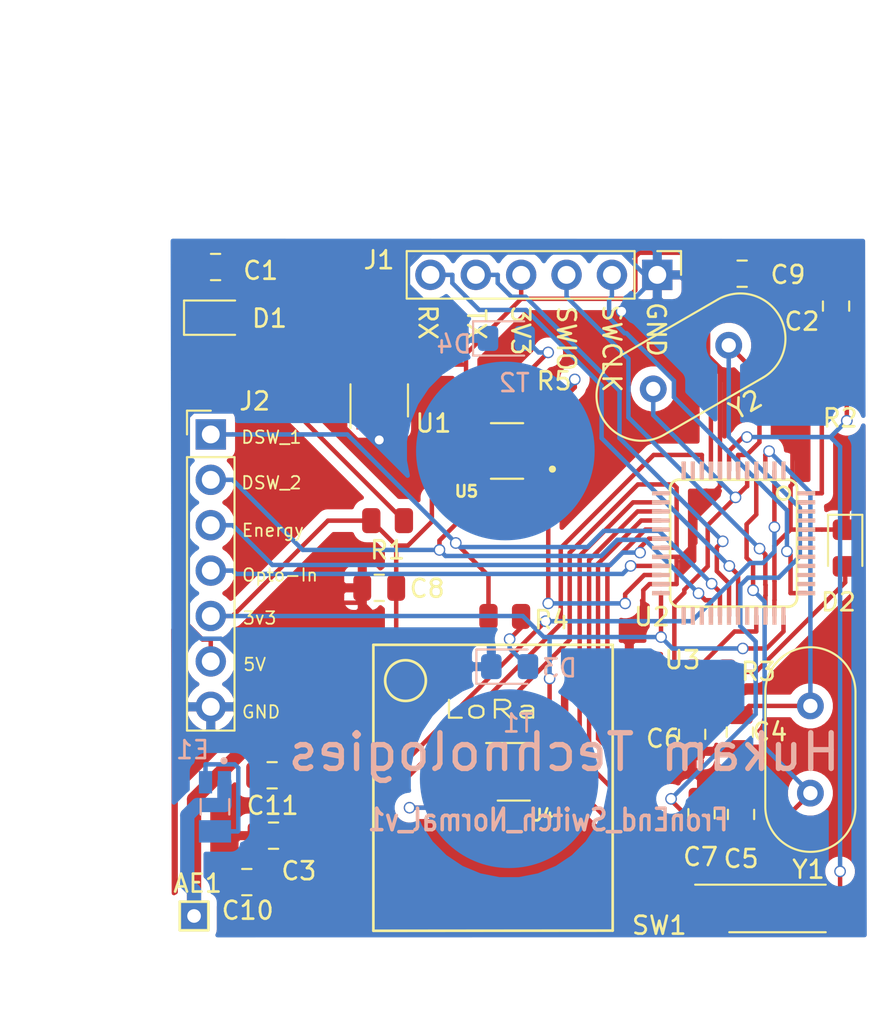
<source format=kicad_pcb>
(kicad_pcb (version 20171130) (host pcbnew 5.1.7-a382d34a8~88~ubuntu18.04.1)

  (general
    (thickness 1.6)
    (drawings 22)
    (tracks 462)
    (zones 0)
    (modules 34)
    (nets 60)
  )

  (page A4)
  (layers
    (0 F.Cu signal)
    (31 B.Cu signal)
    (32 B.Adhes user)
    (33 F.Adhes user)
    (34 B.Paste user)
    (35 F.Paste user)
    (36 B.SilkS user)
    (37 F.SilkS user)
    (38 B.Mask user)
    (39 F.Mask user)
    (40 Dwgs.User user)
    (41 Cmts.User user)
    (42 Eco1.User user)
    (43 Eco2.User user)
    (44 Edge.Cuts user)
    (45 Margin user)
    (46 B.CrtYd user)
    (47 F.CrtYd user)
    (48 B.Fab user)
    (49 F.Fab user)
  )

  (setup
    (last_trace_width 0.25)
    (trace_clearance 0.25)
    (zone_clearance 0.508)
    (zone_45_only no)
    (trace_min 0.2)
    (via_size 0.65)
    (via_drill 0.5)
    (via_min_size 0.4)
    (via_min_drill 0.3)
    (user_via 0.65 0.5)
    (uvia_size 0.65)
    (uvia_drill 0.5)
    (uvias_allowed no)
    (uvia_min_size 0.2)
    (uvia_min_drill 0.1)
    (edge_width 0.1)
    (segment_width 0.3)
    (pcb_text_width 0.3)
    (pcb_text_size 1.5 1.5)
    (mod_edge_width 0.13)
    (mod_text_size 1 1)
    (mod_text_width 0.15)
    (pad_size 1.524 1.524)
    (pad_drill 0.762)
    (pad_to_mask_clearance 0.15)
    (aux_axis_origin 0 0)
    (visible_elements FFFFF77F)
    (pcbplotparams
      (layerselection 0x3f3ff_ffffffff)
      (usegerberextensions true)
      (usegerberattributes false)
      (usegerberadvancedattributes false)
      (creategerberjobfile true)
      (excludeedgelayer true)
      (linewidth 0.150000)
      (plotframeref false)
      (viasonmask false)
      (mode 1)
      (useauxorigin false)
      (hpglpennumber 1)
      (hpglpenspeed 20)
      (hpglpendiameter 15.000000)
      (psnegative false)
      (psa4output false)
      (plotreference true)
      (plotvalue false)
      (plotinvisibletext false)
      (padsonsilk false)
      (subtractmaskfromsilk false)
      (outputformat 1)
      (mirror false)
      (drillshape 0)
      (scaleselection 1)
      (outputdirectory "FrontEnd_switch_Normal_v1_Gerber/"))
  )

  (net 0 "")
  (net 1 "Net-(AE1-Pad1)")
  (net 2 /5V)
  (net 3 /GND)
  (net 4 /VCC3V3)
  (net 5 /RESET)
  (net 6 /PC14)
  (net 7 /PC15)
  (net 8 /OSCIN)
  (net 9 /OSCOUT)
  (net 10 "Net-(D1-Pad2)")
  (net 11 "Net-(D2-Pad2)")
  (net 12 /RX0)
  (net 13 /TX0)
  (net 14 /SWIO)
  (net 15 /SWCLK)
  (net 16 /DSW_1)
  (net 17 /Opto_IN)
  (net 18 /Energy)
  (net 19 "Net-(R3-Pad2)")
  (net 20 "Net-(U1-Pad4)")
  (net 21 /NSS)
  (net 22 /Reset_Lora)
  (net 23 /DIO0)
  (net 24 "Net-(U2-Pad26)")
  (net 25 "Net-(U2-Pad27)")
  (net 26 "Net-(U2-Pad32)")
  (net 27 /SCK)
  (net 28 /MISO)
  (net 29 /MOSI)
  (net 30 "Net-(U2-Pad42)")
  (net 31 "Net-(U2-Pad43)")
  (net 32 "Net-(U2-Pad45)")
  (net 33 "Net-(U2-Pad46)")
  (net 34 /Touch_1)
  (net 35 "Net-(U3-Pad7)")
  (net 36 "Net-(U3-Pad8)")
  (net 37 "Net-(U3-Pad10)")
  (net 38 "Net-(U3-Pad11)")
  (net 39 "Net-(T1-Pad1)")
  (net 40 "Net-(U4-Pad4)")
  (net 41 "Net-(U4-Pad6)")
  (net 42 "Net-(D3-Pad2)")
  (net 43 "Net-(U2-Pad38)")
  (net 44 "Net-(U2-Pad1)")
  (net 45 "Net-(U2-Pad11)")
  (net 46 "Net-(U2-Pad12)")
  (net 47 "Net-(U2-Pad13)")
  (net 48 "Net-(U2-Pad39)")
  (net 49 "Net-(U2-Pad40)")
  (net 50 "Net-(U2-Pad41)")
  (net 51 "Net-(U2-Pad25)")
  (net 52 "Net-(U3-Pad6)")
  (net 53 "Net-(E1-Pad2)")
  (net 54 /DSW_2)
  (net 55 "Net-(D4-Pad2)")
  (net 56 "Net-(T2-Pad1)")
  (net 57 /Touch_2)
  (net 58 "Net-(U5-Pad6)")
  (net 59 "Net-(U5-Pad4)")

  (net_class Default "This is the default net class."
    (clearance 0.25)
    (trace_width 0.25)
    (via_dia 0.65)
    (via_drill 0.5)
    (uvia_dia 0.65)
    (uvia_drill 0.5)
    (diff_pair_width 0.2)
    (diff_pair_gap 0.2)
    (add_net /5V)
    (add_net /DIO0)
    (add_net /DSW_1)
    (add_net /DSW_2)
    (add_net /Energy)
    (add_net /GND)
    (add_net /MISO)
    (add_net /MOSI)
    (add_net /NSS)
    (add_net /OSCIN)
    (add_net /OSCOUT)
    (add_net /Opto_IN)
    (add_net /PC14)
    (add_net /PC15)
    (add_net /RESET)
    (add_net /RX0)
    (add_net /Reset_Lora)
    (add_net /SCK)
    (add_net /SWCLK)
    (add_net /SWIO)
    (add_net /TX0)
    (add_net /Touch_1)
    (add_net /Touch_2)
    (add_net /VCC3V3)
    (add_net "Net-(D1-Pad2)")
    (add_net "Net-(D2-Pad2)")
    (add_net "Net-(D3-Pad2)")
    (add_net "Net-(D4-Pad2)")
    (add_net "Net-(E1-Pad2)")
    (add_net "Net-(R3-Pad2)")
    (add_net "Net-(T1-Pad1)")
    (add_net "Net-(T2-Pad1)")
    (add_net "Net-(U1-Pad4)")
    (add_net "Net-(U2-Pad1)")
    (add_net "Net-(U2-Pad11)")
    (add_net "Net-(U2-Pad12)")
    (add_net "Net-(U2-Pad13)")
    (add_net "Net-(U2-Pad25)")
    (add_net "Net-(U2-Pad26)")
    (add_net "Net-(U2-Pad27)")
    (add_net "Net-(U2-Pad32)")
    (add_net "Net-(U2-Pad38)")
    (add_net "Net-(U2-Pad39)")
    (add_net "Net-(U2-Pad40)")
    (add_net "Net-(U2-Pad41)")
    (add_net "Net-(U2-Pad42)")
    (add_net "Net-(U2-Pad43)")
    (add_net "Net-(U2-Pad45)")
    (add_net "Net-(U2-Pad46)")
    (add_net "Net-(U3-Pad10)")
    (add_net "Net-(U3-Pad11)")
    (add_net "Net-(U3-Pad6)")
    (add_net "Net-(U3-Pad7)")
    (add_net "Net-(U3-Pad8)")
    (add_net "Net-(U4-Pad4)")
    (add_net "Net-(U4-Pad6)")
    (add_net "Net-(U5-Pad4)")
    (add_net "Net-(U5-Pad6)")
  )

  (net_class Antenna ""
    (clearance 0.25)
    (trace_width 0.8)
    (via_dia 0.65)
    (via_drill 0.5)
    (uvia_dia 0.65)
    (uvia_drill 0.5)
    (diff_pair_width 0.2)
    (diff_pair_gap 0.2)
    (add_net "Net-(AE1-Pad1)")
  )

  (module Custom_Libraries:TTP223_SOT95 (layer F.Cu) (tedit 618B6C14) (tstamp 618BAC10)
    (at 114.811 91.6864 180)
    (path /618C4A4A)
    (fp_text reference U5 (at 2.2733 -2.2606) (layer F.SilkS)
      (effects (font (size 0.64 0.64) (thickness 0.15)))
    )
    (fp_text value TTP223 (at 3.9624 2.7686) (layer F.Fab) hide
      (effects (font (size 0.64 0.64) (thickness 0.15)))
    )
    (fp_circle (center -2.54 -1.016) (end -2.44 -1.016) (layer F.SilkS) (width 0.2))
    (fp_line (start -0.9 -1.55) (end -0.9 1.55) (layer F.Fab) (width 0.127))
    (fp_line (start -0.9 1.55) (end 0.9 1.55) (layer F.Fab) (width 0.127))
    (fp_line (start 0.9 1.55) (end 0.9 -1.55) (layer F.Fab) (width 0.127))
    (fp_line (start 0.9 -1.55) (end -0.9 -1.55) (layer F.Fab) (width 0.127))
    (fp_line (start 0.9 -1.555) (end -0.9 -1.555) (layer F.SilkS) (width 0.127))
    (fp_line (start 0.9 1.555) (end -0.9 1.555) (layer F.SilkS) (width 0.127))
    (fp_line (start -2.11 -1.8) (end -2.11 1.8) (layer F.CrtYd) (width 0.05))
    (fp_line (start -2.11 1.8) (end 2.11 1.8) (layer F.CrtYd) (width 0.05))
    (fp_line (start 2.11 1.8) (end 2.11 -1.8) (layer F.CrtYd) (width 0.05))
    (fp_line (start 2.11 -1.8) (end -2.11 -1.8) (layer F.CrtYd) (width 0.05))
    (fp_circle (center -2.54 -1.016) (end -2.44 -1.016) (layer F.Fab) (width 0.2))
    (pad 6 smd roundrect (at 1.185 -0.95 180) (size 1.35 0.57) (layers F.Cu F.Paste F.Mask) (roundrect_rratio 0.34)
      (net 58 "Net-(U5-Pad6)"))
    (pad 5 smd roundrect (at 1.185 0 180) (size 1.35 0.57) (layers F.Cu F.Paste F.Mask) (roundrect_rratio 0.34)
      (net 4 /VCC3V3))
    (pad 4 smd roundrect (at 1.185 0.95 180) (size 1.35 0.57) (layers F.Cu F.Paste F.Mask) (roundrect_rratio 0.34)
      (net 59 "Net-(U5-Pad4)"))
    (pad 3 smd roundrect (at -1.185 0.95 180) (size 1.35 0.57) (layers F.Cu F.Paste F.Mask) (roundrect_rratio 0.34)
      (net 56 "Net-(T2-Pad1)"))
    (pad 2 smd roundrect (at -1.185 0 180) (size 1.35 0.57) (layers F.Cu F.Paste F.Mask) (roundrect_rratio 0.34)
      (net 3 /GND))
    (pad 1 smd roundrect (at -1.185 -0.95 180) (size 1.35 0.57) (layers F.Cu F.Paste F.Mask) (roundrect_rratio 0.34)
      (net 57 /Touch_2))
  )

  (module Diodes_SMD:D_0805_2012Metric_Pad1.15x1.40mm_HandSolder (layer B.Cu) (tedit 5F68FEF0) (tstamp 618BA940)
    (at 114.77 85.3897)
    (descr "Diode SMD 0805 (2012 Metric), square (rectangular) end terminal, IPC_7351 nominal, (Body size source: https://docs.google.com/spreadsheets/d/1BsfQQcO9C6DZCsRaXUlFlo91Tg2WpOkGARC1WS5S8t0/edit?usp=sharing), generated with kicad-footprint-generator")
    (tags "diode handsolder")
    (path /618C4B81)
    (attr smd)
    (fp_text reference D4 (at -2.92862 0.32258) (layer B.SilkS)
      (effects (font (size 1 1) (thickness 0.15)) (justify mirror))
    )
    (fp_text value LED (at 0 -1.65) (layer B.Fab) hide
      (effects (font (size 1 1) (thickness 0.15)) (justify mirror))
    )
    (fp_line (start 1 0.6) (end -0.7 0.6) (layer B.Fab) (width 0.1))
    (fp_line (start -0.7 0.6) (end -1 0.3) (layer B.Fab) (width 0.1))
    (fp_line (start -1 0.3) (end -1 -0.6) (layer B.Fab) (width 0.1))
    (fp_line (start -1 -0.6) (end 1 -0.6) (layer B.Fab) (width 0.1))
    (fp_line (start 1 -0.6) (end 1 0.6) (layer B.Fab) (width 0.1))
    (fp_line (start 1 0.96) (end -1.86 0.96) (layer B.SilkS) (width 0.12))
    (fp_line (start -1.86 0.96) (end -1.86 -0.96) (layer B.SilkS) (width 0.12))
    (fp_line (start -1.86 -0.96) (end 1 -0.96) (layer B.SilkS) (width 0.12))
    (fp_line (start -1.85 -0.95) (end -1.85 0.95) (layer B.CrtYd) (width 0.05))
    (fp_line (start -1.85 0.95) (end 1.85 0.95) (layer B.CrtYd) (width 0.05))
    (fp_line (start 1.85 0.95) (end 1.85 -0.95) (layer B.CrtYd) (width 0.05))
    (fp_line (start 1.85 -0.95) (end -1.85 -0.95) (layer B.CrtYd) (width 0.05))
    (fp_text user %R (at 0 0) (layer B.Fab) hide
      (effects (font (size 0.5 0.5) (thickness 0.08)) (justify mirror))
    )
    (pad 2 smd roundrect (at 1.025 0) (size 1.15 1.4) (layers B.Cu B.Paste B.Mask) (roundrect_rratio 0.2173904347826087)
      (net 55 "Net-(D4-Pad2)"))
    (pad 1 smd roundrect (at -1.025 0) (size 1.15 1.4) (layers B.Cu B.Paste B.Mask) (roundrect_rratio 0.2173904347826087)
      (net 3 /GND))
    (model ${KISYS3DMOD}/Diode_SMD.3dshapes/D_0805_2012Metric.wrl
      (at (xyz 0 0 0))
      (scale (xyz 1 1 1))
      (rotate (xyz 0 0 0))
    )
  )

  (module Diodes_SMD:D_0805_2012Metric_Pad1.15x1.40mm_HandSolder (layer B.Cu) (tedit 5F68FEF0) (tstamp 5F4B8FD7)
    (at 114.955 103.754)
    (descr "Diode SMD 0805 (2012 Metric), square (rectangular) end terminal, IPC_7351 nominal, (Body size source: https://docs.google.com/spreadsheets/d/1BsfQQcO9C6DZCsRaXUlFlo91Tg2WpOkGARC1WS5S8t0/edit?usp=sharing), generated with kicad-footprint-generator")
    (tags "diode handsolder")
    (path /5F4C8627)
    (attr smd)
    (fp_text reference D3 (at 2.79146 0.08128) (layer B.SilkS)
      (effects (font (size 1 1) (thickness 0.15)) (justify mirror))
    )
    (fp_text value LED (at 0 -1.65) (layer B.Fab) hide
      (effects (font (size 1 1) (thickness 0.15)) (justify mirror))
    )
    (fp_line (start 1 0.6) (end -0.7 0.6) (layer B.Fab) (width 0.1))
    (fp_line (start -0.7 0.6) (end -1 0.3) (layer B.Fab) (width 0.1))
    (fp_line (start -1 0.3) (end -1 -0.6) (layer B.Fab) (width 0.1))
    (fp_line (start -1 -0.6) (end 1 -0.6) (layer B.Fab) (width 0.1))
    (fp_line (start 1 -0.6) (end 1 0.6) (layer B.Fab) (width 0.1))
    (fp_line (start 1 0.96) (end -1.86 0.96) (layer B.SilkS) (width 0.12))
    (fp_line (start -1.86 0.96) (end -1.86 -0.96) (layer B.SilkS) (width 0.12))
    (fp_line (start -1.86 -0.96) (end 1 -0.96) (layer B.SilkS) (width 0.12))
    (fp_line (start -1.85 -0.95) (end -1.85 0.95) (layer B.CrtYd) (width 0.05))
    (fp_line (start -1.85 0.95) (end 1.85 0.95) (layer B.CrtYd) (width 0.05))
    (fp_line (start 1.85 0.95) (end 1.85 -0.95) (layer B.CrtYd) (width 0.05))
    (fp_line (start 1.85 -0.95) (end -1.85 -0.95) (layer B.CrtYd) (width 0.05))
    (fp_text user %R (at 0 0) (layer B.Fab) hide
      (effects (font (size 0.5 0.5) (thickness 0.08)) (justify mirror))
    )
    (pad 2 smd roundrect (at 1.025 0) (size 1.15 1.4) (layers B.Cu B.Paste B.Mask) (roundrect_rratio 0.2173904347826087)
      (net 42 "Net-(D3-Pad2)"))
    (pad 1 smd roundrect (at -1.025 0) (size 1.15 1.4) (layers B.Cu B.Paste B.Mask) (roundrect_rratio 0.2173904347826087)
      (net 3 /GND))
    (model ${KISYS3DMOD}/Diode_SMD.3dshapes/D_0805_2012Metric.wrl
      (at (xyz 0 0 0))
      (scale (xyz 1 1 1))
      (rotate (xyz 0 0 0))
    )
  )

  (module Diodes_SMD:D_0805_2012Metric_Pad1.15x1.40mm_HandSolder (layer F.Cu) (tedit 5F68FEF0) (tstamp 5F48792B)
    (at 133.744 97.1181 270)
    (descr "Diode SMD 0805 (2012 Metric), square (rectangular) end terminal, IPC_7351 nominal, (Body size source: https://docs.google.com/spreadsheets/d/1BsfQQcO9C6DZCsRaXUlFlo91Tg2WpOkGARC1WS5S8t0/edit?usp=sharing), generated with kicad-footprint-generator")
    (tags "diode handsolder")
    (path /5F741814)
    (attr smd)
    (fp_text reference D2 (at 3.0226 0.37846 180) (layer F.SilkS)
      (effects (font (size 1 1) (thickness 0.15)))
    )
    (fp_text value LED (at 0 1.65 90) (layer F.Fab) hide
      (effects (font (size 1 1) (thickness 0.15)))
    )
    (fp_line (start 1 -0.6) (end -0.7 -0.6) (layer F.Fab) (width 0.1))
    (fp_line (start -0.7 -0.6) (end -1 -0.3) (layer F.Fab) (width 0.1))
    (fp_line (start -1 -0.3) (end -1 0.6) (layer F.Fab) (width 0.1))
    (fp_line (start -1 0.6) (end 1 0.6) (layer F.Fab) (width 0.1))
    (fp_line (start 1 0.6) (end 1 -0.6) (layer F.Fab) (width 0.1))
    (fp_line (start 1 -0.96) (end -1.86 -0.96) (layer F.SilkS) (width 0.12))
    (fp_line (start -1.86 -0.96) (end -1.86 0.96) (layer F.SilkS) (width 0.12))
    (fp_line (start -1.86 0.96) (end 1 0.96) (layer F.SilkS) (width 0.12))
    (fp_line (start -1.85 0.95) (end -1.85 -0.95) (layer F.CrtYd) (width 0.05))
    (fp_line (start -1.85 -0.95) (end 1.85 -0.95) (layer F.CrtYd) (width 0.05))
    (fp_line (start 1.85 -0.95) (end 1.85 0.95) (layer F.CrtYd) (width 0.05))
    (fp_line (start 1.85 0.95) (end -1.85 0.95) (layer F.CrtYd) (width 0.05))
    (fp_text user %R (at 0 0 90) (layer F.Fab) hide
      (effects (font (size 0.5 0.5) (thickness 0.08)))
    )
    (pad 2 smd roundrect (at 1.025 0 270) (size 1.15 1.4) (layers F.Cu F.Paste F.Mask) (roundrect_rratio 0.2173904347826087)
      (net 11 "Net-(D2-Pad2)"))
    (pad 1 smd roundrect (at -1.025 0 270) (size 1.15 1.4) (layers F.Cu F.Paste F.Mask) (roundrect_rratio 0.2173904347826087)
      (net 3 /GND))
    (model ${KISYS3DMOD}/Diode_SMD.3dshapes/D_0805_2012Metric.wrl
      (at (xyz 0 0 0))
      (scale (xyz 1 1 1))
      (rotate (xyz 0 0 0))
    )
  )

  (module Diodes_SMD:D_0805_2012Metric_Pad1.15x1.40mm_HandSolder (layer F.Cu) (tedit 5F68FEF0) (tstamp 5F487913)
    (at 98.585 84.2289)
    (descr "Diode SMD 0805 (2012 Metric), square (rectangular) end terminal, IPC_7351 nominal, (Body size source: https://docs.google.com/spreadsheets/d/1BsfQQcO9C6DZCsRaXUlFlo91Tg2WpOkGARC1WS5S8t0/edit?usp=sharing), generated with kicad-footprint-generator")
    (tags "diode handsolder")
    (path /5F13F264)
    (attr smd)
    (fp_text reference D1 (at 2.92608 0.04064) (layer F.SilkS)
      (effects (font (size 1 1) (thickness 0.15)))
    )
    (fp_text value LED (at 0 1.65) (layer F.Fab) hide
      (effects (font (size 1 1) (thickness 0.15)))
    )
    (fp_line (start 1 -0.6) (end -0.7 -0.6) (layer F.Fab) (width 0.1))
    (fp_line (start -0.7 -0.6) (end -1 -0.3) (layer F.Fab) (width 0.1))
    (fp_line (start -1 -0.3) (end -1 0.6) (layer F.Fab) (width 0.1))
    (fp_line (start -1 0.6) (end 1 0.6) (layer F.Fab) (width 0.1))
    (fp_line (start 1 0.6) (end 1 -0.6) (layer F.Fab) (width 0.1))
    (fp_line (start 1 -0.96) (end -1.86 -0.96) (layer F.SilkS) (width 0.12))
    (fp_line (start -1.86 -0.96) (end -1.86 0.96) (layer F.SilkS) (width 0.12))
    (fp_line (start -1.86 0.96) (end 1 0.96) (layer F.SilkS) (width 0.12))
    (fp_line (start -1.85 0.95) (end -1.85 -0.95) (layer F.CrtYd) (width 0.05))
    (fp_line (start -1.85 -0.95) (end 1.85 -0.95) (layer F.CrtYd) (width 0.05))
    (fp_line (start 1.85 -0.95) (end 1.85 0.95) (layer F.CrtYd) (width 0.05))
    (fp_line (start 1.85 0.95) (end -1.85 0.95) (layer F.CrtYd) (width 0.05))
    (fp_text user %R (at -0.03594 0.15494) (layer F.Fab) hide
      (effects (font (size 0.5 0.5) (thickness 0.08)))
    )
    (pad 2 smd roundrect (at 1.025 0) (size 1.15 1.4) (layers F.Cu F.Paste F.Mask) (roundrect_rratio 0.2173904347826087)
      (net 10 "Net-(D1-Pad2)"))
    (pad 1 smd roundrect (at -1.025 0) (size 1.15 1.4) (layers F.Cu F.Paste F.Mask) (roundrect_rratio 0.2173904347826087)
      (net 3 /GND))
    (model ${KISYS3DMOD}/Diode_SMD.3dshapes/D_0805_2012Metric.wrl
      (at (xyz 0 0 0))
      (scale (xyz 1 1 1))
      (rotate (xyz 0 0 0))
    )
  )

  (module Custom_Libraries:Touch_Pad (layer B.Cu) (tedit 5F487CA3) (tstamp 618B5904)
    (at 114.717 91.6864)
    (path /618C4B42)
    (fp_text reference T2 (at 0.5 -3.81) (layer B.SilkS)
      (effects (font (size 1 1) (thickness 0.15)) (justify mirror))
    )
    (fp_text value Touch_Pad (at 0 0.5) (layer B.Fab)
      (effects (font (size 1 1) (thickness 0.15)) (justify mirror))
    )
    (pad 1 smd circle (at 0 0) (size 10 10) (layers B.Cu B.Paste B.Mask)
      (net 56 "Net-(T2-Pad1)"))
  )

  (module Resistors_SMD:R_0805_2012Metric (layer F.Cu) (tedit 614E2261) (tstamp 618B5863)
    (at 114.849 88.2523 180)
    (descr "Resistor SMD 0805 (2012 Metric), square (rectangular) end terminal, IPC_7351 nominal, (Body size source: IPC-SM-782 page 72, https://www.pcb-3d.com/wordpress/wp-content/uploads/ipc-sm-782a_amendment_1_and_2.pdf), generated with kicad-footprint-generator")
    (tags resistor)
    (path /618C4B77)
    (attr smd)
    (fp_text reference R5 (at -2.59652 0.48006) (layer F.SilkS)
      (effects (font (size 1 1) (thickness 0.15)))
    )
    (fp_text value "510 R" (at 0 1.65) (layer F.Fab) hide
      (effects (font (size 1 1) (thickness 0.15)))
    )
    (fp_line (start 1.68 0.95) (end -1.68 0.95) (layer F.CrtYd) (width 0.05))
    (fp_line (start 1.68 -0.95) (end 1.68 0.95) (layer F.CrtYd) (width 0.05))
    (fp_line (start -1.68 -0.95) (end 1.68 -0.95) (layer F.CrtYd) (width 0.05))
    (fp_line (start -1.68 0.95) (end -1.68 -0.95) (layer F.CrtYd) (width 0.05))
    (fp_line (start 1 0.625) (end -1 0.625) (layer F.Fab) (width 0.1))
    (fp_line (start 1 -0.625) (end 1 0.625) (layer F.Fab) (width 0.1))
    (fp_line (start -1 -0.625) (end 1 -0.625) (layer F.Fab) (width 0.1))
    (fp_line (start -1 0.625) (end -1 -0.625) (layer F.Fab) (width 0.1))
    (fp_text user %R (at 0.36724 1.93066) (layer F.Fab) hide
      (effects (font (size 0.5 0.5) (thickness 0.08)))
    )
    (pad 2 smd roundrect (at 0.9125 0 180) (size 1.025 1.4) (layers F.Cu F.Paste F.Mask) (roundrect_rratio 0.2439014634146341)
      (net 54 /DSW_2))
    (pad 1 smd roundrect (at -0.9125 0 180) (size 1.025 1.4) (layers F.Cu F.Paste F.Mask) (roundrect_rratio 0.2439014634146341)
      (net 55 "Net-(D4-Pad2)"))
    (model ${KISYS3DMOD}/Resistor_SMD.3dshapes/R_0805_2012Metric.wrl
      (at (xyz 0 0 0))
      (scale (xyz 1 1 1))
      (rotate (xyz 0 0 0))
    )
  )

  (module Resistors_SMD:R_0805_2012Metric (layer F.Cu) (tedit 614E2261) (tstamp 5F4B90AD)
    (at 114.684 100.945 180)
    (descr "Resistor SMD 0805 (2012 Metric), square (rectangular) end terminal, IPC_7351 nominal, (Body size source: IPC-SM-782 page 72, https://www.pcb-3d.com/wordpress/wp-content/uploads/ipc-sm-782a_amendment_1_and_2.pdf), generated with kicad-footprint-generator")
    (tags resistor)
    (path /5F4C861D)
    (attr smd)
    (fp_text reference R4 (at -2.62064 -0.19304) (layer F.SilkS)
      (effects (font (size 1 1) (thickness 0.15)))
    )
    (fp_text value "510 R" (at 0 1.65) (layer F.Fab) hide
      (effects (font (size 1 1) (thickness 0.15)))
    )
    (fp_line (start 1.68 0.95) (end -1.68 0.95) (layer F.CrtYd) (width 0.05))
    (fp_line (start 1.68 -0.95) (end 1.68 0.95) (layer F.CrtYd) (width 0.05))
    (fp_line (start -1.68 -0.95) (end 1.68 -0.95) (layer F.CrtYd) (width 0.05))
    (fp_line (start -1.68 0.95) (end -1.68 -0.95) (layer F.CrtYd) (width 0.05))
    (fp_line (start 1 0.625) (end -1 0.625) (layer F.Fab) (width 0.1))
    (fp_line (start 1 -0.625) (end 1 0.625) (layer F.Fab) (width 0.1))
    (fp_line (start -1 -0.625) (end 1 -0.625) (layer F.Fab) (width 0.1))
    (fp_line (start -1 0.625) (end -1 -0.625) (layer F.Fab) (width 0.1))
    (fp_text user %R (at -0.06908 0.43394) (layer F.Fab) hide
      (effects (font (size 0.5 0.5) (thickness 0.08)))
    )
    (pad 2 smd roundrect (at 0.9125 0 180) (size 1.025 1.4) (layers F.Cu F.Paste F.Mask) (roundrect_rratio 0.2439014634146341)
      (net 16 /DSW_1))
    (pad 1 smd roundrect (at -0.9125 0 180) (size 1.025 1.4) (layers F.Cu F.Paste F.Mask) (roundrect_rratio 0.2439014634146341)
      (net 42 "Net-(D3-Pad2)"))
    (model ${KISYS3DMOD}/Resistor_SMD.3dshapes/R_0805_2012Metric.wrl
      (at (xyz 0 0 0))
      (scale (xyz 1 1 1))
      (rotate (xyz 0 0 0))
    )
  )

  (module Resistors_SMD:R_0805_2012Metric (layer F.Cu) (tedit 614E2261) (tstamp 5F487995)
    (at 126.2 104.049 180)
    (descr "Resistor SMD 0805 (2012 Metric), square (rectangular) end terminal, IPC_7351 nominal, (Body size source: IPC-SM-782 page 72, https://www.pcb-3d.com/wordpress/wp-content/uploads/ipc-sm-782a_amendment_1_and_2.pdf), generated with kicad-footprint-generator")
    (tags resistor)
    (path /5F74180A)
    (attr smd)
    (fp_text reference R3 (at -2.68472 0.0168) (layer F.SilkS)
      (effects (font (size 1 1) (thickness 0.15)))
    )
    (fp_text value "510 R" (at 0 1.65) (layer F.Fab) hide
      (effects (font (size 1 1) (thickness 0.15)))
    )
    (fp_line (start 1.68 0.95) (end -1.68 0.95) (layer F.CrtYd) (width 0.05))
    (fp_line (start 1.68 -0.95) (end 1.68 0.95) (layer F.CrtYd) (width 0.05))
    (fp_line (start -1.68 -0.95) (end 1.68 -0.95) (layer F.CrtYd) (width 0.05))
    (fp_line (start -1.68 0.95) (end -1.68 -0.95) (layer F.CrtYd) (width 0.05))
    (fp_line (start 1 0.625) (end -1 0.625) (layer F.Fab) (width 0.1))
    (fp_line (start 1 -0.625) (end 1 0.625) (layer F.Fab) (width 0.1))
    (fp_line (start -1 -0.625) (end 1 -0.625) (layer F.Fab) (width 0.1))
    (fp_line (start -1 0.625) (end -1 -0.625) (layer F.Fab) (width 0.1))
    (fp_text user %R (at 0 0) (layer F.Fab)
      (effects (font (size 0.5 0.5) (thickness 0.08)))
    )
    (pad 2 smd roundrect (at 0.9125 0 180) (size 1.025 1.4) (layers F.Cu F.Paste F.Mask) (roundrect_rratio 0.2439014634146341)
      (net 19 "Net-(R3-Pad2)"))
    (pad 1 smd roundrect (at -0.9125 0 180) (size 1.025 1.4) (layers F.Cu F.Paste F.Mask) (roundrect_rratio 0.2439014634146341)
      (net 11 "Net-(D2-Pad2)"))
    (model ${KISYS3DMOD}/Resistor_SMD.3dshapes/R_0805_2012Metric.wrl
      (at (xyz 0 0 0))
      (scale (xyz 1 1 1))
      (rotate (xyz 0 0 0))
    )
  )

  (module Resistors_SMD:R_0805_2012Metric (layer F.Cu) (tedit 614E2261) (tstamp 5F487984)
    (at 133.332 87.3436 270)
    (descr "Resistor SMD 0805 (2012 Metric), square (rectangular) end terminal, IPC_7351 nominal, (Body size source: IPC-SM-782 page 72, https://www.pcb-3d.com/wordpress/wp-content/uploads/ipc-sm-782a_amendment_1_and_2.pdf), generated with kicad-footprint-generator")
    (tags resistor)
    (path /5F12CF37)
    (attr smd)
    (fp_text reference R2 (at 2.50444 -0.13208 180) (layer F.SilkS)
      (effects (font (size 1 1) (thickness 0.15)))
    )
    (fp_text value 10K (at 0 1.65 90) (layer F.Fab) hide
      (effects (font (size 1 1) (thickness 0.15)))
    )
    (fp_line (start 1.68 0.95) (end -1.68 0.95) (layer F.CrtYd) (width 0.05))
    (fp_line (start 1.68 -0.95) (end 1.68 0.95) (layer F.CrtYd) (width 0.05))
    (fp_line (start -1.68 -0.95) (end 1.68 -0.95) (layer F.CrtYd) (width 0.05))
    (fp_line (start -1.68 0.95) (end -1.68 -0.95) (layer F.CrtYd) (width 0.05))
    (fp_line (start 1 0.625) (end -1 0.625) (layer F.Fab) (width 0.1))
    (fp_line (start 1 -0.625) (end 1 0.625) (layer F.Fab) (width 0.1))
    (fp_line (start -1 -0.625) (end 1 -0.625) (layer F.Fab) (width 0.1))
    (fp_line (start -1 0.625) (end -1 -0.625) (layer F.Fab) (width 0.1))
    (fp_text user %R (at 0 0 90) (layer F.Fab) hide
      (effects (font (size 0.5 0.5) (thickness 0.08)))
    )
    (pad 2 smd roundrect (at 0.9125 0 270) (size 1.025 1.4) (layers F.Cu F.Paste F.Mask) (roundrect_rratio 0.2439014634146341)
      (net 5 /RESET))
    (pad 1 smd roundrect (at -0.9125 0 270) (size 1.025 1.4) (layers F.Cu F.Paste F.Mask) (roundrect_rratio 0.2439014634146341)
      (net 4 /VCC3V3))
    (model ${KISYS3DMOD}/Resistor_SMD.3dshapes/R_0805_2012Metric.wrl
      (at (xyz 0 0 0))
      (scale (xyz 1 1 1))
      (rotate (xyz 0 0 0))
    )
  )

  (module Resistors_SMD:R_0805_2012Metric (layer F.Cu) (tedit 614E2261) (tstamp 5F487973)
    (at 108.123 95.5853 180)
    (descr "Resistor SMD 0805 (2012 Metric), square (rectangular) end terminal, IPC_7351 nominal, (Body size source: IPC-SM-782 page 72, https://www.pcb-3d.com/wordpress/wp-content/uploads/ipc-sm-782a_amendment_1_and_2.pdf), generated with kicad-footprint-generator")
    (tags resistor)
    (path /5F141954)
    (attr smd)
    (fp_text reference R1 (at 0 -1.65) (layer F.SilkS)
      (effects (font (size 1 1) (thickness 0.15)))
    )
    (fp_text value "510 R" (at 0 1.65) (layer F.Fab) hide
      (effects (font (size 1 1) (thickness 0.15)))
    )
    (fp_line (start 1.68 0.95) (end -1.68 0.95) (layer F.CrtYd) (width 0.05))
    (fp_line (start 1.68 -0.95) (end 1.68 0.95) (layer F.CrtYd) (width 0.05))
    (fp_line (start -1.68 -0.95) (end 1.68 -0.95) (layer F.CrtYd) (width 0.05))
    (fp_line (start -1.68 0.95) (end -1.68 -0.95) (layer F.CrtYd) (width 0.05))
    (fp_line (start 1 0.625) (end -1 0.625) (layer F.Fab) (width 0.1))
    (fp_line (start 1 -0.625) (end 1 0.625) (layer F.Fab) (width 0.1))
    (fp_line (start -1 -0.625) (end 1 -0.625) (layer F.Fab) (width 0.1))
    (fp_line (start -1 0.625) (end -1 -0.625) (layer F.Fab) (width 0.1))
    (fp_text user %R (at 0 0) (layer F.Fab) hide
      (effects (font (size 0.5 0.5) (thickness 0.08)))
    )
    (pad 2 smd roundrect (at 0.9125 0 180) (size 1.025 1.4) (layers F.Cu F.Paste F.Mask) (roundrect_rratio 0.2439014634146341)
      (net 4 /VCC3V3))
    (pad 1 smd roundrect (at -0.9125 0 180) (size 1.025 1.4) (layers F.Cu F.Paste F.Mask) (roundrect_rratio 0.2439014634146341)
      (net 10 "Net-(D1-Pad2)"))
    (model ${KISYS3DMOD}/Resistor_SMD.3dshapes/R_0805_2012Metric.wrl
      (at (xyz 0 0 0))
      (scale (xyz 1 1 1))
      (rotate (xyz 0 0 0))
    )
  )

  (module Pin_Headers:PinHeader_1x07_P2.54mm_Vertical (layer F.Cu) (tedit 59FED5CC) (tstamp 618B581C)
    (at 98.2219 90.761)
    (descr "Through hole straight pin header, 1x07, 2.54mm pitch, single row")
    (tags "Through hole pin header THT 1x07 2.54mm single row")
    (path /618D0ACB)
    (fp_text reference J2 (at 2.46126 -1.86182) (layer F.SilkS)
      (effects (font (size 1 1) (thickness 0.15)))
    )
    (fp_text value Conn_01x07_Female (at 0 17.57) (layer F.Fab) hide
      (effects (font (size 1 1) (thickness 0.15)))
    )
    (fp_line (start -0.635 -1.27) (end 1.27 -1.27) (layer F.Fab) (width 0.1))
    (fp_line (start 1.27 -1.27) (end 1.27 16.51) (layer F.Fab) (width 0.1))
    (fp_line (start 1.27 16.51) (end -1.27 16.51) (layer F.Fab) (width 0.1))
    (fp_line (start -1.27 16.51) (end -1.27 -0.635) (layer F.Fab) (width 0.1))
    (fp_line (start -1.27 -0.635) (end -0.635 -1.27) (layer F.Fab) (width 0.1))
    (fp_line (start -1.33 16.57) (end 1.33 16.57) (layer F.SilkS) (width 0.12))
    (fp_line (start -1.33 1.27) (end -1.33 16.57) (layer F.SilkS) (width 0.12))
    (fp_line (start 1.33 1.27) (end 1.33 16.57) (layer F.SilkS) (width 0.12))
    (fp_line (start -1.33 1.27) (end 1.33 1.27) (layer F.SilkS) (width 0.12))
    (fp_line (start -1.33 0) (end -1.33 -1.33) (layer F.SilkS) (width 0.12))
    (fp_line (start -1.33 -1.33) (end 0 -1.33) (layer F.SilkS) (width 0.12))
    (fp_line (start -1.8 -1.8) (end -1.8 17.05) (layer F.CrtYd) (width 0.05))
    (fp_line (start -1.8 17.05) (end 1.8 17.05) (layer F.CrtYd) (width 0.05))
    (fp_line (start 1.8 17.05) (end 1.8 -1.8) (layer F.CrtYd) (width 0.05))
    (fp_line (start 1.8 -1.8) (end -1.8 -1.8) (layer F.CrtYd) (width 0.05))
    (fp_text user %R (at 0 7.62 90) (layer F.Fab) hide
      (effects (font (size 1 1) (thickness 0.15)))
    )
    (pad 7 thru_hole oval (at 0 15.24) (size 1.7 1.7) (drill 1) (layers *.Cu *.Mask)
      (net 3 /GND))
    (pad 6 thru_hole oval (at 0 12.7) (size 1.7 1.7) (drill 1) (layers *.Cu *.Mask)
      (net 2 /5V))
    (pad 5 thru_hole oval (at 0 10.16) (size 1.7 1.7) (drill 1) (layers *.Cu *.Mask)
      (net 4 /VCC3V3))
    (pad 4 thru_hole oval (at 0 7.62) (size 1.7 1.7) (drill 1) (layers *.Cu *.Mask)
      (net 17 /Opto_IN))
    (pad 3 thru_hole oval (at 0 5.08) (size 1.7 1.7) (drill 1) (layers *.Cu *.Mask)
      (net 18 /Energy))
    (pad 2 thru_hole oval (at 0 2.54) (size 1.7 1.7) (drill 1) (layers *.Cu *.Mask)
      (net 54 /DSW_2))
    (pad 1 thru_hole rect (at 0 0) (size 1.7 1.7) (drill 1) (layers *.Cu *.Mask)
      (net 16 /DSW_1))
    (model ${KISYS3DMOD}/Connector_PinHeader_2.54mm.3dshapes/PinHeader_1x07_P2.54mm_Vertical.wrl
      (at (xyz 0 0 0))
      (scale (xyz 1 1 1))
      (rotate (xyz 0 0 0))
    )
  )

  (module Capacitors_SMD:C_0805_2012Metric (layer F.Cu) (tedit 5F68FEEE) (tstamp 618B571D)
    (at 101.658 109.832)
    (descr "Capacitor SMD 0805 (2012 Metric), square (rectangular) end terminal, IPC_7351 nominal, (Body size source: IPC-SM-782 page 76, https://www.pcb-3d.com/wordpress/wp-content/uploads/ipc-sm-782a_amendment_1_and_2.pdf, https://docs.google.com/spreadsheets/d/1BsfQQcO9C6DZCsRaXUlFlo91Tg2WpOkGARC1WS5S8t0/edit?usp=sharing), generated with kicad-footprint-generator")
    (tags capacitor)
    (path /618C4B5A)
    (attr smd)
    (fp_text reference C11 (at 0.02794 1.69672) (layer F.SilkS)
      (effects (font (size 1 1) (thickness 0.15)))
    )
    (fp_text value 10uf (at 0 1.68) (layer F.Fab) hide
      (effects (font (size 1 1) (thickness 0.15)))
    )
    (fp_line (start -1 0.625) (end -1 -0.625) (layer F.Fab) (width 0.1))
    (fp_line (start -1 -0.625) (end 1 -0.625) (layer F.Fab) (width 0.1))
    (fp_line (start 1 -0.625) (end 1 0.625) (layer F.Fab) (width 0.1))
    (fp_line (start 1 0.625) (end -1 0.625) (layer F.Fab) (width 0.1))
    (fp_line (start -0.261252 -0.735) (end 0.261252 -0.735) (layer F.SilkS) (width 0.12))
    (fp_line (start -0.261252 0.735) (end 0.261252 0.735) (layer F.SilkS) (width 0.12))
    (fp_line (start -1.7 0.98) (end -1.7 -0.98) (layer F.CrtYd) (width 0.05))
    (fp_line (start -1.7 -0.98) (end 1.7 -0.98) (layer F.CrtYd) (width 0.05))
    (fp_line (start 1.7 -0.98) (end 1.7 0.98) (layer F.CrtYd) (width 0.05))
    (fp_line (start 1.7 0.98) (end -1.7 0.98) (layer F.CrtYd) (width 0.05))
    (fp_text user %R (at 0 0) (layer F.Fab) hide
      (effects (font (size 0.5 0.5) (thickness 0.08)))
    )
    (pad 2 smd roundrect (at 0.95 0) (size 1 1.45) (layers F.Cu F.Paste F.Mask) (roundrect_rratio 0.25)
      (net 4 /VCC3V3))
    (pad 1 smd roundrect (at -0.95 0) (size 1 1.45) (layers F.Cu F.Paste F.Mask) (roundrect_rratio 0.25)
      (net 3 /GND))
    (model ${KISYS3DMOD}/Capacitor_SMD.3dshapes/C_0805_2012Metric.wrl
      (at (xyz 0 0 0))
      (scale (xyz 1 1 1))
      (rotate (xyz 0 0 0))
    )
  )

  (module Capacitors_SMD:C_0805_2012Metric (layer F.Cu) (tedit 5F68FEEE) (tstamp 618B570C)
    (at 100.241 115.809)
    (descr "Capacitor SMD 0805 (2012 Metric), square (rectangular) end terminal, IPC_7351 nominal, (Body size source: IPC-SM-782 page 76, https://www.pcb-3d.com/wordpress/wp-content/uploads/ipc-sm-782a_amendment_1_and_2.pdf, https://docs.google.com/spreadsheets/d/1BsfQQcO9C6DZCsRaXUlFlo91Tg2WpOkGARC1WS5S8t0/edit?usp=sharing), generated with kicad-footprint-generator")
    (tags capacitor)
    (path /618C4B50)
    (attr smd)
    (fp_text reference C10 (at 0.04826 1.5875) (layer F.SilkS)
      (effects (font (size 1 1) (thickness 0.15)))
    )
    (fp_text value "100 nf" (at 0 1.68) (layer F.Fab) hide
      (effects (font (size 1 1) (thickness 0.15)))
    )
    (fp_line (start -1 0.625) (end -1 -0.625) (layer F.Fab) (width 0.1))
    (fp_line (start -1 -0.625) (end 1 -0.625) (layer F.Fab) (width 0.1))
    (fp_line (start 1 -0.625) (end 1 0.625) (layer F.Fab) (width 0.1))
    (fp_line (start 1 0.625) (end -1 0.625) (layer F.Fab) (width 0.1))
    (fp_line (start -0.261252 -0.735) (end 0.261252 -0.735) (layer F.SilkS) (width 0.12))
    (fp_line (start -0.261252 0.735) (end 0.261252 0.735) (layer F.SilkS) (width 0.12))
    (fp_line (start -1.7 0.98) (end -1.7 -0.98) (layer F.CrtYd) (width 0.05))
    (fp_line (start -1.7 -0.98) (end 1.7 -0.98) (layer F.CrtYd) (width 0.05))
    (fp_line (start 1.7 -0.98) (end 1.7 0.98) (layer F.CrtYd) (width 0.05))
    (fp_line (start 1.7 0.98) (end -1.7 0.98) (layer F.CrtYd) (width 0.05))
    (fp_text user %R (at 0 0) (layer F.Fab) hide
      (effects (font (size 0.5 0.5) (thickness 0.08)))
    )
    (pad 2 smd roundrect (at 0.95 0) (size 1 1.45) (layers F.Cu F.Paste F.Mask) (roundrect_rratio 0.25)
      (net 4 /VCC3V3))
    (pad 1 smd roundrect (at -0.95 0) (size 1 1.45) (layers F.Cu F.Paste F.Mask) (roundrect_rratio 0.25)
      (net 3 /GND))
    (model ${KISYS3DMOD}/Capacitor_SMD.3dshapes/C_0805_2012Metric.wrl
      (at (xyz 0 0 0))
      (scale (xyz 1 1 1))
      (rotate (xyz 0 0 0))
    )
  )

  (module Capacitors_SMD:C_0805_2012Metric (layer F.Cu) (tedit 5F68FEEE) (tstamp 5F4878C8)
    (at 127.975 81.7677)
    (descr "Capacitor SMD 0805 (2012 Metric), square (rectangular) end terminal, IPC_7351 nominal, (Body size source: IPC-SM-782 page 76, https://www.pcb-3d.com/wordpress/wp-content/uploads/ipc-sm-782a_amendment_1_and_2.pdf, https://docs.google.com/spreadsheets/d/1BsfQQcO9C6DZCsRaXUlFlo91Tg2WpOkGARC1WS5S8t0/edit?usp=sharing), generated with kicad-footprint-generator")
    (tags capacitor)
    (path /5F160C6F)
    (attr smd)
    (fp_text reference C9 (at 2.5656 0.05846) (layer F.SilkS)
      (effects (font (size 1 1) (thickness 0.15)))
    )
    (fp_text value 10uf (at 0 1.68) (layer F.Fab) hide
      (effects (font (size 1 1) (thickness 0.15)))
    )
    (fp_line (start -1 0.625) (end -1 -0.625) (layer F.Fab) (width 0.1))
    (fp_line (start -1 -0.625) (end 1 -0.625) (layer F.Fab) (width 0.1))
    (fp_line (start 1 -0.625) (end 1 0.625) (layer F.Fab) (width 0.1))
    (fp_line (start 1 0.625) (end -1 0.625) (layer F.Fab) (width 0.1))
    (fp_line (start -0.261252 -0.735) (end 0.261252 -0.735) (layer F.SilkS) (width 0.12))
    (fp_line (start -0.261252 0.735) (end 0.261252 0.735) (layer F.SilkS) (width 0.12))
    (fp_line (start -1.7 0.98) (end -1.7 -0.98) (layer F.CrtYd) (width 0.05))
    (fp_line (start -1.7 -0.98) (end 1.7 -0.98) (layer F.CrtYd) (width 0.05))
    (fp_line (start 1.7 -0.98) (end 1.7 0.98) (layer F.CrtYd) (width 0.05))
    (fp_line (start 1.7 0.98) (end -1.7 0.98) (layer F.CrtYd) (width 0.05))
    (fp_text user %R (at 0 0) (layer F.Fab) hide
      (effects (font (size 0.5 0.5) (thickness 0.08)))
    )
    (pad 2 smd roundrect (at 0.95 0) (size 1 1.45) (layers F.Cu F.Paste F.Mask) (roundrect_rratio 0.25)
      (net 4 /VCC3V3))
    (pad 1 smd roundrect (at -0.95 0) (size 1 1.45) (layers F.Cu F.Paste F.Mask) (roundrect_rratio 0.25)
      (net 3 /GND))
    (model ${KISYS3DMOD}/Capacitor_SMD.3dshapes/C_0805_2012Metric.wrl
      (at (xyz 0 0 0))
      (scale (xyz 1 1 1))
      (rotate (xyz 0 0 0))
    )
  )

  (module Capacitors_SMD:C_0805_2012Metric (layer F.Cu) (tedit 5F68FEEE) (tstamp 5F487884)
    (at 107.655 99.3445)
    (descr "Capacitor SMD 0805 (2012 Metric), square (rectangular) end terminal, IPC_7351 nominal, (Body size source: IPC-SM-782 page 76, https://www.pcb-3d.com/wordpress/wp-content/uploads/ipc-sm-782a_amendment_1_and_2.pdf, https://docs.google.com/spreadsheets/d/1BsfQQcO9C6DZCsRaXUlFlo91Tg2WpOkGARC1WS5S8t0/edit?usp=sharing), generated with kicad-footprint-generator")
    (tags capacitor)
    (path /5F15F0AC)
    (attr smd)
    (fp_text reference C8 (at 2.68478 0.04064) (layer F.SilkS)
      (effects (font (size 1 1) (thickness 0.15)))
    )
    (fp_text value "100 nf" (at 0 1.68) (layer F.Fab) hide
      (effects (font (size 1 1) (thickness 0.15)))
    )
    (fp_line (start -1 0.625) (end -1 -0.625) (layer F.Fab) (width 0.1))
    (fp_line (start -1 -0.625) (end 1 -0.625) (layer F.Fab) (width 0.1))
    (fp_line (start 1 -0.625) (end 1 0.625) (layer F.Fab) (width 0.1))
    (fp_line (start 1 0.625) (end -1 0.625) (layer F.Fab) (width 0.1))
    (fp_line (start -0.261252 -0.735) (end 0.261252 -0.735) (layer F.SilkS) (width 0.12))
    (fp_line (start -0.261252 0.735) (end 0.261252 0.735) (layer F.SilkS) (width 0.12))
    (fp_line (start -1.7 0.98) (end -1.7 -0.98) (layer F.CrtYd) (width 0.05))
    (fp_line (start -1.7 -0.98) (end 1.7 -0.98) (layer F.CrtYd) (width 0.05))
    (fp_line (start 1.7 -0.98) (end 1.7 0.98) (layer F.CrtYd) (width 0.05))
    (fp_line (start 1.7 0.98) (end -1.7 0.98) (layer F.CrtYd) (width 0.05))
    (fp_text user %R (at 0 0) (layer F.Fab) hide
      (effects (font (size 0.5 0.5) (thickness 0.08)))
    )
    (pad 2 smd roundrect (at 0.95 0) (size 1 1.45) (layers F.Cu F.Paste F.Mask) (roundrect_rratio 0.25)
      (net 4 /VCC3V3))
    (pad 1 smd roundrect (at -0.95 0) (size 1 1.45) (layers F.Cu F.Paste F.Mask) (roundrect_rratio 0.25)
      (net 3 /GND))
    (model ${KISYS3DMOD}/Capacitor_SMD.3dshapes/C_0805_2012Metric.wrl
      (at (xyz 0 0 0))
      (scale (xyz 1 1 1))
      (rotate (xyz 0 0 0))
    )
  )

  (module Capacitors_SMD:C_0805_2012Metric (layer F.Cu) (tedit 5F68FEEE) (tstamp 5F487873)
    (at 125.7 111.984 90)
    (descr "Capacitor SMD 0805 (2012 Metric), square (rectangular) end terminal, IPC_7351 nominal, (Body size source: IPC-SM-782 page 76, https://www.pcb-3d.com/wordpress/wp-content/uploads/ipc-sm-782a_amendment_1_and_2.pdf, https://docs.google.com/spreadsheets/d/1BsfQQcO9C6DZCsRaXUlFlo91Tg2WpOkGARC1WS5S8t0/edit?usp=sharing), generated with kicad-footprint-generator")
    (tags capacitor)
    (path /5F0E6674)
    (attr smd)
    (fp_text reference C7 (at -2.41252 -0.05128 180) (layer F.SilkS)
      (effects (font (size 1 1) (thickness 0.15)))
    )
    (fp_text value 20pf (at 0.00748 1.68 90) (layer F.Fab) hide
      (effects (font (size 1 1) (thickness 0.15)))
    )
    (fp_line (start -1 0.625) (end -1 -0.625) (layer F.Fab) (width 0.1))
    (fp_line (start -1 -0.625) (end 1 -0.625) (layer F.Fab) (width 0.1))
    (fp_line (start 1 -0.625) (end 1 0.625) (layer F.Fab) (width 0.1))
    (fp_line (start 1 0.625) (end -1 0.625) (layer F.Fab) (width 0.1))
    (fp_line (start -0.261252 -0.735) (end 0.261252 -0.735) (layer F.SilkS) (width 0.12))
    (fp_line (start -0.261252 0.735) (end 0.261252 0.735) (layer F.SilkS) (width 0.12))
    (fp_line (start -1.7 0.98) (end -1.7 -0.98) (layer F.CrtYd) (width 0.05))
    (fp_line (start -1.7 -0.98) (end 1.7 -0.98) (layer F.CrtYd) (width 0.05))
    (fp_line (start 1.7 -0.98) (end 1.7 0.98) (layer F.CrtYd) (width 0.05))
    (fp_line (start 1.7 0.98) (end -1.7 0.98) (layer F.CrtYd) (width 0.05))
    (fp_text user %R (at 0 0 90) (layer F.Fab) hide
      (effects (font (size 0.5 0.5) (thickness 0.08)))
    )
    (pad 2 smd roundrect (at 0.95 0 90) (size 1 1.45) (layers F.Cu F.Paste F.Mask) (roundrect_rratio 0.25)
      (net 3 /GND))
    (pad 1 smd roundrect (at -0.95 0 90) (size 1 1.45) (layers F.Cu F.Paste F.Mask) (roundrect_rratio 0.25)
      (net 9 /OSCOUT))
    (model ${KISYS3DMOD}/Capacitor_SMD.3dshapes/C_0805_2012Metric.wrl
      (at (xyz 0 0 0))
      (scale (xyz 1 1 1))
      (rotate (xyz 0 0 0))
    )
  )

  (module Capacitors_SMD:C_0805_2012Metric (layer F.Cu) (tedit 5F68FEEE) (tstamp 5F487862)
    (at 125.174 107.541 270)
    (descr "Capacitor SMD 0805 (2012 Metric), square (rectangular) end terminal, IPC_7351 nominal, (Body size source: IPC-SM-782 page 76, https://www.pcb-3d.com/wordpress/wp-content/uploads/ipc-sm-782a_amendment_1_and_2.pdf, https://docs.google.com/spreadsheets/d/1BsfQQcO9C6DZCsRaXUlFlo91Tg2WpOkGARC1WS5S8t0/edit?usp=sharing), generated with kicad-footprint-generator")
    (tags capacitor)
    (path /5F0E49DE)
    (attr smd)
    (fp_text reference C6 (at 0.23622 1.60782 180) (layer F.SilkS)
      (effects (font (size 1 1) (thickness 0.15)))
    )
    (fp_text value 20pf (at 0 1.68 90) (layer F.Fab) hide
      (effects (font (size 1 1) (thickness 0.15)))
    )
    (fp_line (start -1 0.625) (end -1 -0.625) (layer F.Fab) (width 0.1))
    (fp_line (start -1 -0.625) (end 1 -0.625) (layer F.Fab) (width 0.1))
    (fp_line (start 1 -0.625) (end 1 0.625) (layer F.Fab) (width 0.1))
    (fp_line (start 1 0.625) (end -1 0.625) (layer F.Fab) (width 0.1))
    (fp_line (start -0.261252 -0.735) (end 0.261252 -0.735) (layer F.SilkS) (width 0.12))
    (fp_line (start -0.261252 0.735) (end 0.261252 0.735) (layer F.SilkS) (width 0.12))
    (fp_line (start -1.7 0.98) (end -1.7 -0.98) (layer F.CrtYd) (width 0.05))
    (fp_line (start -1.7 -0.98) (end 1.7 -0.98) (layer F.CrtYd) (width 0.05))
    (fp_line (start 1.7 -0.98) (end 1.7 0.98) (layer F.CrtYd) (width 0.05))
    (fp_line (start 1.7 0.98) (end -1.7 0.98) (layer F.CrtYd) (width 0.05))
    (fp_text user %R (at 0 0 90) (layer F.Fab) hide
      (effects (font (size 0.5 0.5) (thickness 0.08)))
    )
    (pad 2 smd roundrect (at 0.95 0 270) (size 1 1.45) (layers F.Cu F.Paste F.Mask) (roundrect_rratio 0.25)
      (net 3 /GND))
    (pad 1 smd roundrect (at -0.95 0 270) (size 1 1.45) (layers F.Cu F.Paste F.Mask) (roundrect_rratio 0.25)
      (net 8 /OSCIN))
    (model ${KISYS3DMOD}/Capacitor_SMD.3dshapes/C_0805_2012Metric.wrl
      (at (xyz 0 0 0))
      (scale (xyz 1 1 1))
      (rotate (xyz 0 0 0))
    )
  )

  (module Capacitors_SMD:C_0805_2012Metric (layer F.Cu) (tedit 5F68FEEE) (tstamp 5F487851)
    (at 127.912 112.024 90)
    (descr "Capacitor SMD 0805 (2012 Metric), square (rectangular) end terminal, IPC_7351 nominal, (Body size source: IPC-SM-782 page 76, https://www.pcb-3d.com/wordpress/wp-content/uploads/ipc-sm-782a_amendment_1_and_2.pdf, https://docs.google.com/spreadsheets/d/1BsfQQcO9C6DZCsRaXUlFlo91Tg2WpOkGARC1WS5S8t0/edit?usp=sharing), generated with kicad-footprint-generator")
    (tags capacitor)
    (path /5F0E94E8)
    (attr smd)
    (fp_text reference C5 (at -2.4792 0.00494 180) (layer F.SilkS)
      (effects (font (size 1 1) (thickness 0.15)))
    )
    (fp_text value 10pf (at 0 1.68 90) (layer F.Fab) hide
      (effects (font (size 1 1) (thickness 0.15)))
    )
    (fp_line (start -1 0.625) (end -1 -0.625) (layer F.Fab) (width 0.1))
    (fp_line (start -1 -0.625) (end 1 -0.625) (layer F.Fab) (width 0.1))
    (fp_line (start 1 -0.625) (end 1 0.625) (layer F.Fab) (width 0.1))
    (fp_line (start 1 0.625) (end -1 0.625) (layer F.Fab) (width 0.1))
    (fp_line (start -0.261252 -0.735) (end 0.261252 -0.735) (layer F.SilkS) (width 0.12))
    (fp_line (start -0.261252 0.735) (end 0.261252 0.735) (layer F.SilkS) (width 0.12))
    (fp_line (start -1.7 0.98) (end -1.7 -0.98) (layer F.CrtYd) (width 0.05))
    (fp_line (start -1.7 -0.98) (end 1.7 -0.98) (layer F.CrtYd) (width 0.05))
    (fp_line (start 1.7 -0.98) (end 1.7 0.98) (layer F.CrtYd) (width 0.05))
    (fp_line (start 1.7 0.98) (end -1.7 0.98) (layer F.CrtYd) (width 0.05))
    (fp_text user %R (at 0 0 90) (layer F.Fab) hide
      (effects (font (size 0.5 0.5) (thickness 0.08)))
    )
    (pad 2 smd roundrect (at 0.95 0 90) (size 1 1.45) (layers F.Cu F.Paste F.Mask) (roundrect_rratio 0.25)
      (net 3 /GND))
    (pad 1 smd roundrect (at -0.95 0 90) (size 1 1.45) (layers F.Cu F.Paste F.Mask) (roundrect_rratio 0.25)
      (net 7 /PC15))
    (model ${KISYS3DMOD}/Capacitor_SMD.3dshapes/C_0805_2012Metric.wrl
      (at (xyz 0 0 0))
      (scale (xyz 1 1 1))
      (rotate (xyz 0 0 0))
    )
  )

  (module Capacitors_SMD:C_0805_2012Metric (layer F.Cu) (tedit 5F68FEEE) (tstamp 5F487840)
    (at 127.846 107.417 270)
    (descr "Capacitor SMD 0805 (2012 Metric), square (rectangular) end terminal, IPC_7351 nominal, (Body size source: IPC-SM-782 page 76, https://www.pcb-3d.com/wordpress/wp-content/uploads/ipc-sm-782a_amendment_1_and_2.pdf, https://docs.google.com/spreadsheets/d/1BsfQQcO9C6DZCsRaXUlFlo91Tg2WpOkGARC1WS5S8t0/edit?usp=sharing), generated with kicad-footprint-generator")
    (tags capacitor)
    (path /5F0E9AA7)
    (attr smd)
    (fp_text reference C4 (at -0.0078 -1.67864 180) (layer F.SilkS)
      (effects (font (size 1 1) (thickness 0.15)))
    )
    (fp_text value 10pf (at 0 1.68 90) (layer F.Fab) hide
      (effects (font (size 1 1) (thickness 0.15)))
    )
    (fp_line (start -1 0.625) (end -1 -0.625) (layer F.Fab) (width 0.1))
    (fp_line (start -1 -0.625) (end 1 -0.625) (layer F.Fab) (width 0.1))
    (fp_line (start 1 -0.625) (end 1 0.625) (layer F.Fab) (width 0.1))
    (fp_line (start 1 0.625) (end -1 0.625) (layer F.Fab) (width 0.1))
    (fp_line (start -0.261252 -0.735) (end 0.261252 -0.735) (layer F.SilkS) (width 0.12))
    (fp_line (start -0.261252 0.735) (end 0.261252 0.735) (layer F.SilkS) (width 0.12))
    (fp_line (start -1.7 0.98) (end -1.7 -0.98) (layer F.CrtYd) (width 0.05))
    (fp_line (start -1.7 -0.98) (end 1.7 -0.98) (layer F.CrtYd) (width 0.05))
    (fp_line (start 1.7 -0.98) (end 1.7 0.98) (layer F.CrtYd) (width 0.05))
    (fp_line (start 1.7 0.98) (end -1.7 0.98) (layer F.CrtYd) (width 0.05))
    (fp_text user %R (at 0 0 90) (layer F.Fab) hide
      (effects (font (size 0.5 0.5) (thickness 0.08)))
    )
    (pad 2 smd roundrect (at 0.95 0 270) (size 1 1.45) (layers F.Cu F.Paste F.Mask) (roundrect_rratio 0.25)
      (net 3 /GND))
    (pad 1 smd roundrect (at -0.95 0 270) (size 1 1.45) (layers F.Cu F.Paste F.Mask) (roundrect_rratio 0.25)
      (net 6 /PC14))
    (model ${KISYS3DMOD}/Capacitor_SMD.3dshapes/C_0805_2012Metric.wrl
      (at (xyz 0 0 0))
      (scale (xyz 1 1 1))
      (rotate (xyz 0 0 0))
    )
  )

  (module Capacitors_SMD:C_0805_2012Metric (layer F.Cu) (tedit 5F68FEEE) (tstamp 5F48782F)
    (at 101.737 113.21)
    (descr "Capacitor SMD 0805 (2012 Metric), square (rectangular) end terminal, IPC_7351 nominal, (Body size source: IPC-SM-782 page 76, https://www.pcb-3d.com/wordpress/wp-content/uploads/ipc-sm-782a_amendment_1_and_2.pdf, https://docs.google.com/spreadsheets/d/1BsfQQcO9C6DZCsRaXUlFlo91Tg2WpOkGARC1WS5S8t0/edit?usp=sharing), generated with kicad-footprint-generator")
    (tags capacitor)
    (path /5F129E71)
    (attr smd)
    (fp_text reference C3 (at 1.41732 1.97612) (layer F.SilkS)
      (effects (font (size 1 1) (thickness 0.15)))
    )
    (fp_text value 1.0uf (at 0 1.68) (layer F.Fab) hide
      (effects (font (size 1 1) (thickness 0.15)))
    )
    (fp_line (start -1 0.625) (end -1 -0.625) (layer F.Fab) (width 0.1))
    (fp_line (start -1 -0.625) (end 1 -0.625) (layer F.Fab) (width 0.1))
    (fp_line (start 1 -0.625) (end 1 0.625) (layer F.Fab) (width 0.1))
    (fp_line (start 1 0.625) (end -1 0.625) (layer F.Fab) (width 0.1))
    (fp_line (start -0.261252 -0.735) (end 0.261252 -0.735) (layer F.SilkS) (width 0.12))
    (fp_line (start -0.261252 0.735) (end 0.261252 0.735) (layer F.SilkS) (width 0.12))
    (fp_line (start -1.7 0.98) (end -1.7 -0.98) (layer F.CrtYd) (width 0.05))
    (fp_line (start -1.7 -0.98) (end 1.7 -0.98) (layer F.CrtYd) (width 0.05))
    (fp_line (start 1.7 -0.98) (end 1.7 0.98) (layer F.CrtYd) (width 0.05))
    (fp_line (start 1.7 0.98) (end -1.7 0.98) (layer F.CrtYd) (width 0.05))
    (fp_text user %R (at 0 0) (layer F.Fab) hide
      (effects (font (size 0.5 0.5) (thickness 0.08)))
    )
    (pad 2 smd roundrect (at 0.95 0) (size 1 1.45) (layers F.Cu F.Paste F.Mask) (roundrect_rratio 0.25)
      (net 5 /RESET))
    (pad 1 smd roundrect (at -0.95 0) (size 1 1.45) (layers F.Cu F.Paste F.Mask) (roundrect_rratio 0.25)
      (net 3 /GND))
    (model ${KISYS3DMOD}/Capacitor_SMD.3dshapes/C_0805_2012Metric.wrl
      (at (xyz 0 0 0))
      (scale (xyz 1 1 1))
      (rotate (xyz 0 0 0))
    )
  )

  (module Capacitors_SMD:C_0805_2012Metric (layer F.Cu) (tedit 5F68FEEE) (tstamp 5F48781E)
    (at 133.233 83.5812 270)
    (descr "Capacitor SMD 0805 (2012 Metric), square (rectangular) end terminal, IPC_7351 nominal, (Body size source: IPC-SM-782 page 76, https://www.pcb-3d.com/wordpress/wp-content/uploads/ipc-sm-782a_amendment_1_and_2.pdf, https://docs.google.com/spreadsheets/d/1BsfQQcO9C6DZCsRaXUlFlo91Tg2WpOkGARC1WS5S8t0/edit?usp=sharing), generated with kicad-footprint-generator")
    (tags capacitor)
    (path /5F14D815)
    (attr smd)
    (fp_text reference C2 (at 0.85852 1.91262 180) (layer F.SilkS)
      (effects (font (size 1 1) (thickness 0.15)))
    )
    (fp_text value "100 nf" (at 0 1.68 90) (layer F.Fab) hide
      (effects (font (size 1 1) (thickness 0.15)))
    )
    (fp_line (start -1 0.625) (end -1 -0.625) (layer F.Fab) (width 0.1))
    (fp_line (start -1 -0.625) (end 1 -0.625) (layer F.Fab) (width 0.1))
    (fp_line (start 1 -0.625) (end 1 0.625) (layer F.Fab) (width 0.1))
    (fp_line (start 1 0.625) (end -1 0.625) (layer F.Fab) (width 0.1))
    (fp_line (start -0.261252 -0.735) (end 0.261252 -0.735) (layer F.SilkS) (width 0.12))
    (fp_line (start -0.261252 0.735) (end 0.261252 0.735) (layer F.SilkS) (width 0.12))
    (fp_line (start -1.7 0.98) (end -1.7 -0.98) (layer F.CrtYd) (width 0.05))
    (fp_line (start -1.7 -0.98) (end 1.7 -0.98) (layer F.CrtYd) (width 0.05))
    (fp_line (start 1.7 -0.98) (end 1.7 0.98) (layer F.CrtYd) (width 0.05))
    (fp_line (start 1.7 0.98) (end -1.7 0.98) (layer F.CrtYd) (width 0.05))
    (fp_text user %R (at 0 0 90) (layer F.Fab) hide
      (effects (font (size 0.5 0.5) (thickness 0.08)))
    )
    (pad 2 smd roundrect (at 0.95 0 270) (size 1 1.45) (layers F.Cu F.Paste F.Mask) (roundrect_rratio 0.25)
      (net 4 /VCC3V3))
    (pad 1 smd roundrect (at -0.95 0 270) (size 1 1.45) (layers F.Cu F.Paste F.Mask) (roundrect_rratio 0.25)
      (net 3 /GND))
    (model ${KISYS3DMOD}/Capacitor_SMD.3dshapes/C_0805_2012Metric.wrl
      (at (xyz 0 0 0))
      (scale (xyz 1 1 1))
      (rotate (xyz 0 0 0))
    )
  )

  (module Capacitors_SMD:C_0805_2012Metric (layer F.Cu) (tedit 5F68FEEE) (tstamp 5F48780D)
    (at 98.491 81.3943)
    (descr "Capacitor SMD 0805 (2012 Metric), square (rectangular) end terminal, IPC_7351 nominal, (Body size source: IPC-SM-782 page 76, https://www.pcb-3d.com/wordpress/wp-content/uploads/ipc-sm-782a_amendment_1_and_2.pdf, https://docs.google.com/spreadsheets/d/1BsfQQcO9C6DZCsRaXUlFlo91Tg2WpOkGARC1WS5S8t0/edit?usp=sharing), generated with kicad-footprint-generator")
    (tags capacitor)
    (path /5F152167)
    (attr smd)
    (fp_text reference C1 (at 2.52476 0.20066) (layer F.SilkS)
      (effects (font (size 1 1) (thickness 0.15)))
    )
    (fp_text value "100 nf" (at 0 1.68) (layer F.Fab) hide
      (effects (font (size 1 1) (thickness 0.15)))
    )
    (fp_line (start -1 0.625) (end -1 -0.625) (layer F.Fab) (width 0.1))
    (fp_line (start -1 -0.625) (end 1 -0.625) (layer F.Fab) (width 0.1))
    (fp_line (start 1 -0.625) (end 1 0.625) (layer F.Fab) (width 0.1))
    (fp_line (start 1 0.625) (end -1 0.625) (layer F.Fab) (width 0.1))
    (fp_line (start -0.261252 -0.735) (end 0.261252 -0.735) (layer F.SilkS) (width 0.12))
    (fp_line (start -0.261252 0.735) (end 0.261252 0.735) (layer F.SilkS) (width 0.12))
    (fp_line (start -1.7 0.98) (end -1.7 -0.98) (layer F.CrtYd) (width 0.05))
    (fp_line (start -1.7 -0.98) (end 1.7 -0.98) (layer F.CrtYd) (width 0.05))
    (fp_line (start 1.7 -0.98) (end 1.7 0.98) (layer F.CrtYd) (width 0.05))
    (fp_line (start 1.7 0.98) (end -1.7 0.98) (layer F.CrtYd) (width 0.05))
    (fp_text user %R (at 0 0) (layer F.Fab) hide
      (effects (font (size 0.5 0.5) (thickness 0.08)))
    )
    (pad 2 smd roundrect (at 0.95 0) (size 1 1.45) (layers F.Cu F.Paste F.Mask) (roundrect_rratio 0.25)
      (net 2 /5V))
    (pad 1 smd roundrect (at -0.95 0) (size 1 1.45) (layers F.Cu F.Paste F.Mask) (roundrect_rratio 0.25)
      (net 3 /GND))
    (model ${KISYS3DMOD}/Capacitor_SMD.3dshapes/C_0805_2012Metric.wrl
      (at (xyz 0 0 0))
      (scale (xyz 1 1 1))
      (rotate (xyz 0 0 0))
    )
  )

  (module Custom_Libraries:XCVR_YC0009AA (layer B.Cu) (tedit 61252AC3) (tstamp 6133BF55)
    (at 98.458 111.595 270)
    (path /61256CD1)
    (fp_text reference E1 (at -3.18262 1.2573 180) (layer B.SilkS)
      (effects (font (size 1 1) (thickness 0.15)) (justify mirror))
    )
    (fp_text value YC0009AA (at 5.755 -2.135 90) (layer F.Fab) hide
      (effects (font (size 1 1) (thickness 0.15)))
    )
    (fp_poly (pts (xy 0.745 -0.895) (xy -0.745 -0.895) (xy -0.745 -0.155) (xy -1.995 -0.155)
      (xy -1.995 0.155) (xy -0.745 0.155) (xy -0.745 0.895) (xy 0.745 0.895)) (layer Dwgs.User) (width 0.01))
    (fp_poly (pts (xy 0.745 -0.895) (xy -0.745 -0.895) (xy -0.745 -0.155) (xy -1.995 -0.155)
      (xy -1.995 0.155) (xy -0.745 0.155) (xy -0.745 0.895) (xy 0.745 0.895)) (layer Dwgs.User) (width 0.01))
    (fp_line (start -2.25 -1.15) (end -2.25 1.15) (layer B.CrtYd) (width 0.05))
    (fp_line (start 2.25 -1.15) (end -2.25 -1.15) (layer B.CrtYd) (width 0.05))
    (fp_line (start 2.25 1.15) (end 2.25 -1.15) (layer B.CrtYd) (width 0.05))
    (fp_line (start -2.25 1.15) (end 2.25 1.15) (layer B.CrtYd) (width 0.05))
    (fp_circle (center -2.576 -0.5056) (end -2.476 -0.5056) (layer B.Fab) (width 0.2))
    (fp_circle (center -2.576 -0.5056) (end -2.476 -0.5056) (layer B.SilkS) (width 0.2))
    (fp_line (start -0.43 -0.8) (end 0.43 -0.8) (layer B.SilkS) (width 0.127))
    (fp_line (start -0.43 0.8) (end 0.43 0.8) (layer B.SilkS) (width 0.127))
    (fp_line (start 1.6 0.8) (end -1.6 0.8) (layer B.Fab) (width 0.127))
    (fp_line (start 1.6 -0.8) (end 1.6 0.8) (layer B.Fab) (width 0.127))
    (fp_line (start -1.6 -0.8) (end 1.6 -0.8) (layer B.Fab) (width 0.127))
    (fp_line (start -1.6 0.8) (end -1.6 -0.8) (layer B.Fab) (width 0.127))
    (pad 3 smd rect (at -1.375 0.53 270) (size 1.25 0.74) (layers B.Cu B.Paste B.Mask)
      (net 53 "Net-(E1-Pad2)"))
    (pad 2 smd rect (at 1.375 0 270) (size 1.25 1.8) (layers B.Cu B.Paste B.Mask)
      (net 53 "Net-(E1-Pad2)"))
    (pad 1 smd rect (at -1.375 -0.53 270) (size 1.25 0.74) (layers B.Cu B.Paste B.Mask)
      (net 1 "Net-(AE1-Pad1)"))
  )

  (module Pin_Headers:Pin_Header_Straight_1x06_Pitch2.54mm (layer F.Cu) (tedit 59650532) (tstamp 611E85D0)
    (at 123.223 81.8337 270)
    (descr "Through hole straight pin header, 1x06, 2.54mm pitch, single row")
    (tags "Through hole pin header THT 1x06 2.54mm single row")
    (path /5F84F8FA)
    (fp_text reference J1 (at -0.83058 15.58036) (layer F.SilkS)
      (effects (font (size 1 1) (thickness 0.15)))
    )
    (fp_text value Conn_01x06_Female (at 0 15.03 270) (layer F.Fab) hide
      (effects (font (size 1 1) (thickness 0.15)))
    )
    (fp_line (start -0.635 -1.27) (end 1.27 -1.27) (layer F.Fab) (width 0.1))
    (fp_line (start 1.27 -1.27) (end 1.27 13.97) (layer F.Fab) (width 0.1))
    (fp_line (start 1.27 13.97) (end -1.27 13.97) (layer F.Fab) (width 0.1))
    (fp_line (start -1.27 13.97) (end -1.27 -0.635) (layer F.Fab) (width 0.1))
    (fp_line (start -1.27 -0.635) (end -0.635 -1.27) (layer F.Fab) (width 0.1))
    (fp_line (start -1.33 14.03) (end 1.33 14.03) (layer F.SilkS) (width 0.12))
    (fp_line (start -1.33 1.27) (end -1.33 14.03) (layer F.SilkS) (width 0.12))
    (fp_line (start 1.33 1.27) (end 1.33 14.03) (layer F.SilkS) (width 0.12))
    (fp_line (start -1.33 1.27) (end 1.33 1.27) (layer F.SilkS) (width 0.12))
    (fp_line (start -1.33 0) (end -1.33 -1.33) (layer F.SilkS) (width 0.12))
    (fp_line (start -1.33 -1.33) (end 0 -1.33) (layer F.SilkS) (width 0.12))
    (fp_line (start -1.8 -1.8) (end -1.8 14.5) (layer F.CrtYd) (width 0.05))
    (fp_line (start -1.8 14.5) (end 1.8 14.5) (layer F.CrtYd) (width 0.05))
    (fp_line (start 1.8 14.5) (end 1.8 -1.8) (layer F.CrtYd) (width 0.05))
    (fp_line (start 1.8 -1.8) (end -1.8 -1.8) (layer F.CrtYd) (width 0.05))
    (fp_text user %R (at 0 6.35 180) (layer F.Fab) hide
      (effects (font (size 1 1) (thickness 0.15)))
    )
    (pad 6 thru_hole oval (at 0 12.7 270) (size 1.7 1.7) (drill 1) (layers *.Cu *.Mask)
      (net 12 /RX0))
    (pad 5 thru_hole oval (at 0 10.16 270) (size 1.7 1.7) (drill 1) (layers *.Cu *.Mask)
      (net 13 /TX0))
    (pad 4 thru_hole oval (at 0 7.62 270) (size 1.7 1.7) (drill 1) (layers *.Cu *.Mask)
      (net 4 /VCC3V3))
    (pad 3 thru_hole oval (at 0 5.08 270) (size 1.7 1.7) (drill 1) (layers *.Cu *.Mask)
      (net 14 /SWIO))
    (pad 2 thru_hole oval (at 0 2.54 270) (size 1.7 1.7) (drill 1) (layers *.Cu *.Mask)
      (net 15 /SWCLK))
    (pad 1 thru_hole rect (at 0 0 270) (size 1.7 1.7) (drill 1) (layers *.Cu *.Mask)
      (net 3 /GND))
    (model ${KISYS3DMOD}/Pin_Headers.3dshapes/Pin_Header_Straight_1x06_Pitch2.54mm.wrl
      (at (xyz 0 0 0))
      (scale (xyz 1 1 1))
      (rotate (xyz 0 0 0))
    )
  )

  (module "Custom_Libraries:STM32(LQFP48)" (layer F.Cu) (tedit 5F81CC1C) (tstamp 5F487A12)
    (at 128.003 96.3397 270)
    (descr STM32)
    (tags STM32)
    (path /5F47C321)
    (attr smd)
    (fp_text reference U2 (at 4.63042 5.07998) (layer F.SilkS)
      (effects (font (size 1 1) (thickness 0.15)))
    )
    (fp_text value STM32 (at 0.762 0 90) (layer F.Fab) hide
      (effects (font (size 0.5 0.3) (thickness 0.075)))
    )
    (fp_line (start -3.048 -2.54) (end -3.048 3.556) (layer F.SilkS) (width 0.15))
    (fp_line (start -2.54 4.064) (end 3.556 4.064) (layer F.SilkS) (width 0.15))
    (fp_line (start 4.064 3.556) (end 4.064 -2.54) (layer F.SilkS) (width 0.15))
    (fp_line (start 3.556 -3.048) (end -2.54 -3.048) (layer F.SilkS) (width 0.15))
    (fp_circle (center -2.286 -2.286) (end -2.032 -2.032) (layer F.SilkS) (width 0.15))
    (fp_arc (start 3.556 3.556) (end 4.064 3.556) (angle 90) (layer F.SilkS) (width 0.15))
    (fp_arc (start -2.54 3.556) (end -2.54 4.064) (angle 90) (layer F.SilkS) (width 0.15))
    (fp_arc (start 3.556 -2.54) (end 3.556 -3.048) (angle 90) (layer F.SilkS) (width 0.15))
    (fp_arc (start -2.54 -2.54) (end -3.048 -2.54) (angle 90) (layer F.SilkS) (width 0.15))
    (pad 38 smd rect (at 2.794 -3.556 270) (size 0.23 1) (layers *.Adhes *.Paste *.SilkS *.Mask F.Cu Dwgs.User Eco1.User Eco2.User)
      (net 43 "Net-(U2-Pad38)"))
    (pad 1 smd rect (at -3.556 -2.286 270) (size 1 0.23) (layers *.Adhes *.Paste *.SilkS *.Mask F.Cu Dwgs.User Eco1.User Eco2.User)
      (net 44 "Net-(U2-Pad1)"))
    (pad 2 smd rect (at -3.556 -1.778 270) (size 1 0.23) (layers *.Adhes *.Paste *.SilkS *.Mask F.Cu Dwgs.User Eco1.User Eco2.User)
      (net 22 /Reset_Lora) (zone_connect 2))
    (pad 3 smd rect (at -3.556 -1.27 270) (size 1 0.23) (layers *.Adhes *.Paste *.SilkS *.Mask F.Cu Dwgs.User Eco1.User Eco2.User)
      (net 6 /PC14))
    (pad 4 smd rect (at -3.556 -0.762 270) (size 1 0.23) (layers *.Adhes *.Paste *.SilkS *.Mask F.Cu Dwgs.User Eco1.User Eco2.User)
      (net 7 /PC15))
    (pad 5 smd rect (at -3.556 -0.254 270) (size 1 0.23) (layers *.Adhes *.Paste *.SilkS *.Mask F.Cu Dwgs.User Eco1.User Eco2.User)
      (net 8 /OSCIN))
    (pad 6 smd rect (at -3.556 0.254 270) (size 1 0.23) (layers *.Adhes *.Paste *.SilkS *.Mask F.Cu Dwgs.User Eco1.User Eco2.User)
      (net 9 /OSCOUT))
    (pad 7 smd rect (at -3.556 0.762 270) (size 1 0.23) (layers *.Adhes *.Paste *.SilkS *.Mask F.Cu Dwgs.User Eco1.User Eco2.User)
      (net 5 /RESET))
    (pad 8 smd rect (at -3.556 1.27 270) (size 1 0.23) (layers *.Adhes *.Paste *.SilkS *.Mask F.Cu Dwgs.User Eco1.User Eco2.User)
      (net 3 /GND))
    (pad 9 smd rect (at -3.556 1.778 270) (size 1 0.23) (layers *.Adhes *.Paste *.SilkS *.Mask F.Cu Dwgs.User Eco1.User Eco2.User)
      (net 4 /VCC3V3))
    (pad 10 smd rect (at -3.556 2.286 270) (size 1 0.23) (layers *.Adhes *.Paste *.SilkS *.Mask F.Cu Dwgs.User Eco1.User Eco2.User)
      (net 23 /DIO0))
    (pad 11 smd rect (at -3.556 2.794 270) (size 1 0.23) (layers *.Adhes *.Paste *.SilkS *.Mask F.Cu Dwgs.User Eco1.User Eco2.User)
      (net 45 "Net-(U2-Pad11)"))
    (pad 12 smd rect (at -3.556 3.302 270) (size 1 0.23) (layers *.Adhes *.Paste *.SilkS *.Mask F.Cu Dwgs.User Eco1.User Eco2.User)
      (net 46 "Net-(U2-Pad12)"))
    (pad 13 smd rect (at -2.286 4.572 270) (size 0.23 1) (layers *.Adhes *.Paste *.SilkS *.Mask F.Cu Dwgs.User Eco1.User Eco2.User)
      (net 47 "Net-(U2-Pad13)"))
    (pad 14 smd rect (at -1.778 4.572 270) (size 0.23 1) (layers *.Adhes *.Paste *.SilkS *.Mask F.Cu Dwgs.User Eco1.User Eco2.User)
      (net 21 /NSS))
    (pad 16 smd rect (at -0.762 4.572 270) (size 0.23 1) (layers *.Adhes *.Paste *.SilkS *.Mask F.Cu Dwgs.User Eco1.User Eco2.User)
      (net 28 /MISO))
    (pad 17 smd rect (at -0.254 4.572 270) (size 0.23 1) (layers *.Adhes *.Paste *.SilkS *.Mask F.Cu Dwgs.User Eco1.User Eco2.User)
      (net 29 /MOSI))
    (pad 18 smd rect (at 0.254 4.572 270) (size 0.23 1) (layers *.Adhes *.Paste *.SilkS *.Mask F.Cu Dwgs.User Eco1.User Eco2.User)
      (net 18 /Energy))
    (pad 19 smd rect (at 0.762 4.572 270) (size 0.23 1) (layers *.Adhes *.Paste *.SilkS *.Mask F.Cu Dwgs.User Eco1.User Eco2.User)
      (net 34 /Touch_1))
    (pad 20 smd rect (at 1.27 4.572 270) (size 0.23 1) (layers *.Adhes *.Paste *.SilkS *.Mask F.Cu Dwgs.User Eco1.User Eco2.User)
      (net 3 /GND))
    (pad 21 smd rect (at 1.778 4.572 270) (size 0.23 1) (layers *.Adhes *.Paste *.SilkS *.Mask F.Cu Dwgs.User Eco1.User Eco2.User)
      (net 17 /Opto_IN))
    (pad 22 smd rect (at 2.286 4.572 270) (size 0.23 1) (layers *.Adhes *.Paste *.SilkS *.Mask F.Cu Dwgs.User Eco1.User Eco2.User)
      (net 57 /Touch_2))
    (pad 23 smd rect (at 2.794 4.572 270) (size 0.23 1) (layers *.Adhes *.Paste *.SilkS *.Mask F.Cu Dwgs.User Eco1.User Eco2.User)
      (net 3 /GND))
    (pad 24 smd rect (at 3.302 4.572 270) (size 0.23 1) (layers *.Adhes *.Paste *.SilkS *.Mask F.Cu Dwgs.User Eco1.User Eco2.User)
      (net 4 /VCC3V3))
    (pad 26 smd rect (at 4.572 2.794 270) (size 1 0.23) (layers *.Adhes *.Paste *.SilkS *.Mask F.Cu Dwgs.User Eco1.User Eco2.User)
      (net 24 "Net-(U2-Pad26)"))
    (pad 27 smd rect (at 4.572 2.286 270) (size 1 0.23) (layers *.Adhes *.Paste *.SilkS *.Mask F.Cu Dwgs.User Eco1.User Eco2.User)
      (net 25 "Net-(U2-Pad27)"))
    (pad 28 smd rect (at 4.572 1.778 270) (size 1 0.23) (layers *.Adhes *.Paste *.SilkS *.Mask F.Cu Dwgs.User Eco1.User Eco2.User)
      (net 54 /DSW_2))
    (pad 29 smd rect (at 4.572 1.27 270) (size 1 0.23) (layers *.Adhes *.Paste *.SilkS *.Mask F.Cu Dwgs.User Eco1.User Eco2.User)
      (net 16 /DSW_1))
    (pad 30 smd rect (at 4.572 0.762 270) (size 1 0.23) (layers *.Adhes *.Paste *.SilkS *.Mask F.Cu Dwgs.User Eco1.User Eco2.User)
      (net 13 /TX0))
    (pad 31 smd rect (at 4.572 0.254 270) (size 1 0.23) (layers *.Adhes *.Paste *.SilkS *.Mask F.Cu Dwgs.User Eco1.User Eco2.User)
      (net 12 /RX0))
    (pad 32 smd rect (at 4.572 -0.254 270) (size 1 0.23) (layers *.Adhes *.Paste *.SilkS *.Mask F.Cu Dwgs.User Eco1.User Eco2.User)
      (net 26 "Net-(U2-Pad32)"))
    (pad 33 smd rect (at 4.572 -0.762 270) (size 1 0.23) (layers *.Adhes *.Paste *.SilkS *.Mask F.Cu Dwgs.User Eco1.User Eco2.User)
      (net 19 "Net-(R3-Pad2)"))
    (pad 34 smd rect (at 4.572 -1.27 270) (size 1 0.23) (layers *.Adhes *.Paste *.SilkS *.Mask F.Cu Dwgs.User Eco1.User Eco2.User)
      (net 14 /SWIO))
    (pad 35 smd rect (at 4.572 -1.778 270) (size 1 0.23) (layers *.Adhes *.Paste *.SilkS *.Mask F.Cu Dwgs.User Eco1.User Eco2.User)
      (net 3 /GND))
    (pad 36 smd rect (at 4.572 -2.286 270) (size 1 0.23) (layers *.Adhes *.Paste *.SilkS *.Mask F.Cu Dwgs.User Eco1.User Eco2.User)
      (net 4 /VCC3V3))
    (pad 37 smd rect (at 3.302 -3.556 270) (size 0.23 1) (layers *.Adhes *.Paste *.SilkS *.Mask F.Cu Dwgs.User Eco1.User Eco2.User)
      (net 15 /SWCLK))
    (pad 39 smd rect (at 2.286 -3.556 270) (size 0.23 1) (layers *.Adhes *.Paste *.SilkS *.Mask F.Cu Dwgs.User Eco1.User Eco2.User)
      (net 48 "Net-(U2-Pad39)"))
    (pad 40 smd rect (at 1.778 -3.556 270) (size 0.23 1) (layers *.Adhes *.Paste *.SilkS *.Mask F.Cu Dwgs.User Eco1.User Eco2.User)
      (net 49 "Net-(U2-Pad40)"))
    (pad 41 smd rect (at 1.27 -3.556 270) (size 0.23 1) (layers *.Adhes *.Paste *.SilkS *.Mask F.Cu Dwgs.User Eco1.User Eco2.User)
      (net 50 "Net-(U2-Pad41)"))
    (pad 42 smd rect (at 0.762 -3.556 270) (size 0.23 1) (layers *.Adhes *.Paste *.SilkS *.Mask F.Cu Dwgs.User Eco1.User Eco2.User)
      (net 30 "Net-(U2-Pad42)"))
    (pad 43 smd rect (at 0.254 -3.556 270) (size 0.23 1) (layers *.Adhes *.Paste *.SilkS *.Mask F.Cu Dwgs.User Eco1.User Eco2.User)
      (net 31 "Net-(U2-Pad43)"))
    (pad 44 smd rect (at -0.254 -3.556 270) (size 0.23 1) (layers *.Adhes *.Paste *.SilkS *.Mask F.Cu Dwgs.User Eco1.User Eco2.User)
      (net 3 /GND))
    (pad 45 smd rect (at -0.762 -3.556 270) (size 0.23 1) (layers *.Adhes *.Paste *.SilkS *.Mask F.Cu Dwgs.User Eco1.User Eco2.User)
      (net 32 "Net-(U2-Pad45)"))
    (pad 46 smd rect (at -1.27 -3.556 270) (size 0.23 1) (layers *.Adhes *.Paste *.SilkS *.Mask F.Cu Dwgs.User Eco1.User Eco2.User)
      (net 33 "Net-(U2-Pad46)"))
    (pad 47 smd rect (at -1.778 -3.556 270) (size 0.23 1) (layers *.Adhes *.Paste *.SilkS *.Mask F.Cu Dwgs.User Eco1.User Eco2.User)
      (net 3 /GND))
    (pad 48 smd rect (at -2.286 -3.556 270) (size 0.23 1) (layers *.Adhes *.Paste *.SilkS *.Mask F.Cu Dwgs.User Eco1.User Eco2.User)
      (net 4 /VCC3V3))
    (pad 25 smd rect (at 4.572 3.302 270) (size 1 0.23) (layers *.Adhes *.Paste *.SilkS *.Mask F.Cu Dwgs.User Eco1.User Eco2.User)
      (net 51 "Net-(U2-Pad25)"))
    (pad 15 smd rect (at -1.27 4.572 270) (size 0.23 1) (layers *.Adhes *.Paste *.SilkS *.Mask F.Cu Dwgs.User Eco1.User Eco2.User)
      (net 27 /SCK))
  )

  (module Custom_Libraries:Anntenna (layer F.Cu) (tedit 5F48888E) (tstamp 5F4877FC)
    (at 97.2871 117.704)
    (descr "module 1 pin (ou trou mecanique de percage)")
    (tags DEV)
    (path /5F2C5F88)
    (fp_text reference AE1 (at 0.20066 -1.82372) (layer F.SilkS)
      (effects (font (size 1 1) (thickness 0.15)))
    )
    (fp_text value Antenna (at 0.24892 3.74904) (layer F.Fab) hide
      (effects (font (size 1 1) (thickness 0.15)))
    )
    (fp_line (start -0.8 -0.8) (end 0.8 -0.8) (layer F.SilkS) (width 0.15))
    (fp_line (start 0.8 -0.8) (end 0.8 0.8) (layer F.SilkS) (width 0.15))
    (fp_line (start 0.8 0.8) (end -0.8 0.8) (layer F.SilkS) (width 0.15))
    (fp_line (start -0.8 0.8) (end -0.8 -0.8) (layer F.SilkS) (width 0.15))
    (pad 1 thru_hole rect (at 0 0) (size 1.524 1.524) (drill 0.762) (layers *.Cu *.Mask)
      (net 1 "Net-(AE1-Pad1)"))
  )

  (module Custom_Libraries:Touch_Pad (layer B.Cu) (tedit 5F487CA3) (tstamp 5F4882A7)
    (at 114.93 110.023)
    (path /5F141EB5)
    (attr smd)
    (fp_text reference T1 (at 0.5 -3.1) (layer B.SilkS)
      (effects (font (size 1 1) (thickness 0.15)) (justify mirror))
    )
    (fp_text value Touch_Pad (at 0 0.5) (layer B.Fab)
      (effects (font (size 1 1) (thickness 0.15)) (justify mirror))
    )
    (pad 1 smd circle (at 0 0) (size 10 10) (layers B.Cu B.Paste B.Mask)
      (net 39 "Net-(T1-Pad1)"))
  )

  (module Buttons_Switches_SMD:SW_DIP_x1_W7.62mm_Slide_Copal_CHS-B (layer F.Cu) (tedit 59ACAC86) (tstamp 5F4879AC)
    (at 129.954 117.282)
    (descr "1x-dip-switch, Slide, row spacing 7.62 mm (300 mils), Copal_CHS-B")
    (tags "DIP Switch Slide 7.62mm 300mil Copal_CHS-B")
    (path /5F125580)
    (attr smd)
    (fp_text reference SW1 (at -6.61924 0.9525 180) (layer F.SilkS)
      (effects (font (size 1 1) (thickness 0.15)))
    )
    (fp_text value SW_Push (at 0 2.33 -180) (layer F.Fab) hide
      (effects (font (size 1 1) (thickness 0.15)))
    )
    (fp_line (start 4.9 -1.6) (end -4.9 -1.6) (layer F.CrtYd) (width 0.05))
    (fp_line (start 4.9 1.6) (end 4.9 -1.6) (layer F.CrtYd) (width 0.05))
    (fp_line (start -4.9 1.6) (end 4.9 1.6) (layer F.CrtYd) (width 0.05))
    (fp_line (start -4.9 -1.6) (end -4.9 1.6) (layer F.CrtYd) (width 0.05))
    (fp_line (start -2.7 1.33) (end 2.7 1.33) (layer F.SilkS) (width 0.12))
    (fp_line (start -4.61 -1.33) (end 2.7 -1.33) (layer F.SilkS) (width 0.12))
    (fp_line (start 0 -0.25) (end 0 0.25) (layer F.Fab) (width 0.1))
    (fp_line (start 1.5 -0.25) (end -1.5 -0.25) (layer F.Fab) (width 0.1))
    (fp_line (start 1.5 0.25) (end 1.5 -0.25) (layer F.Fab) (width 0.1))
    (fp_line (start -1.5 0.25) (end 1.5 0.25) (layer F.Fab) (width 0.1))
    (fp_line (start -1.5 -0.25) (end -1.5 0.25) (layer F.Fab) (width 0.1))
    (fp_line (start -2.7 -0.27) (end -1.7 -1.27) (layer F.Fab) (width 0.1))
    (fp_line (start -2.7 1.27) (end -2.7 -0.27) (layer F.Fab) (width 0.1))
    (fp_line (start 2.7 1.27) (end -2.7 1.27) (layer F.Fab) (width 0.1))
    (fp_line (start 2.7 -1.27) (end 2.7 1.27) (layer F.Fab) (width 0.1))
    (fp_line (start -1.7 -1.27) (end 2.7 -1.27) (layer F.Fab) (width 0.1))
    (fp_text user %R (at 2.1 0 -90) (layer F.Fab) hide
      (effects (font (size 0.6 0.6) (thickness 0.15)))
    )
    (pad 2 smd rect (at 3.81 0) (size 1.6 0.76) (layers F.Cu F.Paste F.Mask)
      (net 5 /RESET))
    (pad 1 smd rect (at -3.81 0) (size 1.6 0.76) (layers F.Cu F.Paste F.Mask)
      (net 3 /GND))
    (model ${KISYS3DMOD}/Buttons_Switches_SMD.3dshapes/SW_DIP_x1_W7.62mm_Slide_Copal_CHS-B.wrl
      (at (xyz 0 0 0))
      (scale (xyz 1 1 1))
      (rotate (xyz 0 0 0))
    )
  )

  (module TO_SOT_Packages_SMD:SOT-23-5 (layer F.Cu) (tedit 58CE4E7E) (tstamp 5F4879D5)
    (at 107.655 88.8568 90)
    (descr "5-pin SOT23 package")
    (tags SOT-23-5)
    (path /5F13570F)
    (attr smd)
    (fp_text reference U1 (at -1.28016 3.0353 180) (layer F.SilkS)
      (effects (font (size 1 1) (thickness 0.15)))
    )
    (fp_text value APK2112.K-3.3 (at 0 2.9 90) (layer F.Fab) hide
      (effects (font (size 1 1) (thickness 0.15)))
    )
    (fp_line (start 0.9 -1.55) (end 0.9 1.55) (layer F.Fab) (width 0.1))
    (fp_line (start 0.9 1.55) (end -0.9 1.55) (layer F.Fab) (width 0.1))
    (fp_line (start -0.9 -0.9) (end -0.9 1.55) (layer F.Fab) (width 0.1))
    (fp_line (start 0.9 -1.55) (end -0.25 -1.55) (layer F.Fab) (width 0.1))
    (fp_line (start -0.9 -0.9) (end -0.25 -1.55) (layer F.Fab) (width 0.1))
    (fp_line (start -1.9 1.8) (end -1.9 -1.8) (layer F.CrtYd) (width 0.05))
    (fp_line (start 1.9 1.8) (end -1.9 1.8) (layer F.CrtYd) (width 0.05))
    (fp_line (start 1.9 -1.8) (end 1.9 1.8) (layer F.CrtYd) (width 0.05))
    (fp_line (start -1.9 -1.8) (end 1.9 -1.8) (layer F.CrtYd) (width 0.05))
    (fp_line (start 0.9 -1.61) (end -1.55 -1.61) (layer F.SilkS) (width 0.12))
    (fp_line (start -0.9 1.61) (end 0.9 1.61) (layer F.SilkS) (width 0.12))
    (fp_text user %R (at 0 0) (layer F.Fab) hide
      (effects (font (size 0.5 0.5) (thickness 0.075)))
    )
    (pad 5 smd rect (at 1.1 -0.95 90) (size 1.06 0.65) (layers F.Cu F.Paste F.Mask)
      (net 4 /VCC3V3))
    (pad 4 smd rect (at 1.1 0.95 90) (size 1.06 0.65) (layers F.Cu F.Paste F.Mask)
      (net 20 "Net-(U1-Pad4)"))
    (pad 3 smd rect (at -1.1 0.95 90) (size 1.06 0.65) (layers F.Cu F.Paste F.Mask)
      (net 2 /5V))
    (pad 2 smd rect (at -1.1 0 90) (size 1.06 0.65) (layers F.Cu F.Paste F.Mask)
      (net 3 /GND))
    (pad 1 smd rect (at -1.1 -0.95 90) (size 1.06 0.65) (layers F.Cu F.Paste F.Mask)
      (net 2 /5V))
    (model ${KISYS3DMOD}/TO_SOT_Packages_SMD.3dshapes/SOT-23-5.wrl
      (at (xyz 0 0 0))
      (scale (xyz 1 1 1))
      (rotate (xyz 0 0 0))
    )
  )

  (module Custom_Libraries:LoRa (layer F.Cu) (tedit 5F3BBB99) (tstamp 5F487A2B)
    (at 109.926 110.533)
    (path /5F21A746)
    (attr smd)
    (fp_text reference U3 (at 14.70406 -7.15518) (layer F.SilkS)
      (effects (font (size 1 1) (thickness 0.15)))
    )
    (fp_text value LoRa (at 3.99 -4.38) (layer F.SilkS)
      (effects (font (size 1 1.5) (thickness 0.125)))
    )
    (fp_circle (center -0.8 -6) (end 0.1 -5.3) (layer F.SilkS) (width 0.15))
    (fp_line (start -2.6 8) (end -2.6 -8) (layer F.SilkS) (width 0.15))
    (fp_line (start -2.6 -8) (end 10.8 -8) (layer F.SilkS) (width 0.15))
    (fp_line (start 10.8 -8) (end 10.8 7.99) (layer F.SilkS) (width 0.15))
    (fp_line (start 10.8 7.99) (end -2.6 8) (layer F.SilkS) (width 0.15))
    (pad 1 smd rect (at -3.5 -7) (size 1.7 1.2) (layers F.Cu F.Adhes F.Paste F.Mask)
      (net 1 "Net-(AE1-Pad1)"))
    (pad 2 smd rect (at -3.5 -5) (size 1.7 1.2) (layers F.Cu F.Adhes F.Paste F.Mask)
      (net 3 /GND))
    (pad 3 smd rect (at -3.5 -3) (size 1.7 1.2) (layers F.Cu F.Adhes F.Paste F.Mask)
      (net 4 /VCC3V3))
    (pad 4 smd rect (at -3.5 -1) (size 1.7 1.2) (layers F.Cu F.Adhes F.Paste F.Mask)
      (net 22 /Reset_Lora))
    (pad 5 smd rect (at -3.5 1) (size 1.7 1.2) (layers F.Cu F.Adhes F.Paste F.Mask)
      (net 23 /DIO0))
    (pad 6 smd rect (at -3.5 3) (size 1.7 1.2) (layers F.Cu F.Adhes F.Paste F.Mask)
      (net 52 "Net-(U3-Pad6)"))
    (pad 7 smd rect (at -3.5 5) (size 1.7 1.2) (layers F.Cu F.Adhes F.Paste F.Mask)
      (net 35 "Net-(U3-Pad7)"))
    (pad 8 smd rect (at -3.5 7) (size 1.7 1.2) (layers F.Cu F.Adhes F.Paste F.Mask)
      (net 36 "Net-(U3-Pad8)"))
    (pad 9 smd rect (at 11.73 7) (size 1.7 1.2) (layers F.Cu F.Adhes F.Paste F.Mask)
      (net 3 /GND))
    (pad 10 smd rect (at 11.73 5) (size 1.7 1.2) (layers F.Cu F.Adhes F.Paste F.Mask)
      (net 37 "Net-(U3-Pad10)"))
    (pad 11 smd rect (at 11.73 3) (size 1.7 1.2) (layers F.Cu F.Adhes F.Paste F.Mask)
      (net 38 "Net-(U3-Pad11)"))
    (pad 12 smd rect (at 11.73 1) (size 1.7 1.2) (layers F.Cu F.Adhes F.Paste F.Mask)
      (net 27 /SCK))
    (pad 13 smd rect (at 11.73 -1) (size 1.7 1.2) (layers F.Cu F.Adhes F.Paste F.Mask)
      (net 28 /MISO))
    (pad 14 smd rect (at 11.73 -3) (size 1.7 1.2) (layers F.Cu F.Adhes F.Paste F.Mask)
      (net 29 /MOSI))
    (pad 15 smd rect (at 11.73 -5) (size 1.7 1.2) (layers F.Cu F.Adhes F.Paste F.Mask)
      (net 21 /NSS))
    (pad 16 smd rect (at 11.73 -7) (size 1.7 1.2) (layers F.Cu F.Adhes F.Paste F.Mask)
      (net 3 /GND))
  )

  (module TO_SOT_Packages_SMD:SOT-23-6 (layer F.Cu) (tedit 58CE4E7E) (tstamp 5F487A41)
    (at 115.189 109.637)
    (descr "6-pin SOT-23 package")
    (tags SOT-23-6)
    (path /5F13B7C9)
    (attr smd)
    (fp_text reference U4 (at 1.56718 2.4257 180) (layer F.SilkS)
      (effects (font (size 0.64 0.64) (thickness 0.15)))
    )
    (fp_text value TTP223 (at 0 2.9) (layer F.Fab) hide
      (effects (font (size 1 1) (thickness 0.15)))
    )
    (fp_line (start -0.9 1.61) (end 0.9 1.61) (layer F.SilkS) (width 0.12))
    (fp_line (start 0.9 -1.61) (end -1.55 -1.61) (layer F.SilkS) (width 0.12))
    (fp_line (start 1.9 -1.8) (end -1.9 -1.8) (layer F.CrtYd) (width 0.05))
    (fp_line (start 1.9 1.8) (end 1.9 -1.8) (layer F.CrtYd) (width 0.05))
    (fp_line (start -1.9 1.8) (end 1.9 1.8) (layer F.CrtYd) (width 0.05))
    (fp_line (start -1.9 -1.8) (end -1.9 1.8) (layer F.CrtYd) (width 0.05))
    (fp_line (start -0.9 -0.9) (end -0.25 -1.55) (layer F.Fab) (width 0.1))
    (fp_line (start 0.9 -1.55) (end -0.25 -1.55) (layer F.Fab) (width 0.1))
    (fp_line (start -0.9 -0.9) (end -0.9 1.55) (layer F.Fab) (width 0.1))
    (fp_line (start 0.9 1.55) (end -0.9 1.55) (layer F.Fab) (width 0.1))
    (fp_line (start 0.9 -1.55) (end 0.9 1.55) (layer F.Fab) (width 0.1))
    (fp_text user %R (at 0 0 90) (layer F.Fab) hide
      (effects (font (size 0.5 0.5) (thickness 0.075)))
    )
    (pad 1 smd rect (at -1.1 -0.95) (size 1.06 0.65) (layers F.Cu F.Paste F.Mask)
      (net 34 /Touch_1))
    (pad 2 smd rect (at -1.1 0) (size 1.06 0.65) (layers F.Cu F.Paste F.Mask)
      (net 3 /GND))
    (pad 3 smd rect (at -1.1 0.95) (size 1.06 0.65) (layers F.Cu F.Paste F.Mask)
      (net 39 "Net-(T1-Pad1)"))
    (pad 4 smd rect (at 1.1 0.95) (size 1.06 0.65) (layers F.Cu F.Paste F.Mask)
      (net 40 "Net-(U4-Pad4)"))
    (pad 6 smd rect (at 1.1 -0.95) (size 1.06 0.65) (layers F.Cu F.Paste F.Mask)
      (net 41 "Net-(U4-Pad6)"))
    (pad 5 smd rect (at 1.1 0) (size 1.06 0.65) (layers F.Cu F.Paste F.Mask)
      (net 4 /VCC3V3))
    (model ${KISYS3DMOD}/TO_SOT_Packages_SMD.3dshapes/SOT-23-6.wrl
      (at (xyz 0 0 0))
      (scale (xyz 1 1 1))
      (rotate (xyz 0 0 0))
    )
  )

  (module Crystals:Crystal_HC49-4H_Vertical (layer F.Cu) (tedit 58CD2E9C) (tstamp 5F4B854B)
    (at 131.796 105.951 270)
    (descr "Crystal THT HC-49-4H http://5hertz.com/pdfs/04404_D.pdf")
    (tags "THT crystalHC-49-4H")
    (path /5F0DAA87)
    (fp_text reference Y1 (at 9.15162 0.10668 180) (layer F.SilkS)
      (effects (font (size 1 1) (thickness 0.15)))
    )
    (fp_text value 32.768K (at 2.44 3.525 90) (layer F.Fab) hide
      (effects (font (size 1 1) (thickness 0.15)))
    )
    (fp_line (start -0.76 -2.325) (end 5.64 -2.325) (layer F.Fab) (width 0.1))
    (fp_line (start -0.76 2.325) (end 5.64 2.325) (layer F.Fab) (width 0.1))
    (fp_line (start -0.56 -2) (end 5.44 -2) (layer F.Fab) (width 0.1))
    (fp_line (start -0.56 2) (end 5.44 2) (layer F.Fab) (width 0.1))
    (fp_line (start -0.76 -2.525) (end 5.64 -2.525) (layer F.SilkS) (width 0.12))
    (fp_line (start -0.76 2.525) (end 5.64 2.525) (layer F.SilkS) (width 0.12))
    (fp_line (start -3.6 -2.8) (end -3.6 2.8) (layer F.CrtYd) (width 0.05))
    (fp_line (start -3.6 2.8) (end 8.5 2.8) (layer F.CrtYd) (width 0.05))
    (fp_line (start 8.5 2.8) (end 8.5 -2.8) (layer F.CrtYd) (width 0.05))
    (fp_line (start 8.5 -2.8) (end -3.6 -2.8) (layer F.CrtYd) (width 0.05))
    (fp_text user %R (at 2.6416 0.32512 90) (layer F.Fab) hide
      (effects (font (size 1 1) (thickness 0.15)))
    )
    (fp_arc (start -0.76 0) (end -0.76 -2.325) (angle -180) (layer F.Fab) (width 0.1))
    (fp_arc (start 5.64 0) (end 5.64 -2.325) (angle 180) (layer F.Fab) (width 0.1))
    (fp_arc (start -0.56 0) (end -0.56 -2) (angle -180) (layer F.Fab) (width 0.1))
    (fp_arc (start 5.44 0) (end 5.44 -2) (angle 180) (layer F.Fab) (width 0.1))
    (fp_arc (start -0.76 0) (end -0.76 -2.525) (angle -180) (layer F.SilkS) (width 0.12))
    (fp_arc (start 5.64 0) (end 5.64 -2.525) (angle 180) (layer F.SilkS) (width 0.12))
    (pad 1 thru_hole circle (at 0 0 270) (size 1.5 1.5) (drill 0.8) (layers *.Cu *.Mask)
      (net 6 /PC14))
    (pad 2 thru_hole circle (at 4.88 0 270) (size 1.5 1.5) (drill 0.8) (layers *.Cu *.Mask)
      (net 7 /PC15))
    (model ${KISYS3DMOD}/Crystals.3dshapes/Crystal_HC49-4H_Vertical.wrl
      (at (xyz 0 0 0))
      (scale (xyz 0.393701 0.393701 0.393701))
      (rotate (xyz 0 0 0))
    )
  )

  (module Crystals:Crystal_HC49-4H_Vertical (layer F.Cu) (tedit 58CD2E9C) (tstamp 5F487AB1)
    (at 122.997 88.2142 30)
    (descr "Crystal THT HC-49-4H http://5hertz.com/pdfs/04404_D.pdf")
    (tags "THT crystalHC-49-4H")
    (path /5F0D9577)
    (fp_text reference Y2 (at 4.041378 3.348088 30) (layer F.SilkS)
      (effects (font (size 1 1) (thickness 0.15)))
    )
    (fp_text value 32Mhz (at 2.44 3.525 30) (layer F.Fab) hide
      (effects (font (size 1 1) (thickness 0.15)))
    )
    (fp_line (start 8.5 -2.8) (end -3.6 -2.8) (layer F.CrtYd) (width 0.05))
    (fp_line (start 8.5 2.8) (end 8.5 -2.8) (layer F.CrtYd) (width 0.05))
    (fp_line (start -3.6 2.8) (end 8.5 2.8) (layer F.CrtYd) (width 0.05))
    (fp_line (start -3.6 -2.8) (end -3.6 2.8) (layer F.CrtYd) (width 0.05))
    (fp_line (start -0.76 2.525) (end 5.64 2.525) (layer F.SilkS) (width 0.12))
    (fp_line (start -0.76 -2.525) (end 5.64 -2.525) (layer F.SilkS) (width 0.12))
    (fp_line (start -0.56 2) (end 5.44 2) (layer F.Fab) (width 0.1))
    (fp_line (start -0.56 -2) (end 5.44 -2) (layer F.Fab) (width 0.1))
    (fp_line (start -0.76 2.325) (end 5.64 2.325) (layer F.Fab) (width 0.1))
    (fp_line (start -0.76 -2.325) (end 5.64 -2.325) (layer F.Fab) (width 0.1))
    (fp_arc (start 5.64 0) (end 5.64 -2.525) (angle 180) (layer F.SilkS) (width 0.12))
    (fp_arc (start -0.76 0) (end -0.76 -2.525) (angle -180) (layer F.SilkS) (width 0.12))
    (fp_arc (start 5.44 0) (end 5.44 -2) (angle 180) (layer F.Fab) (width 0.1))
    (fp_arc (start -0.56 0) (end -0.56 -2) (angle -180) (layer F.Fab) (width 0.1))
    (fp_arc (start 5.64 0) (end 5.64 -2.325) (angle 180) (layer F.Fab) (width 0.1))
    (fp_arc (start -0.76 0) (end -0.76 -2.325) (angle -180) (layer F.Fab) (width 0.1))
    (fp_text user %R (at 2.44 0 30) (layer F.Fab) hide
      (effects (font (size 1 1) (thickness 0.15)))
    )
    (pad 2 thru_hole circle (at 4.88 0 30) (size 1.5 1.5) (drill 0.8) (layers *.Cu *.Mask)
      (net 9 /OSCOUT))
    (pad 1 thru_hole circle (at 0 0 30) (size 1.5 1.5) (drill 0.8) (layers *.Cu *.Mask)
      (net 8 /OSCIN))
    (model ${KISYS3DMOD}/Crystals.3dshapes/Crystal_HC49-4H_Vertical.wrl
      (at (xyz 0 0 0))
      (scale (xyz 0.393701 0.393701 0.393701))
      (rotate (xyz 0 0 0))
    )
  )

  (gr_line (start 95.99168 79.80426) (end 134.89178 79.81696) (layer Margin) (width 0.1) (tstamp 60FAF0EC))
  (gr_text 5V (at 100.68052 103.63454) (layer F.SilkS) (tstamp 618BB76C)
    (effects (font (size 0.7 0.7) (thickness 0.1)))
  )
  (gr_text 3v3 (at 100.965 101.03612) (layer F.SilkS) (tstamp 618BB76A)
    (effects (font (size 0.7 0.7) (thickness 0.1)))
  )
  (gr_text DSW_1 (at 101.61778 90.9193) (layer F.SilkS) (tstamp 618BB75E)
    (effects (font (size 0.7 0.7) (thickness 0.1)))
  )
  (gr_text GND (at 101.03866 106.29138) (layer F.SilkS) (tstamp 6133C937)
    (effects (font (size 0.7 0.7) (thickness 0.1)))
  )
  (gr_text Opto-In (at 102.10038 98.63074) (layer F.SilkS) (tstamp 6133C925)
    (effects (font (size 0.7 0.7) (thickness 0.1)))
  )
  (gr_text Energy (at 101.69906 96.1263) (layer F.SilkS) (tstamp 6133C920)
    (effects (font (size 0.7 0.7) (thickness 0.1)))
  )
  (gr_text DSW_2 (at 101.61778 93.46946) (layer F.SilkS)
    (effects (font (size 0.7 0.7) (thickness 0.1)))
  )
  (dimension 39.05758 (width 0.15) (layer Dwgs.User)
    (gr_text "39.058 mm" (at 115.591759 124.41634 0.007452140104) (layer Dwgs.User)
      (effects (font (size 1 1) (thickness 0.15)))
    )
    (feature1 (pts (xy 135.119893 119.372372) (xy 135.120456 123.700221)))
    (feature2 (pts (xy 96.062313 119.377452) (xy 96.062876 123.705301)))
    (crossbar (pts (xy 96.0628 123.11888) (xy 135.12038 123.1138)))
    (arrow1a (pts (xy 135.12038 123.1138) (xy 133.993953 123.700367)))
    (arrow1b (pts (xy 135.12038 123.1138) (xy 133.9938 122.527526)))
    (arrow2a (pts (xy 96.0628 123.11888) (xy 97.18938 123.705154)))
    (arrow2b (pts (xy 96.0628 123.11888) (xy 97.189227 122.532313)))
  )
  (dimension 39.001716 (width 0.15) (layer Dwgs.User)
    (gr_text "39.002 mm" (at 90.086661 99.359805 89.94776029) (layer Dwgs.User)
      (effects (font (size 1 1) (thickness 0.15)))
    )
    (feature1 (pts (xy 94.869419 79.863299) (xy 90.81802 79.859605)))
    (feature2 (pts (xy 94.833859 118.864999) (xy 90.78246 118.861305)))
    (crossbar (pts (xy 91.36888 118.86184) (xy 91.40444 79.86014)))
    (arrow1a (pts (xy 91.40444 79.86014) (xy 91.989833 80.987178)))
    (arrow1b (pts (xy 91.40444 79.86014) (xy 90.816992 80.986109)))
    (arrow2a (pts (xy 91.36888 118.86184) (xy 91.956328 117.735871)))
    (arrow2b (pts (xy 91.36888 118.86184) (xy 90.783487 117.734802)))
  )
  (gr_line (start 134.89178 79.81696) (end 134.96036 118.89232) (layer Margin) (width 0.1) (tstamp 60FAF0DD))
  (gr_text RX (at 110.37062 84.47786 270) (layer F.SilkS) (tstamp 5F863518)
    (effects (font (size 1 1) (thickness 0.15)))
  )
  (gr_text TX (at 113.0935 84.5947 270) (layer F.SilkS) (tstamp 5F86350F)
    (effects (font (size 1 1) (thickness 0.15)))
  )
  (gr_text 3V3 (at 115.56492 84.95792 270) (layer F.SilkS) (tstamp 5F8634F2)
    (effects (font (size 1 1) (thickness 0.15)))
  )
  (gr_text SWCLK (at 120.66778 85.95106 270) (layer F.SilkS) (tstamp 5F8634C9)
    (effects (font (size 1 1) (thickness 0.15)))
  )
  (gr_text SWIO (at 118.12524 85.39734 270) (layer F.SilkS) (tstamp 5F8634BB)
    (effects (font (size 1 1) (thickness 0.15)))
  )
  (gr_text GND (at 123.15698 84.8868 270) (layer F.SilkS) (tstamp 6194BC4D)
    (effects (font (size 1 1) (thickness 0.15)))
  )
  (gr_text FronEnd_Switch_Normal_v1 (at 117.10924 112.32896) (layer B.SilkS)
    (effects (font (size 1.2 1) (thickness 0.2)) (justify mirror))
  )
  (gr_text "Hukam Technologies" (at 118.00586 108.53928) (layer B.SilkS)
    (effects (font (size 2 2) (thickness 0.3)) (justify mirror))
  )
  (gr_line (start 93.8403 66.50482) (end 93.83522 66.51498) (layer Margin) (width 0.1))
  (gr_line (start 96.06026 118.87962) (end 134.96036 118.89232) (layer Margin) (width 0.1))
  (gr_line (start 95.99168 79.80426) (end 96.06026 118.87962) (layer Margin) (width 0.1))

  (segment (start 106.426 103.533) (end 104.9257 103.533) (width 0.8) (layer F.Cu) (net 1))
  (segment (start 104.9257 103.533) (end 97.2871 111.1716) (width 0.8) (layer F.Cu) (net 1))
  (segment (start 97.2871 111.1716) (end 97.2871 117.704) (width 0.8) (layer F.Cu) (net 1))
  (segment (start 98.988 110.22) (end 98.988 111.4953) (width 0.8) (layer B.Cu) (net 1))
  (segment (start 97.2871 117.704) (end 97.2871 116.2917) (width 0.8) (layer B.Cu) (net 1))
  (segment (start 97.2871 116.2917) (end 96.9076 115.9122) (width 0.8) (layer B.Cu) (net 1))
  (segment (start 96.9076 115.9122) (end 96.9076 112.0734) (width 0.8) (layer B.Cu) (net 1))
  (segment (start 96.9076 112.0734) (end 97.4857 111.4953) (width 0.8) (layer B.Cu) (net 1))
  (segment (start 97.4857 111.4953) (end 98.988 111.4953) (width 0.8) (layer B.Cu) (net 1))
  (segment (start 106.705 89.0515) (end 106.5918 89.0515) (width 0.25) (layer F.Cu) (net 2))
  (segment (start 106.5918 89.0515) (end 102.2251 84.6848) (width 0.25) (layer F.Cu) (net 2))
  (segment (start 102.2251 84.6848) (end 102.2251 84.1784) (width 0.25) (layer F.Cu) (net 2))
  (segment (start 102.2251 84.1784) (end 99.441 81.3943) (width 0.25) (layer F.Cu) (net 2))
  (segment (start 106.705 89.5041) (end 106.705 89.0515) (width 0.25) (layer F.Cu) (net 2))
  (segment (start 106.705 89.0515) (end 108.605 89.0515) (width 0.25) (layer F.Cu) (net 2))
  (segment (start 108.605 89.9568) (end 108.605 89.0515) (width 0.25) (layer F.Cu) (net 2))
  (segment (start 98.2219 103.461) (end 98.2219 102.2357) (width 0.25) (layer F.Cu) (net 2))
  (segment (start 98.2219 102.2357) (end 97.7624 102.2357) (width 0.25) (layer F.Cu) (net 2))
  (segment (start 97.7624 102.2357) (end 96.5957 101.069) (width 0.25) (layer F.Cu) (net 2))
  (segment (start 96.5957 101.069) (end 96.5957 80.7169) (width 0.25) (layer F.Cu) (net 2))
  (segment (start 96.5957 80.7169) (end 97.03 80.2826) (width 0.25) (layer F.Cu) (net 2))
  (segment (start 97.03 80.2826) (end 98.3293 80.2826) (width 0.25) (layer F.Cu) (net 2))
  (segment (start 98.3293 80.2826) (end 99.441 81.3943) (width 0.25) (layer F.Cu) (net 2))
  (segment (start 106.705 89.9568) (end 106.705 89.5041) (width 0.25) (layer F.Cu) (net 2))
  (segment (start 126.733 92.7837) (end 126.733 93.659) (width 0.25) (layer F.Cu) (net 3))
  (segment (start 126.733 93.659) (end 125.3535 95.0385) (width 0.25) (layer F.Cu) (net 3))
  (segment (start 125.3535 95.0385) (end 125.3535 96.8225) (width 0.25) (layer F.Cu) (net 3))
  (segment (start 125.3535 96.8225) (end 124.5663 97.6097) (width 0.25) (layer F.Cu) (net 3))
  (segment (start 124.5663 97.6097) (end 124.3063 97.6097) (width 0.25) (layer F.Cu) (net 3))
  (segment (start 128.0784 82.8871) (end 126.0689 84.8966) (width 0.25) (layer F.Cu) (net 3))
  (segment (start 126.0689 84.8966) (end 126.0689 86.37) (width 0.25) (layer F.Cu) (net 3))
  (segment (start 126.0689 86.37) (end 126.733 87.0341) (width 0.25) (layer F.Cu) (net 3))
  (segment (start 126.733 87.0341) (end 126.733 92.7837) (width 0.25) (layer F.Cu) (net 3))
  (segment (start 123.431 97.6097) (end 124.3063 97.6097) (width 0.25) (layer F.Cu) (net 3))
  (segment (start 123.431 99.1337) (end 124.3063 99.1337) (width 0.25) (layer F.Cu) (net 3))
  (segment (start 124.3063 99.1337) (end 124.3063 97.6097) (width 0.25) (layer F.Cu) (net 3))
  (segment (start 121.656 102.5577) (end 122.4396 101.7741) (width 0.25) (layer F.Cu) (net 3))
  (segment (start 122.4396 101.7741) (end 122.4396 99.4812) (width 0.25) (layer F.Cu) (net 3))
  (segment (start 122.4396 99.4812) (end 122.7871 99.1337) (width 0.25) (layer F.Cu) (net 3))
  (segment (start 122.7871 99.1337) (end 123.431 99.1337) (width 0.25) (layer F.Cu) (net 3))
  (segment (start 122.5233 81.8337) (end 122.5233 82.5757) (width 0.25) (layer B.Cu) (net 3))
  (segment (start 122.5233 82.5757) (end 121.2257 83.8733) (width 0.25) (layer B.Cu) (net 3))
  (segment (start 112.2426 85.3897) (end 109.263 82.4101) (width 0.25) (layer B.Cu) (net 3))
  (segment (start 109.263 82.4101) (end 109.263 81.3484) (width 0.25) (layer B.Cu) (net 3))
  (segment (start 109.263 81.3484) (end 110.0308 80.5806) (width 0.25) (layer B.Cu) (net 3))
  (segment (start 110.0308 80.5806) (end 121.2702 80.5806) (width 0.25) (layer B.Cu) (net 3))
  (segment (start 121.2702 80.5806) (end 122.5233 81.8337) (width 0.25) (layer B.Cu) (net 3))
  (segment (start 122.6104 81.8337) (end 122.5233 81.8337) (width 0.25) (layer B.Cu) (net 3))
  (segment (start 121.2257 83.8733) (end 121.2257 86.9605) (width 0.25) (layer F.Cu) (net 3))
  (segment (start 121.2257 86.9605) (end 116.4998 91.6864) (width 0.25) (layer F.Cu) (net 3))
  (segment (start 116.4998 91.6864) (end 115.996 91.6864) (width 0.25) (layer F.Cu) (net 3))
  (segment (start 112.2426 85.3897) (end 113.745 85.3897) (width 0.25) (layer B.Cu) (net 3))
  (segment (start 107.655 89.9773) (end 112.2426 85.3897) (width 0.25) (layer B.Cu) (net 3))
  (segment (start 107.655 89.9773) (end 107.1524 89.4747) (width 0.25) (layer B.Cu) (net 3))
  (segment (start 107.1524 89.4747) (end 97.2328 89.4747) (width 0.25) (layer B.Cu) (net 3))
  (segment (start 97.2328 89.4747) (end 96.937 89.7705) (width 0.25) (layer B.Cu) (net 3))
  (segment (start 96.937 89.7705) (end 96.937 101.4333) (width 0.25) (layer B.Cu) (net 3))
  (segment (start 96.937 101.4333) (end 97.6947 102.191) (width 0.25) (layer B.Cu) (net 3))
  (segment (start 97.6947 102.191) (end 98.7901 102.191) (width 0.25) (layer B.Cu) (net 3))
  (segment (start 98.7901 102.191) (end 101.0237 104.4245) (width 0.25) (layer B.Cu) (net 3))
  (segment (start 107.655 91.0696) (end 107.655 89.9773) (width 0.25) (layer B.Cu) (net 3))
  (segment (start 121.656 103.533) (end 121.656 104.5083) (width 0.25) (layer F.Cu) (net 3))
  (segment (start 125.174 108.491) (end 123.6782 106.9952) (width 0.25) (layer F.Cu) (net 3))
  (segment (start 123.6782 106.9952) (end 123.6782 105.5552) (width 0.25) (layer F.Cu) (net 3))
  (segment (start 123.6782 105.5552) (end 122.6313 104.5083) (width 0.25) (layer F.Cu) (net 3))
  (segment (start 122.6313 104.5083) (end 121.656 104.5083) (width 0.25) (layer F.Cu) (net 3))
  (segment (start 125.7 111.034) (end 125.7 109.017) (width 0.25) (layer F.Cu) (net 3))
  (segment (start 125.7 109.017) (end 125.174 108.491) (width 0.25) (layer F.Cu) (net 3))
  (segment (start 121.656 103.533) (end 121.656 102.5577) (width 0.25) (layer F.Cu) (net 3))
  (segment (start 100.787 109.911) (end 100.787 113.21) (width 0.25) (layer F.Cu) (net 3))
  (segment (start 100.708 109.832) (end 100.787 109.911) (width 0.25) (layer F.Cu) (net 3))
  (segment (start 100.787 109.911) (end 100.8227 109.911) (width 0.25) (layer F.Cu) (net 3))
  (segment (start 100.8227 109.911) (end 105.2007 105.533) (width 0.25) (layer F.Cu) (net 3))
  (segment (start 121.656 117.0453) (end 121.1275 117.0453) (width 0.25) (layer F.Cu) (net 3))
  (segment (start 121.1275 117.0453) (end 114.9943 110.9121) (width 0.25) (layer F.Cu) (net 3))
  (segment (start 114.9943 110.9121) (end 114.9943 109.637) (width 0.25) (layer F.Cu) (net 3))
  (segment (start 101.0237 104.4245) (end 101.6942 103.754) (width 0.25) (layer B.Cu) (net 3))
  (segment (start 101.6942 103.754) (end 113.93 103.754) (width 0.25) (layer B.Cu) (net 3))
  (segment (start 99.4472 106.001) (end 101.0237 104.4245) (width 0.25) (layer B.Cu) (net 3))
  (segment (start 97.56 83.1425) (end 97.56 84.2289) (width 0.25) (layer F.Cu) (net 3))
  (segment (start 97.541 81.3943) (end 97.56 81.4133) (width 0.25) (layer F.Cu) (net 3))
  (segment (start 97.56 81.4133) (end 97.56 83.1425) (width 0.25) (layer F.Cu) (net 3))
  (segment (start 97.56 83.1425) (end 100.255 83.1425) (width 0.25) (layer F.Cu) (net 3))
  (segment (start 100.255 83.1425) (end 101.5478 84.4353) (width 0.25) (layer F.Cu) (net 3))
  (segment (start 101.5478 84.4353) (end 101.5478 86.1989) (width 0.25) (layer F.Cu) (net 3))
  (segment (start 101.5478 86.1989) (end 106.4185 91.0696) (width 0.25) (layer F.Cu) (net 3))
  (segment (start 106.4185 91.0696) (end 107.655 91.0696) (width 0.25) (layer F.Cu) (net 3))
  (segment (start 98.2219 106.001) (end 99.4472 106.001) (width 0.25) (layer F.Cu) (net 3))
  (segment (start 106.705 100.1778) (end 105.2704 100.1778) (width 0.25) (layer F.Cu) (net 3))
  (segment (start 105.2704 100.1778) (end 99.4472 106.001) (width 0.25) (layer F.Cu) (net 3))
  (segment (start 106.705 100.1778) (end 106.705 99.3445) (width 0.25) (layer F.Cu) (net 3))
  (segment (start 106.426 104.5577) (end 107.4013 104.5577) (width 0.25) (layer F.Cu) (net 3))
  (segment (start 107.4013 104.5577) (end 107.6514 104.3076) (width 0.25) (layer F.Cu) (net 3))
  (segment (start 107.6514 104.3076) (end 107.6514 101.1242) (width 0.25) (layer F.Cu) (net 3))
  (segment (start 107.6514 101.1242) (end 106.705 100.1778) (width 0.25) (layer F.Cu) (net 3))
  (segment (start 126.806 112.14) (end 125.7 111.034) (width 0.25) (layer F.Cu) (net 3))
  (segment (start 126.144 116.5267) (end 126.806 115.8647) (width 0.25) (layer F.Cu) (net 3))
  (segment (start 126.806 115.8647) (end 126.806 112.14) (width 0.25) (layer F.Cu) (net 3))
  (segment (start 126.806 112.14) (end 126.846 112.14) (width 0.25) (layer F.Cu) (net 3))
  (segment (start 126.846 112.14) (end 127.912 111.074) (width 0.25) (layer F.Cu) (net 3))
  (segment (start 126.144 117.282) (end 126.144 116.5267) (width 0.25) (layer F.Cu) (net 3))
  (segment (start 123.223 81.8337) (end 122.6104 81.8337) (width 0.25) (layer B.Cu) (net 3))
  (segment (start 130.6837 94.5617) (end 130.6837 96.0857) (width 0.25) (layer F.Cu) (net 3))
  (segment (start 130.7924 82.8871) (end 130.7924 93.5403) (width 0.25) (layer F.Cu) (net 3))
  (segment (start 130.7924 93.5403) (end 130.6837 93.649) (width 0.25) (layer F.Cu) (net 3))
  (segment (start 130.6837 93.649) (end 130.6837 94.5617) (width 0.25) (layer F.Cu) (net 3))
  (segment (start 130.7924 82.8871) (end 132.9771 82.8871) (width 0.25) (layer F.Cu) (net 3))
  (segment (start 132.9771 82.8871) (end 133.233 82.6312) (width 0.25) (layer F.Cu) (net 3))
  (segment (start 128.0784 82.8871) (end 130.7924 82.8871) (width 0.25) (layer F.Cu) (net 3))
  (segment (start 131.559 94.5617) (end 130.6837 94.5617) (width 0.25) (layer F.Cu) (net 3))
  (segment (start 129.781 100.9117) (end 129.781 100.0364) (width 0.25) (layer F.Cu) (net 3))
  (segment (start 129.781 100.0364) (end 129.7884 100.029) (width 0.25) (layer F.Cu) (net 3))
  (segment (start 129.7884 100.029) (end 129.7884 98.9803) (width 0.25) (layer F.Cu) (net 3))
  (segment (start 129.7884 98.9803) (end 129.781 98.9729) (width 0.25) (layer F.Cu) (net 3))
  (segment (start 129.781 98.9729) (end 129.781 96.9884) (width 0.25) (layer F.Cu) (net 3))
  (segment (start 129.781 96.9884) (end 130.6837 96.0857) (width 0.25) (layer F.Cu) (net 3))
  (segment (start 98.2219 106.001) (end 99.4472 106.001) (width 0.25) (layer B.Cu) (net 3))
  (segment (start 100.787 113.21) (end 99.291 114.706) (width 0.25) (layer F.Cu) (net 3))
  (segment (start 99.291 114.706) (end 99.291 115.809) (width 0.25) (layer F.Cu) (net 3))
  (segment (start 132.4343 96.0857) (end 133.7366 96.0857) (width 0.25) (layer F.Cu) (net 3))
  (segment (start 133.7366 96.0857) (end 133.744 96.0931) (width 0.25) (layer F.Cu) (net 3))
  (segment (start 131.559 96.0857) (end 132.4343 96.0857) (width 0.25) (layer F.Cu) (net 3))
  (segment (start 131.559 96.0857) (end 130.6837 96.0857) (width 0.25) (layer F.Cu) (net 3))
  (segment (start 107.655 90.8621) (end 107.655 91.0696) (width 0.25) (layer F.Cu) (net 3))
  (segment (start 107.655 89.9568) (end 107.655 90.8621) (width 0.25) (layer F.Cu) (net 3))
  (segment (start 114.089 109.637) (end 114.9943 109.637) (width 0.25) (layer F.Cu) (net 3))
  (segment (start 126.144 117.282) (end 124.9687 117.282) (width 0.25) (layer F.Cu) (net 3))
  (segment (start 121.656 117.0453) (end 124.732 117.0453) (width 0.25) (layer F.Cu) (net 3))
  (segment (start 124.732 117.0453) (end 124.9687 117.282) (width 0.25) (layer F.Cu) (net 3))
  (segment (start 121.656 117.533) (end 121.656 117.0453) (width 0.25) (layer F.Cu) (net 3))
  (segment (start 106.426 105.533) (end 105.2007 105.533) (width 0.25) (layer F.Cu) (net 3))
  (segment (start 127.025 81.8337) (end 128.0784 82.8871) (width 0.25) (layer F.Cu) (net 3))
  (segment (start 127.025 81.7677) (end 127.025 81.8337) (width 0.25) (layer F.Cu) (net 3))
  (segment (start 127.025 81.8337) (end 124.4483 81.8337) (width 0.25) (layer F.Cu) (net 3))
  (segment (start 123.223 81.8337) (end 124.4483 81.8337) (width 0.25) (layer F.Cu) (net 3))
  (segment (start 106.426 105.533) (end 106.426 104.5577) (width 0.25) (layer F.Cu) (net 3))
  (segment (start 127.846 108.367) (end 127.912 108.433) (width 0.25) (layer F.Cu) (net 3))
  (segment (start 127.912 108.433) (end 127.912 111.074) (width 0.25) (layer F.Cu) (net 3))
  (via (at 121.2257 83.8733) (size 0.65) (layers F.Cu B.Cu) (net 3))
  (via (at 107.655 91.0696) (size 0.65) (layers F.Cu B.Cu) (net 3))
  (segment (start 121.5159 83.173) (end 115.603 83.173) (width 0.25) (layer F.Cu) (net 4))
  (segment (start 126.225 92.7837) (end 126.225 87.8821) (width 0.25) (layer F.Cu) (net 4))
  (segment (start 126.225 87.8821) (end 121.5159 83.173) (width 0.25) (layer F.Cu) (net 4))
  (segment (start 128.925 81.7677) (end 127.7532 80.5959) (width 0.25) (layer F.Cu) (net 4))
  (segment (start 127.7532 80.5959) (end 122.221 80.5959) (width 0.25) (layer F.Cu) (net 4))
  (segment (start 122.221 80.5959) (end 121.9976 80.8193) (width 0.25) (layer F.Cu) (net 4))
  (segment (start 121.9976 80.8193) (end 121.9976 82.6913) (width 0.25) (layer F.Cu) (net 4))
  (segment (start 121.9976 82.6913) (end 121.5159 83.173) (width 0.25) (layer F.Cu) (net 4))
  (segment (start 115.603 83.173) (end 115.603 83.059) (width 0.25) (layer F.Cu) (net 4))
  (segment (start 112.5156 86.8515) (end 112.5156 86.2604) (width 0.25) (layer F.Cu) (net 4))
  (segment (start 112.5156 86.2604) (end 115.603 83.173) (width 0.25) (layer F.Cu) (net 4))
  (segment (start 102.608 109.832) (end 101.737 110.703) (width 0.25) (layer F.Cu) (net 4))
  (segment (start 101.737 110.703) (end 101.737 115.263) (width 0.25) (layer F.Cu) (net 4))
  (segment (start 101.737 115.263) (end 101.191 115.809) (width 0.25) (layer F.Cu) (net 4))
  (segment (start 106.426 107.533) (end 104.907 107.533) (width 0.25) (layer F.Cu) (net 4))
  (segment (start 104.907 107.533) (end 102.608 109.832) (width 0.25) (layer F.Cu) (net 4))
  (segment (start 123.431 102.0969) (end 124.0708 102.7367) (width 0.25) (layer B.Cu) (net 4))
  (segment (start 124.0708 102.7367) (end 128.0087 102.7367) (width 0.25) (layer B.Cu) (net 4))
  (segment (start 128.0087 102.7367) (end 129.3393 102.7367) (width 0.25) (layer F.Cu) (net 4))
  (segment (start 129.3393 102.7367) (end 130.289 101.787) (width 0.25) (layer F.Cu) (net 4))
  (segment (start 130.289 100.9117) (end 130.289 101.787) (width 0.25) (layer F.Cu) (net 4))
  (segment (start 117.1943 102.0975) (end 123.4304 102.0975) (width 0.25) (layer B.Cu) (net 4))
  (segment (start 123.4304 102.0975) (end 123.431 102.0969) (width 0.25) (layer B.Cu) (net 4))
  (segment (start 99.4472 100.921) (end 115.6912 100.921) (width 0.25) (layer B.Cu) (net 4))
  (segment (start 115.6912 100.921) (end 116.8677 102.0975) (width 0.25) (layer B.Cu) (net 4))
  (segment (start 116.8677 102.0975) (end 117.1943 102.0975) (width 0.25) (layer B.Cu) (net 4))
  (segment (start 117.1943 102.0975) (end 117.1943 104.4206) (width 0.25) (layer B.Cu) (net 4))
  (segment (start 117.1943 109.637) (end 117.1943 104.4206) (width 0.25) (layer F.Cu) (net 4))
  (segment (start 116.289 109.637) (end 117.1943 109.637) (width 0.25) (layer F.Cu) (net 4))
  (segment (start 123.431 99.6417) (end 123.431 102.0969) (width 0.25) (layer F.Cu) (net 4))
  (segment (start 113.1985 91.6864) (end 112.5156 91.0035) (width 0.25) (layer F.Cu) (net 4))
  (segment (start 112.5156 91.0035) (end 112.5156 86.8515) (width 0.25) (layer F.Cu) (net 4))
  (segment (start 106.705 86.8515) (end 112.5156 86.8515) (width 0.25) (layer F.Cu) (net 4))
  (segment (start 106.705 87.7568) (end 106.705 86.8515) (width 0.25) (layer F.Cu) (net 4))
  (segment (start 113.1985 91.6864) (end 113.626 91.6864) (width 0.25) (layer F.Cu) (net 4))
  (segment (start 108.605 96.9798) (end 109.2625 96.9798) (width 0.25) (layer F.Cu) (net 4))
  (segment (start 109.2625 96.9798) (end 110.6021 95.6402) (width 0.25) (layer F.Cu) (net 4))
  (segment (start 110.6021 95.6402) (end 110.6021 94.2828) (width 0.25) (layer F.Cu) (net 4))
  (segment (start 110.6021 94.2828) (end 113.1985 91.6864) (width 0.25) (layer F.Cu) (net 4))
  (segment (start 115.603 81.8337) (end 115.603 83.059) (width 0.25) (layer F.Cu) (net 4))
  (segment (start 108.605 96.9798) (end 107.2105 95.5853) (width 0.25) (layer F.Cu) (net 4))
  (segment (start 108.605 99.3445) (end 108.605 96.9798) (width 0.25) (layer F.Cu) (net 4))
  (segment (start 133.233 84.5312) (end 134.3632 83.401) (width 0.25) (layer F.Cu) (net 4))
  (segment (start 134.3632 83.401) (end 134.3632 82.0948) (width 0.25) (layer F.Cu) (net 4))
  (segment (start 134.3632 82.0948) (end 133.9662 81.6978) (width 0.25) (layer F.Cu) (net 4))
  (segment (start 133.9662 81.6978) (end 128.9949 81.6978) (width 0.25) (layer F.Cu) (net 4))
  (segment (start 128.9949 81.6978) (end 128.925 81.7677) (width 0.25) (layer F.Cu) (net 4))
  (segment (start 98.2219 100.921) (end 99.4472 100.921) (width 0.25) (layer B.Cu) (net 4))
  (segment (start 106.426 106.5577) (end 107.4013 106.5577) (width 0.25) (layer F.Cu) (net 4))
  (segment (start 107.4013 106.5577) (end 108.605 105.354) (width 0.25) (layer F.Cu) (net 4))
  (segment (start 108.605 105.354) (end 108.605 99.3445) (width 0.25) (layer F.Cu) (net 4))
  (segment (start 98.2219 100.921) (end 99.4472 100.921) (width 0.25) (layer F.Cu) (net 4))
  (segment (start 99.4472 100.921) (end 104.7829 95.5853) (width 0.25) (layer F.Cu) (net 4))
  (segment (start 104.7829 95.5853) (end 107.2105 95.5853) (width 0.25) (layer F.Cu) (net 4))
  (segment (start 133.233 84.5312) (end 133.332 84.6302) (width 0.25) (layer F.Cu) (net 4))
  (segment (start 133.332 84.6302) (end 133.332 86.4311) (width 0.25) (layer F.Cu) (net 4))
  (segment (start 106.426 107.533) (end 106.426 106.5577) (width 0.25) (layer F.Cu) (net 4))
  (segment (start 131.559 94.0537) (end 132.4343 94.0537) (width 0.25) (layer F.Cu) (net 4))
  (segment (start 132.4343 94.0537) (end 132.4343 89.0794) (width 0.25) (layer F.Cu) (net 4))
  (segment (start 132.4343 89.0794) (end 132.2154 88.8605) (width 0.25) (layer F.Cu) (net 4))
  (segment (start 132.2154 88.8605) (end 132.2154 87.5477) (width 0.25) (layer F.Cu) (net 4))
  (segment (start 132.2154 87.5477) (end 133.332 86.4311) (width 0.25) (layer F.Cu) (net 4))
  (via (at 128.0087 102.7367) (size 0.65) (layers F.Cu B.Cu) (net 4))
  (via (at 117.1943 104.4206) (size 0.65) (layers F.Cu B.Cu) (net 4))
  (via (at 123.431 102.0969) (size 0.65) (layers F.Cu B.Cu) (net 4))
  (segment (start 127.241 92.7837) (end 127.241 91.691) (width 0.25) (layer F.Cu) (net 5))
  (segment (start 127.241 91.691) (end 128.0234 90.9086) (width 0.25) (layer F.Cu) (net 5))
  (segment (start 128.0234 90.9086) (end 128.2425 90.9086) (width 0.25) (layer F.Cu) (net 5))
  (segment (start 132.9203 90.9086) (end 128.2425 90.9086) (width 0.25) (layer B.Cu) (net 5))
  (segment (start 133.4584 116.3739) (end 129.7572 116.3739) (width 0.25) (layer F.Cu) (net 5))
  (segment (start 129.7572 116.3739) (end 127.6227 118.5084) (width 0.25) (layer F.Cu) (net 5))
  (segment (start 127.6227 118.5084) (end 113.5181 118.5084) (width 0.25) (layer F.Cu) (net 5))
  (segment (start 113.5181 118.5084) (end 109.5674 114.5577) (width 0.25) (layer F.Cu) (net 5))
  (segment (start 109.5674 114.5577) (end 104.0347 114.5577) (width 0.25) (layer F.Cu) (net 5))
  (segment (start 104.0347 114.5577) (end 102.687 113.21) (width 0.25) (layer F.Cu) (net 5))
  (segment (start 133.764 116.5267) (end 133.6112 116.3739) (width 0.25) (layer F.Cu) (net 5))
  (segment (start 133.6112 116.3739) (end 133.4584 116.3739) (width 0.25) (layer F.Cu) (net 5))
  (segment (start 133.4584 116.3739) (end 133.4584 115.2094) (width 0.25) (layer F.Cu) (net 5))
  (segment (start 133.8347 89.9942) (end 133.8347 88.7588) (width 0.25) (layer F.Cu) (net 5))
  (segment (start 133.8347 88.7588) (end 133.332 88.2561) (width 0.25) (layer F.Cu) (net 5))
  (segment (start 132.9203 90.9086) (end 133.4584 91.4467) (width 0.25) (layer B.Cu) (net 5))
  (segment (start 133.4584 91.4467) (end 133.4584 115.2094) (width 0.25) (layer B.Cu) (net 5))
  (segment (start 132.9203 90.9086) (end 133.8347 89.9942) (width 0.25) (layer B.Cu) (net 5))
  (segment (start 133.764 117.282) (end 133.764 116.5267) (width 0.25) (layer F.Cu) (net 5))
  (via (at 133.8347 89.9942) (size 0.65) (layers F.Cu B.Cu) (net 5))
  (via (at 128.2425 90.9086) (size 0.65) (layers F.Cu B.Cu) (net 5))
  (via (at 133.4584 115.2094) (size 0.65) (layers F.Cu B.Cu) (net 5))
  (segment (start 131.796 105.951) (end 131.796 94.0112) (width 0.25) (layer B.Cu) (net 6))
  (segment (start 131.796 94.0112) (end 129.4831 91.6983) (width 0.25) (layer B.Cu) (net 6))
  (segment (start 129.273 91.9084) (end 129.4831 91.6983) (width 0.25) (layer F.Cu) (net 6))
  (segment (start 131.796 105.951) (end 128.362 105.951) (width 0.25) (layer F.Cu) (net 6))
  (segment (start 128.362 105.951) (end 127.846 106.467) (width 0.25) (layer F.Cu) (net 6))
  (segment (start 129.273 92.7837) (end 129.273 91.9084) (width 0.25) (layer F.Cu) (net 6))
  (via (at 129.4831 91.6983) (size 0.65) (layers F.Cu B.Cu) (net 6))
  (segment (start 131.796 110.831) (end 129.2334 108.2684) (width 0.25) (layer B.Cu) (net 7))
  (segment (start 129.2334 108.2684) (end 129.2334 100.1234) (width 0.25) (layer B.Cu) (net 7))
  (segment (start 129.2334 100.1234) (end 128.5878 99.4778) (width 0.25) (layer B.Cu) (net 7))
  (segment (start 131.796 110.831) (end 129.653 112.974) (width 0.25) (layer F.Cu) (net 7))
  (segment (start 129.653 112.974) (end 127.912 112.974) (width 0.25) (layer F.Cu) (net 7))
  (segment (start 128.5878 99.4778) (end 128.5878 98.0279) (width 0.25) (layer F.Cu) (net 7))
  (segment (start 128.5878 98.0279) (end 128.2245 97.6646) (width 0.25) (layer F.Cu) (net 7))
  (segment (start 128.2245 97.6646) (end 128.2245 95.7855) (width 0.25) (layer F.Cu) (net 7))
  (segment (start 128.2245 95.7855) (end 128.765 95.245) (width 0.25) (layer F.Cu) (net 7))
  (segment (start 128.765 95.245) (end 128.765 92.7837) (width 0.25) (layer F.Cu) (net 7))
  (via (at 128.5878 99.4778) (size 0.65) (layers F.Cu B.Cu) (net 7))
  (segment (start 127.6043 94.2833) (end 126.0466 95.841) (width 0.25) (layer F.Cu) (net 8))
  (segment (start 126.0466 95.841) (end 126.0466 98.1439) (width 0.25) (layer F.Cu) (net 8))
  (segment (start 126.0466 98.1439) (end 124.7367 99.4538) (width 0.25) (layer F.Cu) (net 8))
  (segment (start 124.7367 99.4538) (end 124.7367 99.6161) (width 0.25) (layer F.Cu) (net 8))
  (segment (start 124.7367 99.6161) (end 124.1786 100.1742) (width 0.25) (layer F.Cu) (net 8))
  (segment (start 124.1786 100.1742) (end 124.1786 105.5956) (width 0.25) (layer F.Cu) (net 8))
  (segment (start 124.1786 105.5956) (end 125.174 106.591) (width 0.25) (layer F.Cu) (net 8))
  (segment (start 127.6043 94.2833) (end 122.997 89.676) (width 0.25) (layer B.Cu) (net 8))
  (segment (start 122.997 89.676) (end 122.997 88.2142) (width 0.25) (layer B.Cu) (net 8))
  (segment (start 127.6043 94.2833) (end 128.2286 93.659) (width 0.25) (layer F.Cu) (net 8))
  (segment (start 128.2286 93.659) (end 128.257 93.659) (width 0.25) (layer F.Cu) (net 8))
  (segment (start 128.257 92.7837) (end 128.257 93.659) (width 0.25) (layer F.Cu) (net 8))
  (via (at 127.6043 94.2833) (size 0.65) (layers F.Cu B.Cu) (net 8))
  (segment (start 123.9955 111.1505) (end 123.9955 111.2295) (width 0.25) (layer F.Cu) (net 9))
  (segment (start 123.9955 111.2295) (end 125.7 112.934) (width 0.25) (layer F.Cu) (net 9))
  (segment (start 127.2232 85.7742) (end 127.2232 90.8866) (width 0.25) (layer B.Cu) (net 9))
  (segment (start 127.2232 90.8866) (end 131.2071 94.8705) (width 0.25) (layer B.Cu) (net 9))
  (segment (start 131.2071 94.8705) (end 131.2071 97.5836) (width 0.25) (layer B.Cu) (net 9))
  (segment (start 131.2071 97.5836) (end 130.0132 98.7775) (width 0.25) (layer B.Cu) (net 9))
  (segment (start 130.0132 98.7775) (end 128.2978 98.7775) (width 0.25) (layer B.Cu) (net 9))
  (segment (start 128.2978 98.7775) (end 127.8716 99.2037) (width 0.25) (layer B.Cu) (net 9))
  (segment (start 127.8716 99.2037) (end 127.8716 101.4886) (width 0.25) (layer B.Cu) (net 9))
  (segment (start 127.8716 101.4886) (end 128.7331 102.3501) (width 0.25) (layer B.Cu) (net 9))
  (segment (start 128.7331 102.3501) (end 128.7331 106.4129) (width 0.25) (layer B.Cu) (net 9))
  (segment (start 128.7331 106.4129) (end 123.9955 111.1505) (width 0.25) (layer B.Cu) (net 9))
  (segment (start 127.749 91.9084) (end 128.2332 91.9084) (width 0.25) (layer F.Cu) (net 9))
  (segment (start 128.2332 91.9084) (end 128.9428 91.1988) (width 0.25) (layer F.Cu) (net 9))
  (segment (start 128.9428 91.1988) (end 128.9428 87.4938) (width 0.25) (layer F.Cu) (net 9))
  (segment (start 128.9428 87.4938) (end 127.2232 85.7742) (width 0.25) (layer F.Cu) (net 9))
  (segment (start 127.749 92.7837) (end 127.749 91.9084) (width 0.25) (layer F.Cu) (net 9))
  (via (at 123.9955 111.1505) (size 0.65) (layers F.Cu B.Cu) (net 9))
  (segment (start 109.0355 95.5853) (end 99.61 86.1598) (width 0.25) (layer F.Cu) (net 10))
  (segment (start 99.61 86.1598) (end 99.61 84.2289) (width 0.25) (layer F.Cu) (net 10))
  (segment (start 127.1125 104.049) (end 128.7347 104.049) (width 0.25) (layer F.Cu) (net 11))
  (segment (start 128.7347 104.049) (end 133.744 99.0397) (width 0.25) (layer F.Cu) (net 11))
  (segment (start 133.744 99.0397) (end 133.744 98.1431) (width 0.25) (layer F.Cu) (net 11))
  (segment (start 111.7483 81.8337) (end 111.7483 82.2932) (width 0.25) (layer B.Cu) (net 12))
  (segment (start 111.7483 82.2932) (end 113.2522 83.7971) (width 0.25) (layer B.Cu) (net 12))
  (segment (start 113.2522 83.7971) (end 115.8778 83.7971) (width 0.25) (layer B.Cu) (net 12))
  (segment (start 115.8778 83.7971) (end 120.1058 88.0251) (width 0.25) (layer B.Cu) (net 12))
  (segment (start 120.1058 88.0251) (end 120.1058 90.9698) (width 0.25) (layer B.Cu) (net 12))
  (segment (start 120.1058 90.9698) (end 127.2566 98.1206) (width 0.25) (layer B.Cu) (net 12))
  (segment (start 127.749 100.9117) (end 127.749 98.613) (width 0.25) (layer F.Cu) (net 12))
  (segment (start 127.749 98.613) (end 127.2566 98.1206) (width 0.25) (layer F.Cu) (net 12))
  (segment (start 110.523 81.8337) (end 111.7483 81.8337) (width 0.25) (layer B.Cu) (net 12))
  (via (at 127.2566 98.1206) (size 0.65) (layers F.Cu B.Cu) (net 12))
  (segment (start 126.8893 96.7422) (end 126.5563 97.0752) (width 0.25) (layer F.Cu) (net 13))
  (segment (start 126.5563 97.0752) (end 126.5563 98.4106) (width 0.25) (layer F.Cu) (net 13))
  (segment (start 126.5563 98.4106) (end 127.241 99.0953) (width 0.25) (layer F.Cu) (net 13))
  (segment (start 127.241 99.0953) (end 127.241 100.9117) (width 0.25) (layer F.Cu) (net 13))
  (segment (start 114.2883 81.8337) (end 114.2883 82.2933) (width 0.25) (layer B.Cu) (net 13))
  (segment (start 114.2883 82.2933) (end 115.054 83.059) (width 0.25) (layer B.Cu) (net 13))
  (segment (start 115.054 83.059) (end 115.8474 83.059) (width 0.25) (layer B.Cu) (net 13))
  (segment (start 115.8474 83.059) (end 121.1065 88.3181) (width 0.25) (layer B.Cu) (net 13))
  (segment (start 121.1065 88.3181) (end 121.1065 90.9594) (width 0.25) (layer B.Cu) (net 13))
  (segment (start 121.1065 90.9594) (end 126.8893 96.7422) (width 0.25) (layer B.Cu) (net 13))
  (segment (start 113.063 81.8337) (end 114.2883 81.8337) (width 0.25) (layer B.Cu) (net 13))
  (via (at 126.8893 96.7422) (size 0.65) (layers F.Cu B.Cu) (net 13))
  (segment (start 128.9495 97.1489) (end 121.6069 89.8063) (width 0.25) (layer B.Cu) (net 14))
  (segment (start 121.6069 89.8063) (end 121.6069 86.5229) (width 0.25) (layer B.Cu) (net 14))
  (segment (start 121.6069 86.5229) (end 118.143 83.059) (width 0.25) (layer B.Cu) (net 14))
  (segment (start 129.273 100.9117) (end 129.273 99.7831) (width 0.25) (layer F.Cu) (net 14))
  (segment (start 129.273 99.7831) (end 129.2881 99.768) (width 0.25) (layer F.Cu) (net 14))
  (segment (start 129.2881 99.768) (end 129.2881 99.1876) (width 0.25) (layer F.Cu) (net 14))
  (segment (start 129.2881 99.1876) (end 129.273 99.1725) (width 0.25) (layer F.Cu) (net 14))
  (segment (start 129.273 99.1725) (end 129.273 97.4724) (width 0.25) (layer F.Cu) (net 14))
  (segment (start 129.273 97.4724) (end 128.9495 97.1489) (width 0.25) (layer F.Cu) (net 14))
  (segment (start 118.143 81.8337) (end 118.143 83.059) (width 0.25) (layer B.Cu) (net 14))
  (via (at 128.9495 97.1489) (size 0.65) (layers F.Cu B.Cu) (net 14))
  (segment (start 120.683 83.059) (end 120.5254 83.2166) (width 0.25) (layer B.Cu) (net 15))
  (segment (start 120.5254 83.2166) (end 120.5254 84.2301) (width 0.25) (layer B.Cu) (net 15))
  (segment (start 120.5254 84.2301) (end 121.3944 85.0991) (width 0.25) (layer B.Cu) (net 15))
  (segment (start 121.3944 85.0991) (end 121.4975 85.0991) (width 0.25) (layer B.Cu) (net 15))
  (segment (start 121.4975 85.0991) (end 124.1544 87.756) (width 0.25) (layer B.Cu) (net 15))
  (segment (start 124.1544 87.756) (end 124.1544 88.6786) (width 0.25) (layer B.Cu) (net 15))
  (segment (start 124.1544 88.6786) (end 130.4825 95.0067) (width 0.25) (layer B.Cu) (net 15))
  (segment (start 130.4825 95.0067) (end 130.4825 97.2992) (width 0.25) (layer B.Cu) (net 15))
  (segment (start 130.6837 99.6417) (end 130.6837 97.5004) (width 0.25) (layer F.Cu) (net 15))
  (segment (start 130.6837 97.5004) (end 130.4825 97.2992) (width 0.25) (layer F.Cu) (net 15))
  (segment (start 120.683 81.8337) (end 120.683 83.059) (width 0.25) (layer B.Cu) (net 15))
  (segment (start 131.559 99.6417) (end 130.6837 99.6417) (width 0.25) (layer F.Cu) (net 15))
  (via (at 130.4825 97.2992) (size 0.65) (layers F.Cu B.Cu) (net 15))
  (segment (start 111.9414 96.8359) (end 112.1673 97.0618) (width 0.25) (layer B.Cu) (net 16))
  (segment (start 112.1673 97.0618) (end 119.3223 97.0618) (width 0.25) (layer B.Cu) (net 16))
  (segment (start 119.3223 97.0618) (end 120.2277 96.1564) (width 0.25) (layer B.Cu) (net 16))
  (segment (start 120.2277 96.1564) (end 123.3115 96.1564) (width 0.25) (layer B.Cu) (net 16))
  (segment (start 123.3115 96.1564) (end 126.2661 99.111) (width 0.25) (layer B.Cu) (net 16))
  (segment (start 126.733 100.9117) (end 126.733 99.5779) (width 0.25) (layer F.Cu) (net 16))
  (segment (start 126.733 99.5779) (end 126.2661 99.111) (width 0.25) (layer F.Cu) (net 16))
  (segment (start 111.9414 96.8359) (end 105.8665 90.761) (width 0.25) (layer B.Cu) (net 16))
  (segment (start 105.8665 90.761) (end 99.4472 90.761) (width 0.25) (layer B.Cu) (net 16))
  (segment (start 111.9414 96.8359) (end 113.7715 98.666) (width 0.25) (layer F.Cu) (net 16))
  (segment (start 113.7715 98.666) (end 113.7715 100.945) (width 0.25) (layer F.Cu) (net 16))
  (segment (start 98.2219 90.761) (end 99.4472 90.761) (width 0.25) (layer B.Cu) (net 16))
  (via (at 111.9414 96.8359) (size 0.65) (layers F.Cu B.Cu) (net 16))
  (via (at 126.2661 99.111) (size 0.65) (layers F.Cu B.Cu) (net 16))
  (segment (start 123.431 98.1177) (end 121.7311 98.1177) (width 0.25) (layer F.Cu) (net 17))
  (segment (start 99.4472 98.381) (end 99.6323 98.5661) (width 0.25) (layer B.Cu) (net 17))
  (segment (start 99.6323 98.5661) (end 121.2827 98.5661) (width 0.25) (layer B.Cu) (net 17))
  (segment (start 121.2827 98.5661) (end 121.7311 98.1177) (width 0.25) (layer B.Cu) (net 17))
  (segment (start 98.2219 98.381) (end 99.4472 98.381) (width 0.25) (layer B.Cu) (net 17))
  (via (at 121.7311 98.1177) (size 0.65) (layers F.Cu B.Cu) (net 17))
  (segment (start 122.259 97.3722) (end 122.259 97.0892) (width 0.25) (layer F.Cu) (net 18))
  (segment (start 122.259 97.0892) (end 122.7545 96.5937) (width 0.25) (layer F.Cu) (net 18))
  (segment (start 122.7545 96.5937) (end 123.431 96.5937) (width 0.25) (layer F.Cu) (net 18))
  (segment (start 99.4472 95.841) (end 101.6708 98.0646) (width 0.25) (layer B.Cu) (net 18))
  (segment (start 101.6708 98.0646) (end 120.5928 98.0646) (width 0.25) (layer B.Cu) (net 18))
  (segment (start 120.5928 98.0646) (end 121.2852 97.3722) (width 0.25) (layer B.Cu) (net 18))
  (segment (start 121.2852 97.3722) (end 122.259 97.3722) (width 0.25) (layer B.Cu) (net 18))
  (segment (start 98.2219 95.841) (end 99.4472 95.841) (width 0.25) (layer B.Cu) (net 18))
  (via (at 122.259 97.3722) (size 0.65) (layers F.Cu B.Cu) (net 18))
  (segment (start 128.765 100.9117) (end 128.765 101.787) (width 0.25) (layer F.Cu) (net 19))
  (segment (start 128.765 101.787) (end 127.5495 101.787) (width 0.25) (layer F.Cu) (net 19))
  (segment (start 127.5495 101.787) (end 125.2875 104.049) (width 0.25) (layer F.Cu) (net 19))
  (segment (start 121.656 105.533) (end 122.892 106.769) (width 0.25) (layer F.Cu) (net 21))
  (segment (start 122.892 106.769) (end 122.892 112.2944) (width 0.25) (layer F.Cu) (net 21))
  (segment (start 122.892 112.2944) (end 122.678 112.5084) (width 0.25) (layer F.Cu) (net 21))
  (segment (start 122.678 112.5084) (end 120.6463 112.5084) (width 0.25) (layer F.Cu) (net 21))
  (segment (start 120.6463 112.5084) (end 118.877 110.7391) (width 0.25) (layer F.Cu) (net 21))
  (segment (start 118.877 110.7391) (end 118.877 97.5529) (width 0.25) (layer F.Cu) (net 21))
  (segment (start 118.877 97.5529) (end 121.8682 94.5617) (width 0.25) (layer F.Cu) (net 21))
  (segment (start 121.8682 94.5617) (end 123.431 94.5617) (width 0.25) (layer F.Cu) (net 21))
  (segment (start 129.781 95.946) (end 129.781 97.3166) (width 0.25) (layer B.Cu) (net 22))
  (segment (start 129.781 97.3166) (end 129.1419 97.9557) (width 0.25) (layer B.Cu) (net 22))
  (segment (start 129.1419 97.9557) (end 128.4121 97.9557) (width 0.25) (layer B.Cu) (net 22))
  (segment (start 128.4121 97.9557) (end 125.1563 101.2115) (width 0.25) (layer B.Cu) (net 22))
  (segment (start 125.1563 101.2115) (end 116.9721 101.2115) (width 0.25) (layer B.Cu) (net 22))
  (segment (start 129.781 92.7837) (end 129.781 95.946) (width 0.25) (layer F.Cu) (net 22))
  (segment (start 106.426 109.533) (end 108.6506 109.533) (width 0.25) (layer F.Cu) (net 22))
  (segment (start 108.6506 109.533) (end 116.9721 101.2115) (width 0.25) (layer F.Cu) (net 22))
  (via (at 129.781 95.946) (size 0.65) (layers F.Cu B.Cu) (net 22))
  (via (at 116.9721 101.2115) (size 0.65) (layers F.Cu B.Cu) (net 22))
  (segment (start 107.6513 111.533) (end 117.8193 101.365) (width 0.25) (layer F.Cu) (net 23))
  (segment (start 117.8193 101.365) (end 117.8193 97.1104) (width 0.25) (layer F.Cu) (net 23))
  (segment (start 117.8193 97.1104) (end 123.0213 91.9084) (width 0.25) (layer F.Cu) (net 23))
  (segment (start 123.0213 91.9084) (end 125.717 91.9084) (width 0.25) (layer F.Cu) (net 23))
  (segment (start 125.717 92.7837) (end 125.717 91.9084) (width 0.25) (layer F.Cu) (net 23))
  (segment (start 106.426 111.533) (end 107.6513 111.533) (width 0.25) (layer F.Cu) (net 23))
  (segment (start 123.431 95.0697) (end 122.122 95.0697) (width 0.25) (layer F.Cu) (net 27))
  (segment (start 122.122 95.0697) (end 119.4052 97.7865) (width 0.25) (layer F.Cu) (net 27))
  (segment (start 119.4052 97.7865) (end 119.4052 109.2822) (width 0.25) (layer F.Cu) (net 27))
  (segment (start 119.4052 109.2822) (end 120.6807 110.5577) (width 0.25) (layer F.Cu) (net 27))
  (segment (start 120.6807 110.5577) (end 121.656 110.5577) (width 0.25) (layer F.Cu) (net 27))
  (segment (start 121.656 111.533) (end 121.656 110.5577) (width 0.25) (layer F.Cu) (net 27))
  (segment (start 121.656 109.533) (end 121.656 108.5577) (width 0.25) (layer F.Cu) (net 28))
  (segment (start 121.656 108.5577) (end 120.6807 108.5577) (width 0.25) (layer F.Cu) (net 28))
  (segment (start 120.6807 108.5577) (end 119.9056 107.7826) (width 0.25) (layer F.Cu) (net 28))
  (segment (start 119.9056 107.7826) (end 119.9056 97.9938) (width 0.25) (layer F.Cu) (net 28))
  (segment (start 119.9056 97.9938) (end 122.3217 95.5777) (width 0.25) (layer F.Cu) (net 28))
  (segment (start 122.3217 95.5777) (end 123.431 95.5777) (width 0.25) (layer F.Cu) (net 28))
  (segment (start 121.656 106.5577) (end 120.6807 106.5577) (width 0.25) (layer F.Cu) (net 29))
  (segment (start 120.6807 106.5577) (end 120.4306 106.3076) (width 0.25) (layer F.Cu) (net 29))
  (segment (start 120.4306 106.3076) (end 120.4306 98.2099) (width 0.25) (layer F.Cu) (net 29))
  (segment (start 120.4306 98.2099) (end 122.5548 96.0857) (width 0.25) (layer F.Cu) (net 29))
  (segment (start 122.5548 96.0857) (end 123.431 96.0857) (width 0.25) (layer F.Cu) (net 29))
  (segment (start 121.656 107.533) (end 121.656 106.5577) (width 0.25) (layer F.Cu) (net 29))
  (segment (start 123.431 97.1017) (end 124.3063 97.1017) (width 0.25) (layer F.Cu) (net 34))
  (segment (start 114.9943 108.687) (end 114.9943 105.5824) (width 0.25) (layer F.Cu) (net 34))
  (segment (start 114.9943 105.5824) (end 118.3196 102.2571) (width 0.25) (layer F.Cu) (net 34))
  (segment (start 118.3196 102.2571) (end 118.3196 97.3797) (width 0.25) (layer F.Cu) (net 34))
  (segment (start 118.3196 97.3797) (end 122.1387 93.5606) (width 0.25) (layer F.Cu) (net 34))
  (segment (start 122.1387 93.5606) (end 124.1284 93.5606) (width 0.25) (layer F.Cu) (net 34))
  (segment (start 124.1284 93.5606) (end 124.3063 93.7385) (width 0.25) (layer F.Cu) (net 34))
  (segment (start 124.3063 93.7385) (end 124.3063 97.1017) (width 0.25) (layer F.Cu) (net 34))
  (segment (start 114.089 108.687) (end 114.9943 108.687) (width 0.25) (layer F.Cu) (net 34))
  (segment (start 114.089 110.587) (end 113.1837 110.587) (width 0.25) (layer F.Cu) (net 39))
  (segment (start 113.1837 110.587) (end 112.1249 111.6458) (width 0.25) (layer F.Cu) (net 39))
  (segment (start 112.1249 111.6458) (end 109.352 111.6458) (width 0.25) (layer F.Cu) (net 39))
  (segment (start 109.352 111.6458) (end 113.3072 111.6458) (width 0.25) (layer B.Cu) (net 39))
  (segment (start 113.3072 111.6458) (end 114.93 110.023) (width 0.25) (layer B.Cu) (net 39))
  (via (at 109.352 111.6458) (size 0.65) (layers F.Cu B.Cu) (net 39))
  (segment (start 115.5965 100.945) (end 115.5965 101.5736) (width 0.25) (layer F.Cu) (net 42))
  (segment (start 115.5965 101.5736) (end 114.956 102.2141) (width 0.25) (layer F.Cu) (net 42))
  (segment (start 115.98 103.754) (end 114.956 102.73) (width 0.25) (layer B.Cu) (net 42))
  (segment (start 114.956 102.73) (end 114.956 102.2141) (width 0.25) (layer B.Cu) (net 42))
  (via (at 114.956 102.2141) (size 0.65) (layers F.Cu B.Cu) (net 42))
  (segment (start 97.928 110.22) (end 97.928 109.2197) (width 0.25) (layer B.Cu) (net 53))
  (segment (start 98.458 112.97) (end 99.7333 112.97) (width 0.25) (layer B.Cu) (net 53))
  (segment (start 99.7333 112.97) (end 99.7634 112.9399) (width 0.25) (layer B.Cu) (net 53))
  (segment (start 99.7634 112.9399) (end 99.7634 109.4195) (width 0.25) (layer B.Cu) (net 53))
  (segment (start 99.7634 109.4195) (end 99.5636 109.2197) (width 0.25) (layer B.Cu) (net 53))
  (segment (start 99.5636 109.2197) (end 97.928 109.2197) (width 0.25) (layer B.Cu) (net 53))
  (segment (start 126.225 100.0364) (end 125.9181 100.0364) (width 0.25) (layer F.Cu) (net 54))
  (segment (start 125.9181 100.0364) (end 125.5313 99.6496) (width 0.25) (layer F.Cu) (net 54))
  (segment (start 111.0279 97.2226) (end 111.3675 97.5622) (width 0.25) (layer B.Cu) (net 54))
  (segment (start 111.3675 97.5622) (end 120.0788 97.5622) (width 0.25) (layer B.Cu) (net 54))
  (segment (start 120.0788 97.5622) (end 120.9842 96.6568) (width 0.25) (layer B.Cu) (net 54))
  (segment (start 120.9842 96.6568) (end 122.5385 96.6568) (width 0.25) (layer B.Cu) (net 54))
  (segment (start 122.5385 96.6568) (end 125.5313 99.6496) (width 0.25) (layer B.Cu) (net 54))
  (segment (start 111.0279 97.2226) (end 103.3688 97.2226) (width 0.25) (layer B.Cu) (net 54))
  (segment (start 103.3688 97.2226) (end 99.4472 93.301) (width 0.25) (layer B.Cu) (net 54))
  (segment (start 111.0279 97.2226) (end 111.0279 96.6975) (width 0.25) (layer F.Cu) (net 54))
  (segment (start 111.0279 96.6975) (end 114.7017 93.0237) (width 0.25) (layer F.Cu) (net 54))
  (segment (start 114.7017 93.0237) (end 114.7017 89.0175) (width 0.25) (layer F.Cu) (net 54))
  (segment (start 114.7017 89.0175) (end 113.9365 88.2523) (width 0.25) (layer F.Cu) (net 54))
  (segment (start 98.2219 93.301) (end 99.4472 93.301) (width 0.25) (layer B.Cu) (net 54))
  (segment (start 126.225 100.9117) (end 126.225 100.0364) (width 0.25) (layer F.Cu) (net 54))
  (via (at 111.0279 97.2226) (size 0.65) (layers F.Cu B.Cu) (net 54))
  (via (at 125.5313 99.6496) (size 0.65) (layers F.Cu B.Cu) (net 54))
  (segment (start 115.7615 88.2523) (end 115.7615 87.5245) (width 0.25) (layer F.Cu) (net 55))
  (segment (start 115.7615 87.5245) (end 117.1139 86.1721) (width 0.25) (layer F.Cu) (net 55))
  (segment (start 115.795 85.3897) (end 116.5774 86.1721) (width 0.25) (layer B.Cu) (net 55))
  (segment (start 116.5774 86.1721) (end 117.1139 86.1721) (width 0.25) (layer B.Cu) (net 55))
  (via (at 117.1139 86.1721) (size 0.65) (layers F.Cu B.Cu) (net 55))
  (segment (start 118.6031 87.6829) (end 118.6031 88.1293) (width 0.25) (layer F.Cu) (net 56))
  (segment (start 118.6031 88.1293) (end 115.996 90.7364) (width 0.25) (layer F.Cu) (net 56))
  (segment (start 114.717 91.6864) (end 118.6031 87.8003) (width 0.25) (layer B.Cu) (net 56))
  (segment (start 118.6031 87.8003) (end 118.6031 87.6829) (width 0.25) (layer B.Cu) (net 56))
  (via (at 118.6031 87.6829) (size 0.65) (layers F.Cu B.Cu) (net 56))
  (segment (start 123.431 98.6257) (end 122.4954 98.6257) (width 0.25) (layer F.Cu) (net 57))
  (segment (start 122.4954 98.6257) (end 121.4245 99.6966) (width 0.25) (layer F.Cu) (net 57))
  (segment (start 121.4245 99.6966) (end 121.4245 100.2142) (width 0.25) (layer F.Cu) (net 57))
  (segment (start 117.119 100.2142) (end 121.4245 100.2142) (width 0.25) (layer B.Cu) (net 57))
  (segment (start 117.119 100.2142) (end 117.119 93.7594) (width 0.25) (layer F.Cu) (net 57))
  (segment (start 117.119 93.7594) (end 115.996 92.6364) (width 0.25) (layer F.Cu) (net 57))
  (via (at 117.119 100.2142) (size 0.65) (layers F.Cu B.Cu) (net 57))
  (via (at 121.4245 100.2142) (size 0.65) (layers F.Cu B.Cu) (net 57))

  (zone (net 3) (net_name /GND) (layer F.Cu) (tstamp 61988E25) (hatch edge 0.508)
    (connect_pads (clearance 0.508))
    (min_thickness 0.254)
    (fill yes (arc_segments 32) (thermal_gap 0.508) (thermal_bridge_width 0.508))
    (polygon
      (pts
        (xy 134.86638 79.78902) (xy 134.93242 118.8212) (xy 96.0374 118.8212) (xy 95.95866 79.76616) (xy 95.9739 79.6671)
      )
    )
    (filled_polygon
      (pts
        (xy 100.835 109.705) (xy 100.855 109.705) (xy 100.855 109.959) (xy 100.835 109.959) (xy 100.835 111.03325)
        (xy 100.977 111.17525) (xy 100.977 111.94575) (xy 100.914 112.00875) (xy 100.914 113.083) (xy 100.934 113.083)
        (xy 100.934 113.337) (xy 100.914 113.337) (xy 100.914 113.357) (xy 100.66 113.357) (xy 100.66 113.337)
        (xy 99.81075 113.337) (xy 99.652 113.49575) (xy 99.648928 113.935) (xy 99.661188 114.059482) (xy 99.697498 114.17918)
        (xy 99.756463 114.289494) (xy 99.835815 114.386185) (xy 99.928283 114.462071) (xy 99.915482 114.458188) (xy 99.791 114.445928)
        (xy 99.57675 114.449) (xy 99.418 114.60775) (xy 99.418 115.682) (xy 99.438 115.682) (xy 99.438 115.936)
        (xy 99.418 115.936) (xy 99.418 117.01025) (xy 99.57675 117.169) (xy 99.791 117.172072) (xy 99.915482 117.159812)
        (xy 100.03518 117.123502) (xy 100.145494 117.064537) (xy 100.242185 116.985185) (xy 100.307658 116.905406) (xy 100.313038 116.911962)
        (xy 100.447614 117.022405) (xy 100.60115 117.104472) (xy 100.767746 117.155008) (xy 100.941 117.172072) (xy 101.441 117.172072)
        (xy 101.614254 117.155008) (xy 101.78085 117.104472) (xy 101.934386 117.022405) (xy 102.068962 116.911962) (xy 102.179405 116.777386)
        (xy 102.261472 116.62385) (xy 102.312008 116.457254) (xy 102.329072 116.284) (xy 102.329072 115.739552) (xy 102.371974 115.687276)
        (xy 102.442546 115.555247) (xy 102.486003 115.411986) (xy 102.497 115.300333) (xy 102.500677 115.263) (xy 102.497 115.225667)
        (xy 102.497 114.573072) (xy 102.937 114.573072) (xy 102.971839 114.569641) (xy 103.4709 115.068702) (xy 103.494699 115.097701)
        (xy 103.523697 115.121499) (xy 103.610424 115.192674) (xy 103.742453 115.263246) (xy 103.885714 115.306703) (xy 104.0347 115.321377)
        (xy 104.072033 115.3177) (xy 104.937928 115.3177) (xy 104.937928 116.133) (xy 104.950188 116.257482) (xy 104.986498 116.37718)
        (xy 105.045463 116.487494) (xy 105.082809 116.533) (xy 105.045463 116.578506) (xy 104.986498 116.68882) (xy 104.950188 116.808518)
        (xy 104.937928 116.933) (xy 104.937928 118.133) (xy 104.950188 118.257482) (xy 104.986498 118.37718) (xy 105.045463 118.487494)
        (xy 105.124815 118.584185) (xy 105.221506 118.663537) (xy 105.278872 118.6942) (xy 98.643449 118.6942) (xy 98.674912 118.590482)
        (xy 98.687172 118.466) (xy 98.687172 117.161846) (xy 98.791 117.172072) (xy 99.00525 117.169) (xy 99.164 117.01025)
        (xy 99.164 115.936) (xy 99.144 115.936) (xy 99.144 115.682) (xy 99.164 115.682) (xy 99.164 114.60775)
        (xy 99.00525 114.449) (xy 98.791 114.445928) (xy 98.666518 114.458188) (xy 98.54682 114.494498) (xy 98.436506 114.553463)
        (xy 98.339815 114.632815) (xy 98.3221 114.654401) (xy 98.3221 112.485) (xy 99.648928 112.485) (xy 99.652 112.92425)
        (xy 99.81075 113.083) (xy 100.66 113.083) (xy 100.66 112.00875) (xy 100.50125 111.85) (xy 100.287 111.846928)
        (xy 100.162518 111.859188) (xy 100.04282 111.895498) (xy 99.932506 111.954463) (xy 99.835815 112.033815) (xy 99.756463 112.130506)
        (xy 99.697498 112.24082) (xy 99.661188 112.360518) (xy 99.648928 112.485) (xy 98.3221 112.485) (xy 98.3221 111.60031)
        (xy 99.571368 110.351042) (xy 99.569928 110.557) (xy 99.582188 110.681482) (xy 99.618498 110.80118) (xy 99.677463 110.911494)
        (xy 99.756815 111.008185) (xy 99.853506 111.087537) (xy 99.96382 111.146502) (xy 100.083518 111.182812) (xy 100.208 111.195072)
        (xy 100.42225 111.192) (xy 100.581 111.03325) (xy 100.581 109.959) (xy 100.561 109.959) (xy 100.561 109.705)
        (xy 100.581 109.705) (xy 100.581 109.685) (xy 100.835 109.685)
      )
    )
    (filled_polygon
      (pts
        (xy 134.801172 116.310372) (xy 134.688482 116.276188) (xy 134.564 116.263928) (xy 134.478487 116.263928) (xy 134.469546 116.234453)
        (xy 134.398974 116.102424) (xy 134.304001 115.986699) (xy 134.274997 115.962896) (xy 134.2184 115.906299) (xy 134.2184 115.799934)
        (xy 134.309141 115.664131) (xy 134.381508 115.489422) (xy 134.4184 115.303952) (xy 134.4184 115.114848) (xy 134.381508 114.929378)
        (xy 134.309141 114.754669) (xy 134.204081 114.597436) (xy 134.070364 114.463719) (xy 133.913131 114.358659) (xy 133.738422 114.286292)
        (xy 133.552952 114.2494) (xy 133.363848 114.2494) (xy 133.178378 114.286292) (xy 133.003669 114.358659) (xy 132.846436 114.463719)
        (xy 132.712719 114.597436) (xy 132.607659 114.754669) (xy 132.535292 114.929378) (xy 132.4984 115.114848) (xy 132.4984 115.303952)
        (xy 132.535292 115.489422) (xy 132.586853 115.6139) (xy 129.794523 115.6139) (xy 129.7572 115.610224) (xy 129.719877 115.6139)
        (xy 129.719867 115.6139) (xy 129.608214 115.624897) (xy 129.464953 115.668354) (xy 129.332924 115.738926) (xy 129.217199 115.833899)
        (xy 129.193401 115.862897) (xy 127.533774 117.522524) (xy 127.42025 117.409) (xy 126.271 117.409) (xy 126.271 117.429)
        (xy 126.017 117.429) (xy 126.017 117.409) (xy 124.86775 117.409) (xy 124.709 117.56775) (xy 124.705928 117.662)
        (xy 124.714437 117.7484) (xy 123.07065 117.7484) (xy 122.98225 117.66) (xy 121.783 117.66) (xy 121.783 117.68)
        (xy 121.529 117.68) (xy 121.529 117.66) (xy 120.32975 117.66) (xy 120.24135 117.7484) (xy 113.832902 117.7484)
        (xy 110.131204 114.046703) (xy 110.107401 114.017699) (xy 109.991676 113.922726) (xy 109.859647 113.852154) (xy 109.716386 113.808697)
        (xy 109.604733 113.7977) (xy 109.604722 113.7977) (xy 109.5674 113.794024) (xy 109.530078 113.7977) (xy 107.914072 113.7977)
        (xy 107.914072 112.933) (xy 107.901812 112.808518) (xy 107.865502 112.68882) (xy 107.806537 112.578506) (xy 107.769191 112.533)
        (xy 107.806537 112.487494) (xy 107.865502 112.37718) (xy 107.901812 112.257482) (xy 107.902449 112.251013) (xy 107.943547 112.238546)
        (xy 108.075576 112.167974) (xy 108.191301 112.073001) (xy 108.215104 112.043997) (xy 108.413029 111.846072) (xy 108.428892 111.925822)
        (xy 108.501259 112.100531) (xy 108.606319 112.257764) (xy 108.740036 112.391481) (xy 108.897269 112.496541) (xy 109.071978 112.568908)
        (xy 109.257448 112.6058) (xy 109.446552 112.6058) (xy 109.632022 112.568908) (xy 109.806731 112.496541) (xy 109.942534 112.4058)
        (xy 112.087578 112.4058) (xy 112.1249 112.409476) (xy 112.162222 112.4058) (xy 112.162233 112.4058) (xy 112.273886 112.394803)
        (xy 112.417147 112.351346) (xy 112.549176 112.280774) (xy 112.664901 112.185801) (xy 112.688704 112.156798) (xy 113.337208 111.508293)
        (xy 113.434518 111.537812) (xy 113.559 111.550072) (xy 114.619 111.550072) (xy 114.743482 111.537812) (xy 114.86318 111.501502)
        (xy 114.973494 111.442537) (xy 115.070185 111.363185) (xy 115.149537 111.266494) (xy 115.189 111.192665) (xy 115.228463 111.266494)
        (xy 115.307815 111.363185) (xy 115.404506 111.442537) (xy 115.51482 111.501502) (xy 115.634518 111.537812) (xy 115.759 111.550072)
        (xy 116.819 111.550072) (xy 116.943482 111.537812) (xy 117.06318 111.501502) (xy 117.173494 111.442537) (xy 117.270185 111.363185)
        (xy 117.349537 111.266494) (xy 117.408502 111.15618) (xy 117.444812 111.036482) (xy 117.457072 110.912) (xy 117.457072 110.351487)
        (xy 117.486547 110.342546) (xy 117.618576 110.271974) (xy 117.734301 110.177001) (xy 117.829274 110.061276) (xy 117.899846 109.929247)
        (xy 117.943303 109.785986) (xy 117.957977 109.637) (xy 117.9543 109.599667) (xy 117.9543 105.011134) (xy 118.045041 104.875331)
        (xy 118.117 104.701606) (xy 118.117 110.701778) (xy 118.113324 110.7391) (xy 118.117 110.776422) (xy 118.117 110.776432)
        (xy 118.127997 110.888085) (xy 118.165366 111.011276) (xy 118.171454 111.031346) (xy 118.242026 111.163376) (xy 118.26607 111.192673)
        (xy 118.336999 111.279101) (xy 118.366003 111.302904) (xy 120.082501 113.019403) (xy 120.106299 113.048401) (xy 120.135297 113.072199)
        (xy 120.167928 113.098979) (xy 120.167928 114.133) (xy 120.180188 114.257482) (xy 120.216498 114.37718) (xy 120.275463 114.487494)
        (xy 120.312809 114.533) (xy 120.275463 114.578506) (xy 120.216498 114.68882) (xy 120.180188 114.808518) (xy 120.167928 114.933)
        (xy 120.167928 116.133) (xy 120.180188 116.257482) (xy 120.216498 116.37718) (xy 120.275463 116.487494) (xy 120.312809 116.533)
        (xy 120.275463 116.578506) (xy 120.216498 116.68882) (xy 120.180188 116.808518) (xy 120.167928 116.933) (xy 120.171 117.24725)
        (xy 120.32975 117.406) (xy 121.529 117.406) (xy 121.529 117.386) (xy 121.783 117.386) (xy 121.783 117.406)
        (xy 122.98225 117.406) (xy 123.141 117.24725) (xy 123.144072 116.933) (xy 123.141019 116.902) (xy 124.705928 116.902)
        (xy 124.709 116.99625) (xy 124.86775 117.155) (xy 126.017 117.155) (xy 126.017 116.42575) (xy 126.271 116.42575)
        (xy 126.271 117.155) (xy 127.42025 117.155) (xy 127.579 116.99625) (xy 127.582072 116.902) (xy 127.569812 116.777518)
        (xy 127.533502 116.65782) (xy 127.474537 116.547506) (xy 127.395185 116.450815) (xy 127.298494 116.371463) (xy 127.18818 116.312498)
        (xy 127.068482 116.276188) (xy 126.944 116.263928) (xy 126.42975 116.267) (xy 126.271 116.42575) (xy 126.017 116.42575)
        (xy 125.85825 116.267) (xy 125.344 116.263928) (xy 125.219518 116.276188) (xy 125.09982 116.312498) (xy 124.989506 116.371463)
        (xy 124.892815 116.450815) (xy 124.813463 116.547506) (xy 124.754498 116.65782) (xy 124.718188 116.777518) (xy 124.705928 116.902)
        (xy 123.141019 116.902) (xy 123.131812 116.808518) (xy 123.095502 116.68882) (xy 123.036537 116.578506) (xy 122.999191 116.533)
        (xy 123.036537 116.487494) (xy 123.095502 116.37718) (xy 123.131812 116.257482) (xy 123.144072 116.133) (xy 123.144072 114.933)
        (xy 123.131812 114.808518) (xy 123.095502 114.68882) (xy 123.036537 114.578506) (xy 122.999191 114.533) (xy 123.036537 114.487494)
        (xy 123.095502 114.37718) (xy 123.131812 114.257482) (xy 123.144072 114.133) (xy 123.144072 113.109073) (xy 123.218001 113.048401)
        (xy 123.241804 113.019397) (xy 123.402997 112.858204) (xy 123.432001 112.834401) (xy 123.526974 112.718676) (xy 123.597546 112.586647)
        (xy 123.641003 112.443386) (xy 123.652 112.331733) (xy 123.652 112.331725) (xy 123.655676 112.2944) (xy 123.652 112.257075)
        (xy 123.652 112.047314) (xy 123.715478 112.073608) (xy 123.777055 112.085856) (xy 124.340359 112.649161) (xy 124.336928 112.684)
        (xy 124.336928 113.184) (xy 124.353992 113.357254) (xy 124.404528 113.52385) (xy 124.486595 113.677386) (xy 124.597038 113.811962)
        (xy 124.731614 113.922405) (xy 124.88515 114.004472) (xy 125.051746 114.055008) (xy 125.225 114.072072) (xy 126.175 114.072072)
        (xy 126.348254 114.055008) (xy 126.51485 114.004472) (xy 126.668386 113.922405) (xy 126.786977 113.82508) (xy 126.809038 113.851962)
        (xy 126.943614 113.962405) (xy 127.09715 114.044472) (xy 127.263746 114.095008) (xy 127.437 114.112072) (xy 128.387 114.112072)
        (xy 128.560254 114.095008) (xy 128.72685 114.044472) (xy 128.880386 113.962405) (xy 129.014962 113.851962) (xy 129.11177 113.734)
        (xy 129.615678 113.734) (xy 129.653 113.737676) (xy 129.690322 113.734) (xy 129.690333 113.734) (xy 129.801986 113.723003)
        (xy 129.945247 113.679546) (xy 130.077276 113.608974) (xy 130.193001 113.514001) (xy 130.216804 113.484997) (xy 131.514635 112.187167)
        (xy 131.659589 112.216) (xy 131.932411 112.216) (xy 132.199989 112.162775) (xy 132.452043 112.058371) (xy 132.678886 111.906799)
        (xy 132.871799 111.713886) (xy 133.023371 111.487043) (xy 133.127775 111.234989) (xy 133.181 110.967411) (xy 133.181 110.694589)
        (xy 133.127775 110.427011) (xy 133.023371 110.174957) (xy 132.871799 109.948114) (xy 132.678886 109.755201) (xy 132.452043 109.603629)
        (xy 132.199989 109.499225) (xy 131.932411 109.446) (xy 131.659589 109.446) (xy 131.392011 109.499225) (xy 131.139957 109.603629)
        (xy 130.913114 109.755201) (xy 130.720201 109.948114) (xy 130.568629 110.174957) (xy 130.464225 110.427011) (xy 130.411 110.694589)
        (xy 130.411 110.967411) (xy 130.439833 111.112365) (xy 129.338199 112.214) (xy 129.11177 112.214) (xy 129.014962 112.096038)
        (xy 129.008406 112.090658) (xy 129.088185 112.025185) (xy 129.167537 111.928494) (xy 129.226502 111.81818) (xy 129.262812 111.698482)
        (xy 129.275072 111.574) (xy 129.272 111.35975) (xy 129.11325 111.201) (xy 128.039 111.201) (xy 128.039 111.221)
        (xy 127.785 111.221) (xy 127.785 111.201) (xy 126.94125 111.201) (xy 126.90125 111.161) (xy 125.827 111.161)
        (xy 125.827 111.181) (xy 125.573 111.181) (xy 125.573 111.161) (xy 125.553 111.161) (xy 125.553 110.907)
        (xy 125.573 110.907) (xy 125.573 110.05775) (xy 125.827 110.05775) (xy 125.827 110.907) (xy 126.67075 110.907)
        (xy 126.71075 110.947) (xy 127.785 110.947) (xy 127.785 110.09775) (xy 128.039 110.09775) (xy 128.039 110.947)
        (xy 129.11325 110.947) (xy 129.272 110.78825) (xy 129.275072 110.574) (xy 129.262812 110.449518) (xy 129.226502 110.32982)
        (xy 129.167537 110.219506) (xy 129.088185 110.122815) (xy 128.991494 110.043463) (xy 128.88118 109.984498) (xy 128.761482 109.948188)
        (xy 128.637 109.935928) (xy 128.19775 109.939) (xy 128.039 110.09775) (xy 127.785 110.09775) (xy 127.62625 109.939)
        (xy 127.187 109.935928) (xy 127.062518 109.948188) (xy 126.94282 109.984498) (xy 126.832506 110.043463) (xy 126.83037 110.045216)
        (xy 126.779494 110.003463) (xy 126.66918 109.944498) (xy 126.549482 109.908188) (xy 126.425 109.895928) (xy 125.98575 109.899)
        (xy 125.827 110.05775) (xy 125.573 110.05775) (xy 125.41425 109.899) (xy 124.975 109.895928) (xy 124.850518 109.908188)
        (xy 124.73082 109.944498) (xy 124.620506 110.003463) (xy 124.523815 110.082815) (xy 124.444463 110.179506) (xy 124.392883 110.276004)
        (xy 124.275522 110.227392) (xy 124.090052 110.1905) (xy 123.900948 110.1905) (xy 123.715478 110.227392) (xy 123.652 110.253686)
        (xy 123.652 108.991) (xy 123.810928 108.991) (xy 123.823188 109.115482) (xy 123.859498 109.23518) (xy 123.918463 109.345494)
        (xy 123.997815 109.442185) (xy 124.094506 109.521537) (xy 124.20482 109.580502) (xy 124.324518 109.616812) (xy 124.449 109.629072)
        (xy 124.88825 109.626) (xy 125.047 109.46725) (xy 125.047 108.618) (xy 125.301 108.618) (xy 125.301 109.46725)
        (xy 125.45975 109.626) (xy 125.899 109.629072) (xy 126.023482 109.616812) (xy 126.14318 109.580502) (xy 126.253494 109.521537)
        (xy 126.350185 109.442185) (xy 126.429537 109.345494) (xy 126.488502 109.23518) (xy 126.524812 109.115482) (xy 126.526771 109.095596)
        (xy 126.531498 109.11118) (xy 126.590463 109.221494) (xy 126.669815 109.318185) (xy 126.766506 109.397537) (xy 126.87682 109.456502)
        (xy 126.996518 109.492812) (xy 127.121 109.505072) (xy 127.56025 109.502) (xy 127.719 109.34325) (xy 127.719 108.494)
        (xy 127.973 108.494) (xy 127.973 109.34325) (xy 128.13175 109.502) (xy 128.571 109.505072) (xy 128.695482 109.492812)
        (xy 128.81518 109.456502) (xy 128.925494 109.397537) (xy 129.022185 109.318185) (xy 129.101537 109.221494) (xy 129.160502 109.11118)
        (xy 129.196812 108.991482) (xy 129.209072 108.867) (xy 129.206 108.65275) (xy 129.04725 108.494) (xy 127.973 108.494)
        (xy 127.719 108.494) (xy 126.64475 108.494) (xy 126.486 108.65275) (xy 126.484926 108.727676) (xy 126.37525 108.618)
        (xy 125.301 108.618) (xy 125.047 108.618) (xy 123.97275 108.618) (xy 123.814 108.77675) (xy 123.810928 108.991)
        (xy 123.652 108.991) (xy 123.652 106.806323) (xy 123.655676 106.769) (xy 123.652 106.731677) (xy 123.652 106.731667)
        (xy 123.641003 106.620014) (xy 123.597546 106.476753) (xy 123.578977 106.442013) (xy 123.526974 106.344723) (xy 123.455799 106.257997)
        (xy 123.432001 106.228999) (xy 123.403004 106.205202) (xy 123.144072 105.94627) (xy 123.144072 104.933) (xy 123.131812 104.808518)
        (xy 123.095502 104.68882) (xy 123.036537 104.578506) (xy 122.999191 104.533) (xy 123.036537 104.487494) (xy 123.095502 104.37718)
        (xy 123.131812 104.257482) (xy 123.144072 104.133) (xy 123.141 103.81875) (xy 122.98225 103.66) (xy 121.783 103.66)
        (xy 121.783 103.68) (xy 121.529 103.68) (xy 121.529 103.66) (xy 121.509 103.66) (xy 121.509 103.406)
        (xy 121.529 103.406) (xy 121.529 102.45675) (xy 121.37025 102.298) (xy 121.1906 102.297022) (xy 121.1906 101.146482)
        (xy 121.329948 101.1742) (xy 121.519052 101.1742) (xy 121.704522 101.137308) (xy 121.879231 101.064941) (xy 122.036464 100.959881)
        (xy 122.170181 100.826164) (xy 122.275241 100.668931) (xy 122.347608 100.494222) (xy 122.3845 100.308752) (xy 122.3845 100.119648)
        (xy 122.372361 100.058619) (xy 122.400463 100.111194) (xy 122.479815 100.207885) (xy 122.576506 100.287237) (xy 122.671 100.337746)
        (xy 122.671001 101.506365) (xy 122.580259 101.642169) (xy 122.507892 101.816878) (xy 122.471 102.002348) (xy 122.471 102.191452)
        (xy 122.491598 102.295006) (xy 121.94175 102.298) (xy 121.783 102.45675) (xy 121.783 103.406) (xy 122.98225 103.406)
        (xy 123.141 103.24725) (xy 123.143253 103.016808) (xy 123.150978 103.020008) (xy 123.336448 103.0569) (xy 123.418601 103.0569)
        (xy 123.418601 105.558268) (xy 123.414924 105.5956) (xy 123.418601 105.632933) (xy 123.427533 105.723614) (xy 123.429598 105.744585)
        (xy 123.473054 105.887846) (xy 123.543626 106.019876) (xy 123.614801 106.106602) (xy 123.6386 106.135601) (xy 123.667598 106.159399)
        (xy 123.814359 106.306161) (xy 123.810928 106.341) (xy 123.810928 106.841) (xy 123.827992 107.014254) (xy 123.878528 107.18085)
        (xy 123.960595 107.334386) (xy 124.071038 107.468962) (xy 124.077594 107.474342) (xy 123.997815 107.539815) (xy 123.918463 107.636506)
        (xy 123.859498 107.74682) (xy 123.823188 107.866518) (xy 123.810928 107.991) (xy 123.814 108.20525) (xy 123.97275 108.364)
        (xy 125.047 108.364) (xy 125.047 108.344) (xy 125.301 108.344) (xy 125.301 108.364) (xy 126.37525 108.364)
        (xy 126.534 108.20525) (xy 126.535074 108.130324) (xy 126.64475 108.24) (xy 127.719 108.24) (xy 127.719 108.22)
        (xy 127.973 108.22) (xy 127.973 108.24) (xy 129.04725 108.24) (xy 129.206 108.08125) (xy 129.209072 107.867)
        (xy 129.196812 107.742518) (xy 129.160502 107.62282) (xy 129.101537 107.512506) (xy 129.022185 107.415815) (xy 128.942406 107.350342)
        (xy 128.948962 107.344962) (xy 129.059405 107.210386) (xy 129.141472 107.05685) (xy 129.192008 106.890254) (xy 129.209072 106.717)
        (xy 129.209072 106.711) (xy 130.638091 106.711) (xy 130.720201 106.833886) (xy 130.913114 107.026799) (xy 131.139957 107.178371)
        (xy 131.392011 107.282775) (xy 131.659589 107.336) (xy 131.932411 107.336) (xy 132.199989 107.282775) (xy 132.452043 107.178371)
        (xy 132.678886 107.026799) (xy 132.871799 106.833886) (xy 133.023371 106.607043) (xy 133.127775 106.354989) (xy 133.181 106.087411)
        (xy 133.181 105.814589) (xy 133.127775 105.547011) (xy 133.023371 105.294957) (xy 132.871799 105.068114) (xy 132.678886 104.875201)
        (xy 132.452043 104.723629) (xy 132.199989 104.619225) (xy 131.932411 104.566) (xy 131.659589 104.566) (xy 131.392011 104.619225)
        (xy 131.139957 104.723629) (xy 130.913114 104.875201) (xy 130.720201 105.068114) (xy 130.638091 105.191) (xy 128.399322 105.191)
        (xy 128.361999 105.187324) (xy 128.324676 105.191) (xy 128.324667 105.191) (xy 128.213014 105.201997) (xy 128.069753 105.245454)
        (xy 127.937724 105.316026) (xy 127.922003 105.328928) (xy 127.683679 105.328928) (xy 127.714851 105.319472) (xy 127.868387 105.237405)
        (xy 128.002962 105.126962) (xy 128.113405 104.992387) (xy 128.195472 104.838851) (xy 128.204527 104.809) (xy 128.697378 104.809)
        (xy 128.7347 104.812676) (xy 128.772022 104.809) (xy 128.772033 104.809) (xy 128.883686 104.798003) (xy 129.026947 104.754546)
        (xy 129.158976 104.683974) (xy 129.274701 104.589001) (xy 129.298504 104.559997) (xy 134.255004 99.603498) (xy 134.284001 99.579701)
        (xy 134.327498 99.5267) (xy 134.378974 99.463977) (xy 134.449546 99.331947) (xy 134.452719 99.321486) (xy 134.455493 99.312341)
        (xy 134.533851 99.288572) (xy 134.687387 99.206505) (xy 134.772115 99.13697)
      )
    )
    (filled_polygon
      (pts
        (xy 106.127528 96.375151) (xy 106.209595 96.528687) (xy 106.320038 96.663262) (xy 106.454613 96.773705) (xy 106.608149 96.855772)
        (xy 106.774745 96.906308) (xy 106.947999 96.923372) (xy 107.473001 96.923372) (xy 107.473701 96.923303) (xy 107.845001 97.294603)
        (xy 107.845001 98.144729) (xy 107.727038 98.241538) (xy 107.721658 98.248094) (xy 107.656185 98.168315) (xy 107.559494 98.088963)
        (xy 107.44918 98.029998) (xy 107.329482 97.993688) (xy 107.205 97.981428) (xy 106.99075 97.9845) (xy 106.832 98.14325)
        (xy 106.832 99.2175) (xy 106.852 99.2175) (xy 106.852 99.4715) (xy 106.832 99.4715) (xy 106.832 100.54575)
        (xy 106.99075 100.7045) (xy 107.205 100.707572) (xy 107.329482 100.695312) (xy 107.44918 100.659002) (xy 107.559494 100.600037)
        (xy 107.656185 100.520685) (xy 107.721658 100.440906) (xy 107.727038 100.447462) (xy 107.845001 100.544271) (xy 107.845 102.650465)
        (xy 107.806537 102.578506) (xy 107.727185 102.481815) (xy 107.630494 102.402463) (xy 107.52018 102.343498) (xy 107.400482 102.307188)
        (xy 107.276 102.294928) (xy 105.576 102.294928) (xy 105.451518 102.307188) (xy 105.33182 102.343498) (xy 105.221506 102.402463)
        (xy 105.124815 102.481815) (xy 105.111532 102.498) (xy 104.976535 102.498) (xy 104.9257 102.492993) (xy 104.874865 102.498)
        (xy 104.874862 102.498) (xy 104.722805 102.512976) (xy 104.527707 102.572159) (xy 104.515833 102.578506) (xy 104.347902 102.668266)
        (xy 104.239062 102.757589) (xy 104.190304 102.797604) (xy 104.157897 102.837092) (xy 96.591197 110.403793) (xy 96.551704 110.436204)
        (xy 96.422366 110.593803) (xy 96.326259 110.773608) (xy 96.267076 110.968706) (xy 96.2521 111.120763) (xy 96.2521 111.120772)
        (xy 96.247094 111.1716) (xy 96.2521 111.222428) (xy 96.252101 116.367902) (xy 96.170606 116.411463) (xy 96.15956 116.420528)
        (xy 96.139273 106.35789) (xy 96.780424 106.35789) (xy 96.825075 106.505099) (xy 96.950259 106.76792) (xy 97.124312 107.001269)
        (xy 97.340545 107.196178) (xy 97.590648 107.345157) (xy 97.865009 107.442481) (xy 98.0949 107.321814) (xy 98.0949 106.128)
        (xy 98.3489 106.128) (xy 98.3489 107.321814) (xy 98.578791 107.442481) (xy 98.853152 107.345157) (xy 99.103255 107.196178)
        (xy 99.319488 107.001269) (xy 99.493541 106.76792) (xy 99.618725 106.505099) (xy 99.663376 106.35789) (xy 99.542055 106.128)
        (xy 98.3489 106.128) (xy 98.0949 106.128) (xy 96.901745 106.128) (xy 96.780424 106.35789) (xy 96.139273 106.35789)
        (xy 96.129837 101.677938) (xy 97.027506 102.575608) (xy 96.90591 102.757589) (xy 96.793968 103.027842) (xy 96.7369 103.31474)
        (xy 96.7369 103.60726) (xy 96.793968 103.894158) (xy 96.90591 104.164411) (xy 97.068425 104.407632) (xy 97.275268 104.614475)
        (xy 97.457434 104.736195) (xy 97.340545 104.805822) (xy 97.124312 105.000731) (xy 96.950259 105.23408) (xy 96.825075 105.496901)
        (xy 96.780424 105.64411) (xy 96.901745 105.874) (xy 98.0949 105.874) (xy 98.0949 105.854) (xy 98.3489 105.854)
        (xy 98.3489 105.874) (xy 99.542055 105.874) (xy 99.663376 105.64411) (xy 99.618725 105.496901) (xy 99.493541 105.23408)
        (xy 99.319488 105.000731) (xy 99.103255 104.805822) (xy 98.986366 104.736195) (xy 99.168532 104.614475) (xy 99.375375 104.407632)
        (xy 99.53789 104.164411) (xy 99.649832 103.894158) (xy 99.7069 103.60726) (xy 99.7069 103.31474) (xy 99.649832 103.027842)
        (xy 99.53789 102.757589) (xy 99.375375 102.514368) (xy 99.168532 102.307525) (xy 98.99414 102.191) (xy 99.168532 102.074475)
        (xy 99.375375 101.867632) (xy 99.501174 101.679361) (xy 99.596186 101.670003) (xy 99.739447 101.626546) (xy 99.871476 101.555974)
        (xy 99.987201 101.461001) (xy 100.011004 101.431997) (xy 101.373501 100.0695) (xy 105.566928 100.0695) (xy 105.579188 100.193982)
        (xy 105.615498 100.31368) (xy 105.674463 100.423994) (xy 105.753815 100.520685) (xy 105.850506 100.600037) (xy 105.96082 100.659002)
        (xy 106.080518 100.695312) (xy 106.205 100.707572) (xy 106.41925 100.7045) (xy 106.578 100.54575) (xy 106.578 99.4715)
        (xy 105.72875 99.4715) (xy 105.57 99.63025) (xy 105.566928 100.0695) (xy 101.373501 100.0695) (xy 102.823501 98.6195)
        (xy 105.566928 98.6195) (xy 105.57 99.05875) (xy 105.72875 99.2175) (xy 106.578 99.2175) (xy 106.578 98.14325)
        (xy 106.41925 97.9845) (xy 106.205 97.981428) (xy 106.080518 97.993688) (xy 105.96082 98.029998) (xy 105.850506 98.088963)
        (xy 105.753815 98.168315) (xy 105.674463 98.265006) (xy 105.615498 98.37532) (xy 105.579188 98.495018) (xy 105.566928 98.6195)
        (xy 102.823501 98.6195) (xy 105.097702 96.3453) (xy 106.118473 96.3453)
      )
    )
    (filled_polygon
      (pts
        (xy 104.941 105.24725) (xy 105.09975 105.406) (xy 106.299 105.406) (xy 106.299 105.386) (xy 106.553 105.386)
        (xy 106.553 105.406) (xy 106.573 105.406) (xy 106.573 105.66) (xy 106.553 105.66) (xy 106.553 105.68)
        (xy 106.299 105.68) (xy 106.299 105.66) (xy 105.09975 105.66) (xy 104.941 105.81875) (xy 104.937928 106.133)
        (xy 104.950188 106.257482) (xy 104.986498 106.37718) (xy 105.045463 106.487494) (xy 105.082809 106.533) (xy 105.045463 106.578506)
        (xy 104.986498 106.68882) (xy 104.960962 106.773) (xy 104.944322 106.773) (xy 104.907 106.769324) (xy 104.869677 106.773)
        (xy 104.869667 106.773) (xy 104.758014 106.783997) (xy 104.643935 106.818602) (xy 104.614753 106.827454) (xy 104.482723 106.898026)
        (xy 104.440108 106.933) (xy 104.366999 106.992999) (xy 104.343201 107.021997) (xy 102.892839 108.472359) (xy 102.858 108.468928)
        (xy 102.358 108.468928) (xy 102.184746 108.485992) (xy 102.01815 108.536528) (xy 101.864614 108.618595) (xy 101.730038 108.729038)
        (xy 101.724658 108.735594) (xy 101.659185 108.655815) (xy 101.562494 108.576463) (xy 101.45218 108.517498) (xy 101.415914 108.506497)
        (xy 104.938426 104.983984)
      )
    )
    (filled_polygon
      (pts
        (xy 97.668 81.2673) (xy 97.688 81.2673) (xy 97.688 81.5213) (xy 97.668 81.5213) (xy 97.668 82.59555)
        (xy 97.82675 82.7543) (xy 98.041 82.757372) (xy 98.165482 82.745112) (xy 98.28518 82.708802) (xy 98.395494 82.649837)
        (xy 98.492185 82.570485) (xy 98.557658 82.490706) (xy 98.563038 82.497262) (xy 98.697614 82.607705) (xy 98.85115 82.689772)
        (xy 99.017746 82.740308) (xy 99.191 82.757372) (xy 99.691 82.757372) (xy 99.725839 82.753941) (xy 99.862727 82.890828)
        (xy 99.284999 82.890828) (xy 99.111745 82.907892) (xy 98.945149 82.958428) (xy 98.791613 83.040495) (xy 98.657038 83.150938)
        (xy 98.651658 83.157494) (xy 98.586185 83.077715) (xy 98.489494 82.998363) (xy 98.37918 82.939398) (xy 98.259482 82.903088)
        (xy 98.135 82.890828) (xy 97.84575 82.8939) (xy 97.687 83.05265) (xy 97.687 84.1019) (xy 97.707 84.1019)
        (xy 97.707 84.3559) (xy 97.687 84.3559) (xy 97.687 85.40515) (xy 97.84575 85.5639) (xy 98.135 85.566972)
        (xy 98.259482 85.554712) (xy 98.37918 85.518402) (xy 98.489494 85.459437) (xy 98.586185 85.380085) (xy 98.651658 85.300306)
        (xy 98.657038 85.306862) (xy 98.791613 85.417305) (xy 98.85 85.448514) (xy 98.85 86.122477) (xy 98.846324 86.1598)
        (xy 98.85 86.197122) (xy 98.85 86.197132) (xy 98.860997 86.308785) (xy 98.89784 86.430243) (xy 98.904454 86.452046)
        (xy 98.975026 86.584076) (xy 99.010115 86.626831) (xy 99.069999 86.699801) (xy 99.099003 86.723604) (xy 106.671123 94.295725)
        (xy 106.608149 94.314828) (xy 106.454613 94.396895) (xy 106.320038 94.507338) (xy 106.209595 94.641913) (xy 106.127528 94.795449)
        (xy 106.118473 94.8253) (xy 104.820222 94.8253) (xy 104.782899 94.821624) (xy 104.745576 94.8253) (xy 104.745567 94.8253)
        (xy 104.633914 94.836297) (xy 104.490653 94.879754) (xy 104.358624 94.950326) (xy 104.242899 95.045299) (xy 104.219101 95.074297)
        (xy 99.347203 99.946196) (xy 99.168532 99.767525) (xy 98.99414 99.651) (xy 99.168532 99.534475) (xy 99.375375 99.327632)
        (xy 99.53789 99.084411) (xy 99.649832 98.814158) (xy 99.7069 98.52726) (xy 99.7069 98.23474) (xy 99.649832 97.947842)
        (xy 99.53789 97.677589) (xy 99.375375 97.434368) (xy 99.168532 97.227525) (xy 98.99414 97.111) (xy 99.168532 96.994475)
        (xy 99.375375 96.787632) (xy 99.53789 96.544411) (xy 99.649832 96.274158) (xy 99.7069 95.98726) (xy 99.7069 95.69474)
        (xy 99.649832 95.407842) (xy 99.53789 95.137589) (xy 99.375375 94.894368) (xy 99.168532 94.687525) (xy 98.99414 94.571)
        (xy 99.168532 94.454475) (xy 99.375375 94.247632) (xy 99.53789 94.004411) (xy 99.649832 93.734158) (xy 99.7069 93.44726)
        (xy 99.7069 93.15474) (xy 99.649832 92.867842) (xy 99.53789 92.597589) (xy 99.375375 92.354368) (xy 99.24352 92.222513)
        (xy 99.31608 92.200502) (xy 99.426394 92.141537) (xy 99.523085 92.062185) (xy 99.602437 91.965494) (xy 99.661402 91.85518)
        (xy 99.697712 91.735482) (xy 99.709972 91.611) (xy 99.709972 89.911) (xy 99.697712 89.786518) (xy 99.661402 89.66682)
        (xy 99.602437 89.556506) (xy 99.523085 89.459815) (xy 99.426394 89.380463) (xy 99.31608 89.321498) (xy 99.196382 89.285188)
        (xy 99.0719 89.272928) (xy 97.3719 89.272928) (xy 97.3557 89.274524) (xy 97.3557 85.48245) (xy 97.433 85.40515)
        (xy 97.433 84.3559) (xy 97.413 84.3559) (xy 97.413 84.1019) (xy 97.433 84.1019) (xy 97.433 83.05265)
        (xy 97.3557 82.97535) (xy 97.3557 82.65385) (xy 97.414 82.59555) (xy 97.414 81.5213) (xy 97.394 81.5213)
        (xy 97.394 81.2673) (xy 97.414 81.2673) (xy 97.414 81.2473) (xy 97.668 81.2473)
      )
    )
    (filled_polygon
      (pts
        (xy 126.605998 93.9187) (xy 126.716225 93.9187) (xy 126.681192 94.003278) (xy 126.649328 94.163469) (xy 125.535602 95.277197)
        (xy 125.506599 95.300999) (xy 125.457174 95.361224) (xy 125.411626 95.416724) (xy 125.363047 95.507608) (xy 125.341054 95.548754)
        (xy 125.297597 95.692015) (xy 125.2866 95.803668) (xy 125.2866 95.803678) (xy 125.282924 95.841) (xy 125.2866 95.878323)
        (xy 125.286601 97.829097) (xy 124.569072 98.546627) (xy 124.569072 98.5107) (xy 124.556812 98.386218) (xy 124.552408 98.3717)
        (xy 124.556812 98.357182) (xy 124.569072 98.2327) (xy 124.569072 98.0027) (xy 124.556812 97.878218) (xy 124.553159 97.866175)
        (xy 124.553258 97.865877) (xy 124.559372 97.819129) (xy 124.598547 97.807246) (xy 124.730576 97.736674) (xy 124.846301 97.641701)
        (xy 124.941274 97.525976) (xy 125.011846 97.393947) (xy 125.055303 97.250686) (xy 125.0663 97.139033) (xy 125.069977 97.1017)
        (xy 125.0663 97.064367) (xy 125.0663 93.919044) (xy 125.094 93.921772) (xy 125.324 93.921772) (xy 125.448482 93.909512)
        (xy 125.463 93.905108) (xy 125.477518 93.909512) (xy 125.602 93.921772) (xy 125.832 93.921772) (xy 125.956482 93.909512)
        (xy 125.971 93.905108) (xy 125.985518 93.909512) (xy 126.11 93.921772) (xy 126.34 93.921772) (xy 126.464482 93.909512)
        (xy 126.476525 93.905859) (xy 126.476823 93.905958) (xy 126.57425 93.9187) (xy 126.605998 93.886952)
      )
    )
    (filled_polygon
      (pts
        (xy 134.765065 94.969694) (xy 134.68818 94.928598) (xy 134.568482 94.892288) (xy 134.444 94.880028) (xy 134.02975 94.8831)
        (xy 133.871 95.04185) (xy 133.871 95.9661) (xy 133.891 95.9661) (xy 133.891 96.2201) (xy 133.871 96.2201)
        (xy 133.871 96.2401) (xy 133.617 96.2401) (xy 133.617 96.2201) (xy 133.597 96.2201) (xy 133.597 95.9661)
        (xy 133.617 95.9661) (xy 133.617 95.04185) (xy 133.45825 94.8831) (xy 133.044 94.880028) (xy 132.919518 94.892288)
        (xy 132.79982 94.928598) (xy 132.697072 94.983519) (xy 132.697072 94.9547) (xy 132.684812 94.830218) (xy 132.681159 94.818175)
        (xy 132.681258 94.817877) (xy 132.687372 94.771129) (xy 132.726547 94.759246) (xy 132.858576 94.688674) (xy 132.974301 94.593701)
        (xy 133.069274 94.477976) (xy 133.139846 94.345947) (xy 133.183303 94.202686) (xy 133.197977 94.0537) (xy 133.1943 94.016367)
        (xy 133.1943 90.711445) (xy 133.222736 90.739881) (xy 133.379969 90.844941) (xy 133.554678 90.917308) (xy 133.740148 90.9542)
        (xy 133.929252 90.9542) (xy 134.114722 90.917308) (xy 134.289431 90.844941) (xy 134.446664 90.739881) (xy 134.580381 90.606164)
        (xy 134.685441 90.448931) (xy 134.757123 90.275876)
      )
    )
    (filled_polygon
      (pts
        (xy 125.465001 88.196903) (xy 125.465 91.1484) (xy 123.058623 91.1484) (xy 123.0213 91.144724) (xy 122.983977 91.1484)
        (xy 122.983967 91.1484) (xy 122.872314 91.159397) (xy 122.735669 91.200847) (xy 122.729053 91.202854) (xy 122.597023 91.273426)
        (xy 122.524584 91.332876) (xy 122.481299 91.368399) (xy 122.457501 91.397397) (xy 117.879 95.975899) (xy 117.879 93.796723)
        (xy 117.882676 93.7594) (xy 117.879 93.722077) (xy 117.879 93.722067) (xy 117.868003 93.610414) (xy 117.824546 93.467153)
        (xy 117.753974 93.335124) (xy 117.659001 93.219399) (xy 117.630003 93.195601) (xy 117.295886 92.861484) (xy 117.309072 92.7276)
        (xy 117.309072 92.5452) (xy 117.293088 92.38291) (xy 117.248914 92.237288) (xy 117.260409 92.215802) (xy 117.296765 92.096118)
        (xy 117.306 91.97215) (xy 117.14725 91.8134) (xy 116.864297 91.8134) (xy 116.795544 91.77665) (xy 116.63949 91.729312)
        (xy 116.4772 91.713328) (xy 115.849 91.713328) (xy 115.849 91.659472) (xy 116.4772 91.659472) (xy 116.63949 91.643488)
        (xy 116.795544 91.59615) (xy 116.864297 91.5594) (xy 117.14725 91.5594) (xy 117.306 91.40065) (xy 117.296765 91.276682)
        (xy 117.260409 91.156998) (xy 117.248914 91.135512) (xy 117.293088 90.98989) (xy 117.309072 90.8276) (xy 117.309072 90.6452)
        (xy 117.295886 90.511316) (xy 119.114103 88.693099) (xy 119.143101 88.669301) (xy 119.238074 88.553576) (xy 119.308646 88.421547)
        (xy 119.346331 88.297314) (xy 119.348781 88.294864) (xy 119.453841 88.137631) (xy 119.478628 88.077789) (xy 121.612 88.077789)
        (xy 121.612 88.350611) (xy 121.665225 88.618189) (xy 121.769629 88.870243) (xy 121.921201 89.097086) (xy 122.114114 89.289999)
        (xy 122.340957 89.441571) (xy 122.593011 89.545975) (xy 122.860589 89.5992) (xy 123.133411 89.5992) (xy 123.400989 89.545975)
        (xy 123.653043 89.441571) (xy 123.879886 89.289999) (xy 124.072799 89.097086) (xy 124.224371 88.870243) (xy 124.328775 88.618189)
        (xy 124.382 88.350611) (xy 124.382 88.077789) (xy 124.328775 87.810211) (xy 124.224371 87.558157) (xy 124.072799 87.331314)
        (xy 123.879886 87.138401) (xy 123.653043 86.986829) (xy 123.400989 86.882425) (xy 123.133411 86.8292) (xy 122.860589 86.8292)
        (xy 122.593011 86.882425) (xy 122.340957 86.986829) (xy 122.114114 87.138401) (xy 121.921201 87.331314) (xy 121.769629 87.558157)
        (xy 121.665225 87.810211) (xy 121.612 88.077789) (xy 119.478628 88.077789) (xy 119.526208 87.962922) (xy 119.5631 87.777452)
        (xy 119.5631 87.588348) (xy 119.526208 87.402878) (xy 119.453841 87.228169) (xy 119.348781 87.070936) (xy 119.215064 86.937219)
        (xy 119.057831 86.832159) (xy 118.883122 86.759792) (xy 118.697652 86.7229) (xy 118.508548 86.7229) (xy 118.323078 86.759792)
        (xy 118.148369 86.832159) (xy 117.991136 86.937219) (xy 117.857419 87.070936) (xy 117.752359 87.228169) (xy 117.679992 87.402878)
        (xy 117.6431 87.588348) (xy 117.6431 87.777452) (xy 117.679992 87.962922) (xy 117.684293 87.973305) (xy 116.90735 88.750249)
        (xy 116.912072 88.702301) (xy 116.912072 87.802299) (xy 116.895008 87.629045) (xy 116.857012 87.503789) (xy 117.233731 87.127072)
        (xy 117.393922 87.095208) (xy 117.568631 87.022841) (xy 117.725864 86.917781) (xy 117.859581 86.784064) (xy 117.964641 86.626831)
        (xy 118.037008 86.452122) (xy 118.0739 86.266652) (xy 118.0739 86.077548) (xy 118.037008 85.892078) (xy 117.964641 85.717369)
        (xy 117.859581 85.560136) (xy 117.725864 85.426419) (xy 117.568631 85.321359) (xy 117.393922 85.248992) (xy 117.208452 85.2121)
        (xy 117.019348 85.2121) (xy 116.833878 85.248992) (xy 116.659169 85.321359) (xy 116.501936 85.426419) (xy 116.368219 85.560136)
        (xy 116.263159 85.717369) (xy 116.190792 85.892078) (xy 116.158928 86.052269) (xy 115.259948 86.951251) (xy 115.159149 86.981828)
        (xy 115.005613 87.063895) (xy 114.871038 87.174338) (xy 114.849 87.201191) (xy 114.826962 87.174338) (xy 114.692387 87.063895)
        (xy 114.538851 86.981828) (xy 114.372255 86.931292) (xy 114.199001 86.914228) (xy 113.673999 86.914228) (xy 113.500745 86.931292)
        (xy 113.334149 86.981828) (xy 113.2756 87.013123) (xy 113.2756 86.888832) (xy 113.279277 86.8515) (xy 113.2756 86.814167)
        (xy 113.2756 86.575201) (xy 115.917802 83.933) (xy 121.201099 83.933)
      )
    )
    (filled_polygon
      (pts
        (xy 101.4651 84.493202) (xy 101.4651 84.647478) (xy 101.461424 84.6848) (xy 101.4651 84.722122) (xy 101.4651 84.722132)
        (xy 101.476097 84.833785) (xy 101.508946 84.942076) (xy 101.519554 84.977046) (xy 101.590126 85.109076) (xy 101.61487 85.139226)
        (xy 101.685099 85.224801) (xy 101.714103 85.248604) (xy 105.75736 89.291862) (xy 105.754188 89.302318) (xy 105.741928 89.4268)
        (xy 105.741928 90.4868) (xy 105.754188 90.611282) (xy 105.790498 90.73098) (xy 105.849463 90.841294) (xy 105.928815 90.937985)
        (xy 106.025506 91.017337) (xy 106.13582 91.076302) (xy 106.255518 91.112612) (xy 106.38 91.124872) (xy 107.03 91.124872)
        (xy 107.154482 91.112612) (xy 107.18 91.104871) (xy 107.205518 91.112612) (xy 107.33 91.124872) (xy 107.36925 91.1218)
        (xy 107.528 90.96305) (xy 107.528 90.880941) (xy 107.560537 90.841294) (xy 107.619502 90.73098) (xy 107.655 90.613959)
        (xy 107.690498 90.73098) (xy 107.749463 90.841294) (xy 107.782 90.880941) (xy 107.782 90.96305) (xy 107.94075 91.1218)
        (xy 107.98 91.124872) (xy 108.104482 91.112612) (xy 108.13 91.104871) (xy 108.155518 91.112612) (xy 108.28 91.124872)
        (xy 108.93 91.124872) (xy 109.054482 91.112612) (xy 109.17418 91.076302) (xy 109.284494 91.017337) (xy 109.381185 90.937985)
        (xy 109.460537 90.841294) (xy 109.519502 90.73098) (xy 109.555812 90.611282) (xy 109.568072 90.4868) (xy 109.568072 89.4268)
        (xy 109.555812 89.302318) (xy 109.519502 89.18262) (xy 109.460537 89.072306) (xy 109.381185 88.975615) (xy 109.359446 88.957774)
        (xy 109.354003 88.902514) (xy 109.319461 88.788641) (xy 109.381185 88.737985) (xy 109.460537 88.641294) (xy 109.519502 88.53098)
        (xy 109.555812 88.411282) (xy 109.568072 88.2868) (xy 109.568072 87.6115) (xy 111.755601 87.6115) (xy 111.7556 90.966177)
        (xy 111.751924 91.0035) (xy 111.7556 91.040822) (xy 111.7556 91.040832) (xy 111.766597 91.152485) (xy 111.803465 91.274025)
        (xy 111.810054 91.295746) (xy 111.880626 91.427776) (xy 111.897717 91.448601) (xy 111.975599 91.543501) (xy 112.004602 91.567303)
        (xy 112.123698 91.6864) (xy 110.091098 93.719001) (xy 110.0621 93.742799) (xy 110.038302 93.771797) (xy 110.038301 93.771798)
        (xy 109.967126 93.858524) (xy 109.896554 93.990554) (xy 109.878023 94.051646) (xy 109.853098 94.133814) (xy 109.849662 94.1687)
        (xy 109.838424 94.2828) (xy 109.842101 94.320132) (xy 109.842101 94.438515) (xy 109.791387 94.396895) (xy 109.637851 94.314828)
        (xy 109.471255 94.264292) (xy 109.298001 94.247228) (xy 108.772999 94.247228) (xy 108.772299 94.247297) (xy 100.37 85.844999)
        (xy 100.37 85.448514) (xy 100.428387 85.417305) (xy 100.562962 85.306862) (xy 100.673405 85.172287) (xy 100.755472 85.018751)
        (xy 100.806008 84.852155) (xy 100.823072 84.678901) (xy 100.823072 83.851174)
      )
    )
    (filled_polygon
      (pts
        (xy 125.89 81.48195) (xy 126.04875 81.6407) (xy 126.898 81.6407) (xy 126.898 81.6207) (xy 127.152 81.6207)
        (xy 127.152 81.6407) (xy 127.172 81.6407) (xy 127.172 81.8947) (xy 127.152 81.8947) (xy 127.152 82.96895)
        (xy 127.31075 83.1277) (xy 127.525 83.130772) (xy 127.649482 83.118512) (xy 127.76918 83.082202) (xy 127.879494 83.023237)
        (xy 127.976185 82.943885) (xy 128.041658 82.864106) (xy 128.047038 82.870662) (xy 128.181614 82.981105) (xy 128.33515 83.063172)
        (xy 128.501746 83.113708) (xy 128.675 83.130772) (xy 129.175 83.130772) (xy 129.348254 83.113708) (xy 129.51485 83.063172)
        (xy 129.668386 82.981105) (xy 129.802962 82.870662) (xy 129.913405 82.736086) (xy 129.995472 82.58255) (xy 130.033314 82.4578)
        (xy 131.98535 82.4578) (xy 132.03175 82.5042) (xy 133.106 82.5042) (xy 133.106 82.4842) (xy 133.36 82.4842)
        (xy 133.36 82.5042) (xy 133.38 82.5042) (xy 133.38 82.7582) (xy 133.36 82.7582) (xy 133.36 82.7782)
        (xy 133.106 82.7782) (xy 133.106 82.7582) (xy 132.03175 82.7582) (xy 131.873 82.91695) (xy 131.869928 83.1312)
        (xy 131.882188 83.255682) (xy 131.918498 83.37538) (xy 131.977463 83.485694) (xy 132.056815 83.582385) (xy 132.136594 83.647858)
        (xy 132.130038 83.653238) (xy 132.019595 83.787814) (xy 131.937528 83.94135) (xy 131.886992 84.107946) (xy 131.869928 84.2812)
        (xy 131.869928 84.7812) (xy 131.886992 84.954454) (xy 131.937528 85.12105) (xy 132.019595 85.274586) (xy 132.130038 85.409162)
        (xy 132.264614 85.519605) (xy 132.27373 85.524477) (xy 132.254038 85.540638) (xy 132.143595 85.675213) (xy 132.061528 85.828749)
        (xy 132.010992 85.995345) (xy 131.993928 86.168599) (xy 131.993928 86.693601) (xy 131.993997 86.694302) (xy 131.704398 86.983901)
        (xy 131.6754 87.007699) (xy 131.651602 87.036697) (xy 131.651601 87.036698) (xy 131.580426 87.123424) (xy 131.509854 87.255454)
        (xy 131.50369 87.275775) (xy 131.471985 87.380298) (xy 131.466398 87.398715) (xy 131.451724 87.5477) (xy 131.455401 87.585032)
        (xy 131.4554 88.823177) (xy 131.451724 88.8605) (xy 131.4554 88.897822) (xy 131.4554 88.897832) (xy 131.466397 89.009485)
        (xy 131.487605 89.079399) (xy 131.509854 89.152746) (xy 131.580426 89.284776) (xy 131.611467 89.322599) (xy 131.674301 89.399163)
        (xy 131.6743 93.2937) (xy 131.521667 93.2937) (xy 131.451327 93.300628) (xy 131.059 93.300628) (xy 131.040223 93.302477)
        (xy 131.042072 93.2837) (xy 131.042072 92.2837) (xy 131.029812 92.159218) (xy 130.993502 92.03952) (xy 130.934537 91.929206)
        (xy 130.855185 91.832515) (xy 130.758494 91.753163) (xy 130.64818 91.694198) (xy 130.528482 91.657888) (xy 130.4431 91.649479)
        (xy 130.4431 91.603748) (xy 130.406208 91.418278) (xy 130.333841 91.243569) (xy 130.228781 91.086336) (xy 130.095064 90.952619)
        (xy 129.937831 90.847559) (xy 129.763122 90.775192) (xy 129.7028 90.763193) (xy 129.7028 87.531125) (xy 129.706476 87.4938)
        (xy 129.7028 87.456475) (xy 129.7028 87.456467) (xy 129.691803 87.344814) (xy 129.648346 87.201553) (xy 129.577774 87.069524)
        (xy 129.482801 86.953799) (xy 129.453803 86.930001) (xy 128.57937 86.055568) (xy 128.608204 85.910611) (xy 128.608204 85.637789)
        (xy 128.554979 85.370211) (xy 128.450575 85.118157) (xy 128.299003 84.891314) (xy 128.10609 84.698401) (xy 127.879247 84.546829)
        (xy 127.627193 84.442425) (xy 127.359615 84.3892) (xy 127.086793 84.3892) (xy 126.819215 84.442425) (xy 126.567161 84.546829)
        (xy 126.340318 84.698401) (xy 126.147405 84.891314) (xy 125.995833 85.118157) (xy 125.891429 85.370211) (xy 125.838204 85.637789)
        (xy 125.838204 85.910611) (xy 125.891429 86.178189) (xy 125.995833 86.430243) (xy 126.147405 86.657086) (xy 126.340318 86.849999)
        (xy 126.567161 87.001571) (xy 126.819215 87.105975) (xy 127.086793 87.1592) (xy 127.359615 87.1592) (xy 127.504566 87.130367)
        (xy 128.182801 87.808603) (xy 128.1828 89.9486) (xy 128.147948 89.9486) (xy 127.962478 89.985492) (xy 127.787769 90.057859)
        (xy 127.630536 90.162919) (xy 127.496819 90.296636) (xy 127.391759 90.453869) (xy 127.383578 90.473621) (xy 126.985 90.872199)
        (xy 126.985 87.919422) (xy 126.988676 87.882099) (xy 126.985 87.844776) (xy 126.985 87.844767) (xy 126.974003 87.733114)
        (xy 126.930546 87.589853) (xy 126.90954 87.550554) (xy 126.859974 87.457823) (xy 126.788799 87.371097) (xy 126.765001 87.342099)
        (xy 126.736003 87.318301) (xy 122.737489 83.319788) (xy 122.93725 83.3187) (xy 123.096 83.15995) (xy 123.096 81.9607)
        (xy 123.35 81.9607) (xy 123.35 83.15995) (xy 123.50875 83.3187) (xy 124.073 83.321772) (xy 124.197482 83.309512)
        (xy 124.31718 83.273202) (xy 124.427494 83.214237) (xy 124.524185 83.134885) (xy 124.603537 83.038194) (xy 124.662502 82.92788)
        (xy 124.698812 82.808182) (xy 124.711072 82.6837) (xy 124.710033 82.4927) (xy 125.886928 82.4927) (xy 125.899188 82.617182)
        (xy 125.935498 82.73688) (xy 125.994463 82.847194) (xy 126.073815 82.943885) (xy 126.170506 83.023237) (xy 126.28082 83.082202)
        (xy 126.400518 83.118512) (xy 126.525 83.130772) (xy 126.73925 83.1277) (xy 126.898 82.96895) (xy 126.898 81.8947)
        (xy 126.04875 81.8947) (xy 125.89 82.05345) (xy 125.886928 82.4927) (xy 124.710033 82.4927) (xy 124.708 82.11945)
        (xy 124.54925 81.9607) (xy 123.35 81.9607) (xy 123.096 81.9607) (xy 123.076 81.9607) (xy 123.076 81.7067)
        (xy 123.096 81.7067) (xy 123.096 81.6867) (xy 123.35 81.6867) (xy 123.35 81.7067) (xy 124.54925 81.7067)
        (xy 124.708 81.54795) (xy 124.709046 81.3559) (xy 125.889118 81.3559)
      )
    )
  )
  (zone (net 3) (net_name /GND) (layer B.Cu) (tstamp 61988E22) (hatch edge 0.508)
    (connect_pads (clearance 0.508))
    (min_thickness 0.254)
    (fill yes (arc_segments 32) (thermal_gap 0.508) (thermal_bridge_width 0.508))
    (polygon
      (pts
        (xy 95.9866 79.8068) (xy 134.8613 79.81442) (xy 134.95274 118.8974) (xy 96.04756 118.90248) (xy 95.9739 79.6671)
      )
    )
    (filled_polygon
      (pts
        (xy 134.734596 79.941395) (xy 134.757459 89.713335) (xy 134.685441 89.539469) (xy 134.580381 89.382236) (xy 134.446664 89.248519)
        (xy 134.289431 89.143459) (xy 134.114722 89.071092) (xy 133.929252 89.0342) (xy 133.740148 89.0342) (xy 133.554678 89.071092)
        (xy 133.379969 89.143459) (xy 133.222736 89.248519) (xy 133.089019 89.382236) (xy 132.983959 89.539469) (xy 132.911592 89.714178)
        (xy 132.879728 89.87437) (xy 132.605499 90.1486) (xy 128.833034 90.1486) (xy 128.697231 90.057859) (xy 128.522522 89.985492)
        (xy 128.337052 89.9486) (xy 128.147948 89.9486) (xy 127.9832 89.98137) (xy 127.9832 86.932112) (xy 128.10609 86.849999)
        (xy 128.299003 86.657086) (xy 128.450575 86.430243) (xy 128.554979 86.178189) (xy 128.608204 85.910611) (xy 128.608204 85.637789)
        (xy 128.554979 85.370211) (xy 128.450575 85.118157) (xy 128.299003 84.891314) (xy 128.10609 84.698401) (xy 127.879247 84.546829)
        (xy 127.627193 84.442425) (xy 127.359615 84.3892) (xy 127.086793 84.3892) (xy 126.819215 84.442425) (xy 126.567161 84.546829)
        (xy 126.340318 84.698401) (xy 126.147405 84.891314) (xy 125.995833 85.118157) (xy 125.891429 85.370211) (xy 125.838204 85.637789)
        (xy 125.838204 85.910611) (xy 125.891429 86.178189) (xy 125.995833 86.430243) (xy 126.147405 86.657086) (xy 126.340318 86.849999)
        (xy 126.4632 86.932106) (xy 126.463201 89.9126) (xy 124.9144 88.363799) (xy 124.9144 87.793322) (xy 124.918076 87.755999)
        (xy 124.9144 87.718677) (xy 124.9144 87.718667) (xy 124.903403 87.607014) (xy 124.859946 87.463753) (xy 124.789375 87.331725)
        (xy 124.789374 87.331723) (xy 124.718199 87.244997) (xy 124.694401 87.215999) (xy 124.665404 87.192202) (xy 122.061304 84.588103)
        (xy 122.037501 84.559099) (xy 121.921776 84.464126) (xy 121.789747 84.393554) (xy 121.752295 84.382193) (xy 121.2854 83.915299)
        (xy 121.2854 83.522968) (xy 121.317974 83.483276) (xy 121.388546 83.351247) (xy 121.432003 83.207986) (xy 121.441361 83.112974)
        (xy 121.629632 82.987175) (xy 121.761487 82.85532) (xy 121.783498 82.92788) (xy 121.842463 83.038194) (xy 121.921815 83.134885)
        (xy 122.018506 83.214237) (xy 122.12882 83.273202) (xy 122.248518 83.309512) (xy 122.373 83.321772) (xy 122.93725 83.3187)
        (xy 123.096 83.15995) (xy 123.096 81.9607) (xy 123.35 81.9607) (xy 123.35 83.15995) (xy 123.50875 83.3187)
        (xy 124.073 83.321772) (xy 124.197482 83.309512) (xy 124.31718 83.273202) (xy 124.427494 83.214237) (xy 124.524185 83.134885)
        (xy 124.603537 83.038194) (xy 124.662502 82.92788) (xy 124.698812 82.808182) (xy 124.711072 82.6837) (xy 124.708 82.11945)
        (xy 124.54925 81.9607) (xy 123.35 81.9607) (xy 123.096 81.9607) (xy 123.076 81.9607) (xy 123.076 81.7067)
        (xy 123.096 81.7067) (xy 123.096 80.50745) (xy 123.35 80.50745) (xy 123.35 81.7067) (xy 124.54925 81.7067)
        (xy 124.708 81.54795) (xy 124.711072 80.9837) (xy 124.698812 80.859218) (xy 124.662502 80.73952) (xy 124.603537 80.629206)
        (xy 124.524185 80.532515) (xy 124.427494 80.453163) (xy 124.31718 80.394198) (xy 124.197482 80.357888) (xy 124.073 80.345628)
        (xy 123.50875 80.3487) (xy 123.35 80.50745) (xy 123.096 80.50745) (xy 122.93725 80.3487) (xy 122.373 80.345628)
        (xy 122.248518 80.357888) (xy 122.12882 80.394198) (xy 122.018506 80.453163) (xy 121.921815 80.532515) (xy 121.842463 80.629206)
        (xy 121.783498 80.73952) (xy 121.761487 80.81208) (xy 121.629632 80.680225) (xy 121.386411 80.51771) (xy 121.116158 80.405768)
        (xy 120.82926 80.3487) (xy 120.53674 80.3487) (xy 120.249842 80.405768) (xy 119.979589 80.51771) (xy 119.736368 80.680225)
        (xy 119.529525 80.887068) (xy 119.413 81.06146) (xy 119.296475 80.887068) (xy 119.089632 80.680225) (xy 118.846411 80.51771)
        (xy 118.576158 80.405768) (xy 118.28926 80.3487) (xy 117.99674 80.3487) (xy 117.709842 80.405768) (xy 117.439589 80.51771)
        (xy 117.196368 80.680225) (xy 116.989525 80.887068) (xy 116.873 81.06146) (xy 116.756475 80.887068) (xy 116.549632 80.680225)
        (xy 116.306411 80.51771) (xy 116.036158 80.405768) (xy 115.74926 80.3487) (xy 115.45674 80.3487) (xy 115.169842 80.405768)
        (xy 114.899589 80.51771) (xy 114.656368 80.680225) (xy 114.449525 80.887068) (xy 114.333 81.06146) (xy 114.216475 80.887068)
        (xy 114.009632 80.680225) (xy 113.766411 80.51771) (xy 113.496158 80.405768) (xy 113.20926 80.3487) (xy 112.91674 80.3487)
        (xy 112.629842 80.405768) (xy 112.359589 80.51771) (xy 112.116368 80.680225) (xy 111.909525 80.887068) (xy 111.793 81.06146)
        (xy 111.676475 80.887068) (xy 111.469632 80.680225) (xy 111.226411 80.51771) (xy 110.956158 80.405768) (xy 110.66926 80.3487)
        (xy 110.37674 80.3487) (xy 110.089842 80.405768) (xy 109.819589 80.51771) (xy 109.576368 80.680225) (xy 109.369525 80.887068)
        (xy 109.20701 81.130289) (xy 109.095068 81.400542) (xy 109.038 81.68744) (xy 109.038 81.97996) (xy 109.095068 82.266858)
        (xy 109.20701 82.537111) (xy 109.369525 82.780332) (xy 109.576368 82.987175) (xy 109.819589 83.14969) (xy 110.089842 83.261632)
        (xy 110.37674 83.3187) (xy 110.66926 83.3187) (xy 110.956158 83.261632) (xy 111.226411 83.14969) (xy 111.408393 83.028094)
        (xy 112.673739 84.293441) (xy 112.639463 84.335206) (xy 112.580498 84.44552) (xy 112.544188 84.565218) (xy 112.531928 84.6897)
        (xy 112.535 85.10395) (xy 112.69375 85.2627) (xy 113.618 85.2627) (xy 113.618 85.2427) (xy 113.872 85.2427)
        (xy 113.872 85.2627) (xy 113.892 85.2627) (xy 113.892 85.5167) (xy 113.872 85.5167) (xy 113.872 85.5367)
        (xy 113.618 85.5367) (xy 113.618 85.5167) (xy 112.69375 85.5167) (xy 112.535 85.67545) (xy 112.531928 86.0897)
        (xy 112.544188 86.214182) (xy 112.580498 86.33388) (xy 112.639463 86.444194) (xy 112.641588 86.446784) (xy 112.047827 86.692728)
        (xy 111.124897 87.30941) (xy 110.34001 88.094297) (xy 109.723328 89.017227) (xy 109.29855 90.042731) (xy 109.082 91.131401)
        (xy 109.082 92.241399) (xy 109.245954 93.065653) (xy 106.430304 90.250003) (xy 106.406501 90.220999) (xy 106.290776 90.126026)
        (xy 106.158747 90.055454) (xy 106.015486 90.011997) (xy 105.903833 90.001) (xy 105.903822 90.001) (xy 105.8665 89.997324)
        (xy 105.829178 90.001) (xy 99.709972 90.001) (xy 99.709972 89.911) (xy 99.697712 89.786518) (xy 99.661402 89.66682)
        (xy 99.602437 89.556506) (xy 99.523085 89.459815) (xy 99.426394 89.380463) (xy 99.31608 89.321498) (xy 99.196382 89.285188)
        (xy 99.0719 89.272928) (xy 97.3719 89.272928) (xy 97.247418 89.285188) (xy 97.12772 89.321498) (xy 97.017406 89.380463)
        (xy 96.920715 89.459815) (xy 96.841363 89.556506) (xy 96.782398 89.66682) (xy 96.746088 89.786518) (xy 96.733828 89.911)
        (xy 96.733828 91.611) (xy 96.746088 91.735482) (xy 96.782398 91.85518) (xy 96.841363 91.965494) (xy 96.920715 92.062185)
        (xy 97.017406 92.141537) (xy 97.12772 92.200502) (xy 97.20028 92.222513) (xy 97.068425 92.354368) (xy 96.90591 92.597589)
        (xy 96.793968 92.867842) (xy 96.7369 93.15474) (xy 96.7369 93.44726) (xy 96.793968 93.734158) (xy 96.90591 94.004411)
        (xy 97.068425 94.247632) (xy 97.275268 94.454475) (xy 97.44966 94.571) (xy 97.275268 94.687525) (xy 97.068425 94.894368)
        (xy 96.90591 95.137589) (xy 96.793968 95.407842) (xy 96.7369 95.69474) (xy 96.7369 95.98726) (xy 96.793968 96.274158)
        (xy 96.90591 96.544411) (xy 97.068425 96.787632) (xy 97.275268 96.994475) (xy 97.44966 97.111) (xy 97.275268 97.227525)
        (xy 97.068425 97.434368) (xy 96.90591 97.677589) (xy 96.793968 97.947842) (xy 96.7369 98.23474) (xy 96.7369 98.52726)
        (xy 96.793968 98.814158) (xy 96.90591 99.084411) (xy 97.068425 99.327632) (xy 97.275268 99.534475) (xy 97.44966 99.651)
        (xy 97.275268 99.767525) (xy 97.068425 99.974368) (xy 96.90591 100.217589) (xy 96.793968 100.487842) (xy 96.7369 100.77474)
        (xy 96.7369 101.06726) (xy 96.793968 101.354158) (xy 96.90591 101.624411) (xy 97.068425 101.867632) (xy 97.275268 102.074475)
        (xy 97.44966 102.191) (xy 97.275268 102.307525) (xy 97.068425 102.514368) (xy 96.90591 102.757589) (xy 96.793968 103.027842)
        (xy 96.7369 103.31474) (xy 96.7369 103.60726) (xy 96.793968 103.894158) (xy 96.90591 104.164411) (xy 97.068425 104.407632)
        (xy 97.275268 104.614475) (xy 97.457434 104.736195) (xy 97.340545 104.805822) (xy 97.124312 105.000731) (xy 96.950259 105.23408)
        (xy 96.825075 105.496901) (xy 96.780424 105.64411) (xy 96.901745 105.874) (xy 98.0949 105.874) (xy 98.0949 105.854)
        (xy 98.3489 105.854) (xy 98.3489 105.874) (xy 99.542055 105.874) (xy 99.663376 105.64411) (xy 99.618725 105.496901)
        (xy 99.493541 105.23408) (xy 99.319488 105.000731) (xy 99.103255 104.805822) (xy 98.986366 104.736195) (xy 99.168532 104.614475)
        (xy 99.375375 104.407632) (xy 99.53789 104.164411) (xy 99.649832 103.894158) (xy 99.7069 103.60726) (xy 99.7069 103.31474)
        (xy 99.655036 103.054) (xy 112.716928 103.054) (xy 112.72 103.46825) (xy 112.87875 103.627) (xy 113.803 103.627)
        (xy 113.803 102.57775) (xy 113.64425 102.419) (xy 113.355 102.415928) (xy 113.230518 102.428188) (xy 113.11082 102.464498)
        (xy 113.000506 102.523463) (xy 112.903815 102.602815) (xy 112.824463 102.699506) (xy 112.765498 102.80982) (xy 112.729188 102.929518)
        (xy 112.716928 103.054) (xy 99.655036 103.054) (xy 99.649832 103.027842) (xy 99.53789 102.757589) (xy 99.375375 102.514368)
        (xy 99.168532 102.307525) (xy 98.99414 102.191) (xy 99.168532 102.074475) (xy 99.375375 101.867632) (xy 99.500078 101.681)
        (xy 114.157624 101.681) (xy 114.105259 101.759369) (xy 114.032892 101.934078) (xy 113.996 102.119548) (xy 113.996 102.308652)
        (xy 114.032892 102.494122) (xy 114.064447 102.570303) (xy 114.057 102.57775) (xy 114.057 103.627) (xy 114.077 103.627)
        (xy 114.077 103.881) (xy 114.057 103.881) (xy 114.057 103.901) (xy 113.803 103.901) (xy 113.803 103.881)
        (xy 112.87875 103.881) (xy 112.72 104.03975) (xy 112.716928 104.454) (xy 112.729188 104.578482) (xy 112.765498 104.69818)
        (xy 112.818935 104.798152) (xy 112.260827 105.029328) (xy 111.337897 105.64601) (xy 110.55301 106.430897) (xy 109.936328 107.353827)
        (xy 109.51155 108.379331) (xy 109.295 109.468001) (xy 109.295 110.577999) (xy 109.316443 110.6858) (xy 109.257448 110.6858)
        (xy 109.071978 110.722692) (xy 108.897269 110.795059) (xy 108.740036 110.900119) (xy 108.606319 111.033836) (xy 108.501259 111.191069)
        (xy 108.428892 111.365778) (xy 108.392 111.551248) (xy 108.392 111.740352) (xy 108.428892 111.925822) (xy 108.501259 112.100531)
        (xy 108.606319 112.257764) (xy 108.740036 112.391481) (xy 108.897269 112.496541) (xy 109.071978 112.568908) (xy 109.257448 112.6058)
        (xy 109.446552 112.6058) (xy 109.632022 112.568908) (xy 109.806731 112.496541) (xy 109.844767 112.471126) (xy 109.936328 112.692173)
        (xy 110.55301 113.615103) (xy 111.337897 114.39999) (xy 112.260827 115.016672) (xy 113.286331 115.44145) (xy 114.375001 115.658)
        (xy 115.484999 115.658) (xy 116.573669 115.44145) (xy 117.599173 115.016672) (xy 118.522103 114.39999) (xy 119.30699 113.615103)
        (xy 119.923672 112.692173) (xy 120.34845 111.666669) (xy 120.565 110.577999) (xy 120.565 109.468001) (xy 120.34845 108.379331)
        (xy 119.923672 107.353827) (xy 119.30699 106.430897) (xy 118.522103 105.64601) (xy 117.805201 105.166991) (xy 117.806264 105.166281)
        (xy 117.939981 105.032564) (xy 118.045041 104.875331) (xy 118.117408 104.700622) (xy 118.1543 104.515152) (xy 118.1543 104.326048)
        (xy 118.117408 104.140578) (xy 118.045041 103.965869) (xy 117.9543 103.830066) (xy 117.9543 102.8575) (xy 122.841364 102.8575)
        (xy 122.976269 102.947641) (xy 123.150978 103.020008) (xy 123.31117 103.051872) (xy 123.507 103.247702) (xy 123.530799 103.276701)
        (xy 123.646524 103.371674) (xy 123.778553 103.442246) (xy 123.921814 103.485703) (xy 124.033467 103.4967) (xy 124.033477 103.4967)
        (xy 124.0708 103.500376) (xy 124.108123 103.4967) (xy 127.418166 103.4967) (xy 127.553969 103.587441) (xy 127.728678 103.659808)
        (xy 127.914148 103.6967) (xy 127.9731 103.6967) (xy 127.973101 106.098097) (xy 123.875671 110.195528) (xy 123.715478 110.227392)
        (xy 123.540769 110.299759) (xy 123.383536 110.404819) (xy 123.249819 110.538536) (xy 123.144759 110.695769) (xy 123.072392 110.870478)
        (xy 123.0355 111.055948) (xy 123.0355 111.245052) (xy 123.072392 111.430522) (xy 123.144759 111.605231) (xy 123.249819 111.762464)
        (xy 123.383536 111.896181) (xy 123.540769 112.001241) (xy 123.715478 112.073608) (xy 123.900948 112.1105) (xy 124.090052 112.1105)
        (xy 124.275522 112.073608) (xy 124.450231 112.001241) (xy 124.607464 111.896181) (xy 124.741181 111.762464) (xy 124.846241 111.605231)
        (xy 124.918608 111.430522) (xy 124.950472 111.270329) (xy 128.4734 107.747402) (xy 128.4734 108.231078) (xy 128.469724 108.2684)
        (xy 128.4734 108.305722) (xy 128.4734 108.305732) (xy 128.484397 108.417385) (xy 128.513751 108.514154) (xy 128.527854 108.560646)
        (xy 128.598426 108.692676) (xy 128.615889 108.713954) (xy 128.693399 108.808401) (xy 128.722403 108.832204) (xy 130.439833 110.549635)
        (xy 130.411 110.694589) (xy 130.411 110.967411) (xy 130.464225 111.234989) (xy 130.568629 111.487043) (xy 130.720201 111.713886)
        (xy 130.913114 111.906799) (xy 131.139957 112.058371) (xy 131.392011 112.162775) (xy 131.659589 112.216) (xy 131.932411 112.216)
        (xy 132.199989 112.162775) (xy 132.452043 112.058371) (xy 132.678886 111.906799) (xy 132.698401 111.887284) (xy 132.698401 114.618864)
        (xy 132.607659 114.754669) (xy 132.535292 114.929378) (xy 132.4984 115.114848) (xy 132.4984 115.303952) (xy 132.535292 115.489422)
        (xy 132.607659 115.664131) (xy 132.712719 115.821364) (xy 132.846436 115.955081) (xy 133.003669 116.060141) (xy 133.178378 116.132508)
        (xy 133.363848 116.1694) (xy 133.552952 116.1694) (xy 133.738422 116.132508) (xy 133.913131 116.060141) (xy 134.070364 115.955081)
        (xy 134.204081 115.821364) (xy 134.309141 115.664131) (xy 134.381508 115.489422) (xy 134.4184 115.303952) (xy 134.4184 115.114848)
        (xy 134.381508 114.929378) (xy 134.309141 114.754669) (xy 134.2184 114.618866) (xy 134.2184 91.484022) (xy 134.222076 91.446699)
        (xy 134.2184 91.409376) (xy 134.2184 91.409367) (xy 134.207403 91.297714) (xy 134.163946 91.154453) (xy 134.093374 91.022424)
        (xy 134.022209 90.93571) (xy 134.114722 90.917308) (xy 134.289431 90.844941) (xy 134.446664 90.739881) (xy 134.580381 90.606164)
        (xy 134.685441 90.448931) (xy 134.757808 90.274222) (xy 134.75876 90.269436) (xy 134.825442 118.770417) (xy 98.603876 118.775146)
        (xy 98.638602 118.71018) (xy 98.674912 118.590482) (xy 98.687172 118.466) (xy 98.687172 116.942) (xy 98.674912 116.817518)
        (xy 98.638602 116.69782) (xy 98.579637 116.587506) (xy 98.500285 116.490815) (xy 98.403594 116.411463) (xy 98.3221 116.367903)
        (xy 98.3221 116.342527) (xy 98.327106 116.291699) (xy 98.3221 116.240871) (xy 98.3221 116.240862) (xy 98.307124 116.088805)
        (xy 98.247941 115.893707) (xy 98.151834 115.713903) (xy 98.022496 115.556304) (xy 97.983003 115.523893) (xy 97.9426 115.48349)
        (xy 97.9426 114.233072) (xy 99.358 114.233072) (xy 99.482482 114.220812) (xy 99.60218 114.184502) (xy 99.712494 114.125537)
        (xy 99.809185 114.046185) (xy 99.888537 113.949494) (xy 99.947502 113.83918) (xy 99.983812 113.719482) (xy 99.986987 113.687243)
        (xy 100.025547 113.675546) (xy 100.157576 113.604974) (xy 100.273301 113.510001) (xy 100.286869 113.493468) (xy 100.303401 113.479901)
        (xy 100.398374 113.364176) (xy 100.468946 113.232147) (xy 100.512403 113.088886) (xy 100.5234 112.977233) (xy 100.5234 112.977222)
        (xy 100.527076 112.9399) (xy 100.5234 112.902577) (xy 100.5234 109.456823) (xy 100.527076 109.4195) (xy 100.5234 109.382177)
        (xy 100.5234 109.382167) (xy 100.512403 109.270514) (xy 100.468946 109.127253) (xy 100.398374 108.995224) (xy 100.303401 108.879499)
        (xy 100.274397 108.855696) (xy 100.127404 108.708703) (xy 100.103601 108.679699) (xy 99.987876 108.584726) (xy 99.855847 108.514154)
        (xy 99.712586 108.470697) (xy 99.600933 108.4597) (xy 99.600922 108.4597) (xy 99.5636 108.456024) (xy 99.526278 108.4597)
        (xy 97.965333 108.4597) (xy 97.928 108.456023) (xy 97.890667 108.4597) (xy 97.779014 108.470697) (xy 97.635753 108.514154)
        (xy 97.503724 108.584726) (xy 97.387999 108.679699) (xy 97.293026 108.795424) (xy 97.222454 108.927453) (xy 97.178997 109.070714)
        (xy 97.177512 109.085796) (xy 97.106815 109.143815) (xy 97.027463 109.240506) (xy 96.968498 109.35082) (xy 96.932188 109.470518)
        (xy 96.919928 109.595) (xy 96.919928 110.624138) (xy 96.907902 110.630566) (xy 96.891197 110.644276) (xy 96.750304 110.759904)
        (xy 96.717893 110.799397) (xy 96.211693 111.305597) (xy 96.172205 111.338004) (xy 96.160386 111.352405) (xy 96.15101 106.35789)
        (xy 96.780424 106.35789) (xy 96.825075 106.505099) (xy 96.950259 106.76792) (xy 97.124312 107.001269) (xy 97.340545 107.196178)
        (xy 97.590648 107.345157) (xy 97.865009 107.442481) (xy 98.0949 107.321814) (xy 98.0949 106.128) (xy 98.3489 106.128)
        (xy 98.3489 107.321814) (xy 98.578791 107.442481) (xy 98.853152 107.345157) (xy 99.103255 107.196178) (xy 99.319488 107.001269)
        (xy 99.493541 106.76792) (xy 99.618725 106.505099) (xy 99.663376 106.35789) (xy 99.542055 106.128) (xy 98.3489 106.128)
        (xy 98.0949 106.128) (xy 96.901745 106.128) (xy 96.780424 106.35789) (xy 96.15101 106.35789) (xy 96.101401 79.933823)
      )
    )
  )
)

</source>
